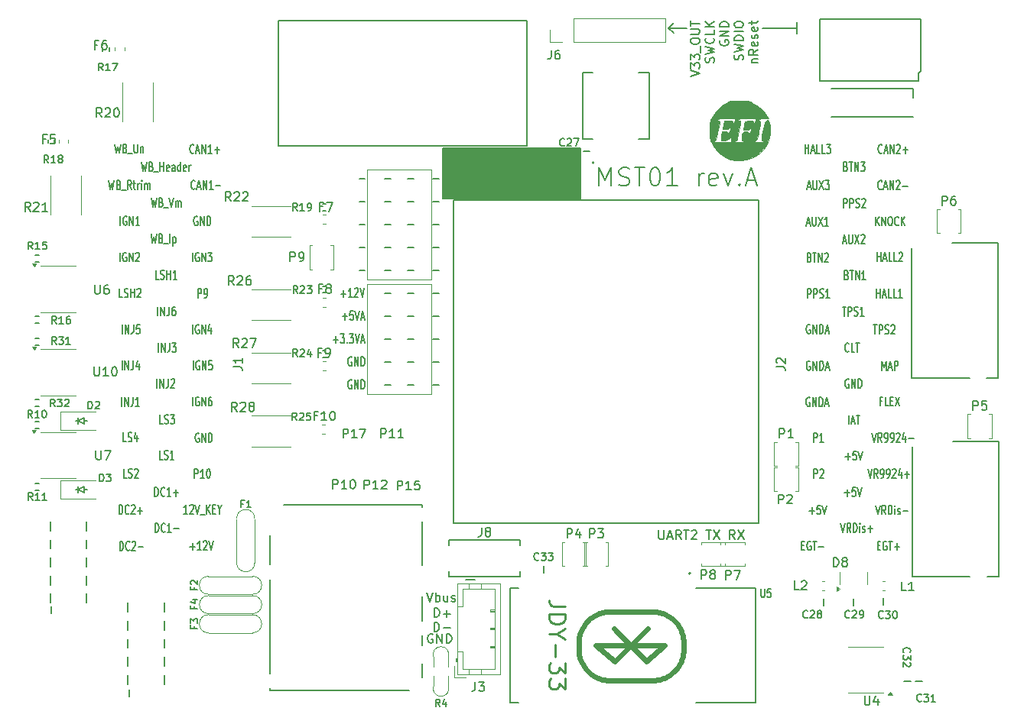
<source format=gto>
G04 #@! TF.GenerationSoftware,KiCad,Pcbnew,8.0.8-8.0.8-0~ubuntu24.04.1*
G04 #@! TF.CreationDate,2025-02-12T14:11:19+00:00*
G04 #@! TF.ProjectId,MST01,4d535430-312e-46b6-9963-61645f706362,D*
G04 #@! TF.SameCoordinates,PX440a368PY8a86a58*
G04 #@! TF.FileFunction,Legend,Top*
G04 #@! TF.FilePolarity,Positive*
%FSLAX46Y46*%
G04 Gerber Fmt 4.6, Leading zero omitted, Abs format (unit mm)*
G04 Created by KiCad (PCBNEW 8.0.8-8.0.8-0~ubuntu24.04.1) date 2025-02-12 14:11:19*
%MOMM*%
%LPD*%
G01*
G04 APERTURE LIST*
%ADD10C,0.150000*%
%ADD11C,0.200000*%
%ADD12C,0.170000*%
%ADD13C,0.250000*%
%ADD14C,0.127000*%
%ADD15C,0.120000*%
%ADD16C,0.203200*%
%ADD17C,0.631031*%
%ADD18C,0.002540*%
%ADD19C,0.099060*%
G04 APERTURE END LIST*
D10*
X43135000Y46310000D02*
X43750000Y46310000D01*
X45945000Y48855000D02*
X46560000Y48855000D01*
X43135000Y43770000D02*
X43750000Y43770000D01*
X43135000Y53930000D02*
X43750000Y53930000D01*
X45945000Y43770000D02*
X46560000Y43770000D01*
X43135000Y59010000D02*
X43750000Y59010000D01*
X43135000Y56470000D02*
X43750000Y56470000D01*
X72010000Y75700000D02*
X72575000Y75135000D01*
X43135000Y51390000D02*
X43750000Y51390000D01*
X40595000Y56470000D02*
X41210000Y56470000D01*
X45945000Y59010000D02*
X46560000Y59010000D01*
X40595000Y59010000D02*
X41210000Y59010000D01*
X40595000Y36155000D02*
X41210000Y36155000D01*
X40595000Y38690000D02*
X41210000Y38690000D01*
X86205000Y75700000D02*
X86205000Y76335000D01*
X43135000Y36155000D02*
X43750000Y36155000D01*
X40595000Y46310000D02*
X41210000Y46310000D01*
X47030000Y62404870D02*
X62246015Y62404870D01*
X62246015Y56790000D01*
X47030000Y56790000D01*
X47030000Y62404870D01*
G36*
X47030000Y62404870D02*
G01*
X62246015Y62404870D01*
X62246015Y56790000D01*
X47030000Y56790000D01*
X47030000Y62404870D01*
G37*
X38385000Y48860000D02*
X37770000Y48860000D01*
X40595000Y41230000D02*
X41210000Y41230000D01*
X40595000Y53930000D02*
X41210000Y53930000D01*
X43135000Y41230000D02*
X43750000Y41230000D01*
X72010000Y75700000D02*
X72575000Y76265000D01*
X38385000Y53940000D02*
X37770000Y53940000D01*
X40595000Y43770000D02*
X41210000Y43770000D01*
X45945000Y51390000D02*
X46560000Y51390000D01*
X72010000Y75700000D02*
X74025000Y75700000D01*
X38385000Y59020000D02*
X37770000Y59020000D01*
X45945000Y38690000D02*
X46560000Y38690000D01*
X86205000Y75700000D02*
X86205000Y75095000D01*
X38385000Y56480000D02*
X37770000Y56480000D01*
X45945000Y46310000D02*
X46560000Y46310000D01*
X45945000Y36155000D02*
X46560000Y36155000D01*
X43135000Y38690000D02*
X43750000Y38690000D01*
X45945000Y56470000D02*
X46560000Y56470000D01*
X45945000Y41230000D02*
X46560000Y41230000D01*
X40595000Y51390000D02*
X41210000Y51390000D01*
X38385000Y51400000D02*
X37770000Y51400000D01*
X45945000Y53930000D02*
X46560000Y53930000D01*
X40595000Y48855000D02*
X41210000Y48855000D01*
X82430000Y75700000D02*
X86205000Y75700000D01*
X43135000Y48855000D02*
X43750000Y48855000D01*
X19315350Y49805181D02*
X19315350Y50805181D01*
X20015350Y50757562D02*
X19948683Y50805181D01*
X19948683Y50805181D02*
X19848683Y50805181D01*
X19848683Y50805181D02*
X19748683Y50757562D01*
X19748683Y50757562D02*
X19682017Y50662324D01*
X19682017Y50662324D02*
X19648683Y50567086D01*
X19648683Y50567086D02*
X19615350Y50376610D01*
X19615350Y50376610D02*
X19615350Y50233753D01*
X19615350Y50233753D02*
X19648683Y50043277D01*
X19648683Y50043277D02*
X19682017Y49948039D01*
X19682017Y49948039D02*
X19748683Y49852800D01*
X19748683Y49852800D02*
X19848683Y49805181D01*
X19848683Y49805181D02*
X19915350Y49805181D01*
X19915350Y49805181D02*
X20015350Y49852800D01*
X20015350Y49852800D02*
X20048683Y49900420D01*
X20048683Y49900420D02*
X20048683Y50233753D01*
X20048683Y50233753D02*
X19915350Y50233753D01*
X20348683Y49805181D02*
X20348683Y50805181D01*
X20348683Y50805181D02*
X20748683Y49805181D01*
X20748683Y49805181D02*
X20748683Y50805181D01*
X21015350Y50805181D02*
X21448683Y50805181D01*
X21448683Y50805181D02*
X21215350Y50424229D01*
X21215350Y50424229D02*
X21315350Y50424229D01*
X21315350Y50424229D02*
X21382016Y50376610D01*
X21382016Y50376610D02*
X21415350Y50328991D01*
X21415350Y50328991D02*
X21448683Y50233753D01*
X21448683Y50233753D02*
X21448683Y49995658D01*
X21448683Y49995658D02*
X21415350Y49900420D01*
X21415350Y49900420D02*
X21382016Y49852800D01*
X21382016Y49852800D02*
X21315350Y49805181D01*
X21315350Y49805181D02*
X21115350Y49805181D01*
X21115350Y49805181D02*
X21048683Y49852800D01*
X21048683Y49852800D02*
X21015350Y49900420D01*
X35875350Y43711134D02*
X36408684Y43711134D01*
X36142017Y43330181D02*
X36142017Y44092086D01*
X37075351Y44330181D02*
X36742017Y44330181D01*
X36742017Y44330181D02*
X36708684Y43853991D01*
X36708684Y43853991D02*
X36742017Y43901610D01*
X36742017Y43901610D02*
X36808684Y43949229D01*
X36808684Y43949229D02*
X36975351Y43949229D01*
X36975351Y43949229D02*
X37042017Y43901610D01*
X37042017Y43901610D02*
X37075351Y43853991D01*
X37075351Y43853991D02*
X37108684Y43758753D01*
X37108684Y43758753D02*
X37108684Y43520658D01*
X37108684Y43520658D02*
X37075351Y43425420D01*
X37075351Y43425420D02*
X37042017Y43377800D01*
X37042017Y43377800D02*
X36975351Y43330181D01*
X36975351Y43330181D02*
X36808684Y43330181D01*
X36808684Y43330181D02*
X36742017Y43377800D01*
X36742017Y43377800D02*
X36708684Y43425420D01*
X37308684Y44330181D02*
X37542018Y43330181D01*
X37542018Y43330181D02*
X37775351Y44330181D01*
X37975351Y43615896D02*
X38308684Y43615896D01*
X37908684Y43330181D02*
X38142018Y44330181D01*
X38142018Y44330181D02*
X38375351Y43330181D01*
X15978684Y27865181D02*
X15645350Y27865181D01*
X15645350Y27865181D02*
X15645350Y28865181D01*
X16178684Y27912800D02*
X16278684Y27865181D01*
X16278684Y27865181D02*
X16445351Y27865181D01*
X16445351Y27865181D02*
X16512017Y27912800D01*
X16512017Y27912800D02*
X16545351Y27960420D01*
X16545351Y27960420D02*
X16578684Y28055658D01*
X16578684Y28055658D02*
X16578684Y28150896D01*
X16578684Y28150896D02*
X16545351Y28246134D01*
X16545351Y28246134D02*
X16512017Y28293753D01*
X16512017Y28293753D02*
X16445351Y28341372D01*
X16445351Y28341372D02*
X16312017Y28388991D01*
X16312017Y28388991D02*
X16245351Y28436610D01*
X16245351Y28436610D02*
X16212017Y28484229D01*
X16212017Y28484229D02*
X16178684Y28579467D01*
X16178684Y28579467D02*
X16178684Y28674705D01*
X16178684Y28674705D02*
X16212017Y28769943D01*
X16212017Y28769943D02*
X16245351Y28817562D01*
X16245351Y28817562D02*
X16312017Y28865181D01*
X16312017Y28865181D02*
X16478684Y28865181D01*
X16478684Y28865181D02*
X16578684Y28817562D01*
X17245351Y27865181D02*
X16845351Y27865181D01*
X17045351Y27865181D02*
X17045351Y28865181D01*
X17045351Y28865181D02*
X16978684Y28722324D01*
X16978684Y28722324D02*
X16912018Y28627086D01*
X16912018Y28627086D02*
X16845351Y28579467D01*
X36907017Y39177562D02*
X36840350Y39225181D01*
X36840350Y39225181D02*
X36740350Y39225181D01*
X36740350Y39225181D02*
X36640350Y39177562D01*
X36640350Y39177562D02*
X36573684Y39082324D01*
X36573684Y39082324D02*
X36540350Y38987086D01*
X36540350Y38987086D02*
X36507017Y38796610D01*
X36507017Y38796610D02*
X36507017Y38653753D01*
X36507017Y38653753D02*
X36540350Y38463277D01*
X36540350Y38463277D02*
X36573684Y38368039D01*
X36573684Y38368039D02*
X36640350Y38272800D01*
X36640350Y38272800D02*
X36740350Y38225181D01*
X36740350Y38225181D02*
X36807017Y38225181D01*
X36807017Y38225181D02*
X36907017Y38272800D01*
X36907017Y38272800D02*
X36940350Y38320420D01*
X36940350Y38320420D02*
X36940350Y38653753D01*
X36940350Y38653753D02*
X36807017Y38653753D01*
X37240350Y38225181D02*
X37240350Y39225181D01*
X37240350Y39225181D02*
X37640350Y38225181D01*
X37640350Y38225181D02*
X37640350Y39225181D01*
X37973683Y38225181D02*
X37973683Y39225181D01*
X37973683Y39225181D02*
X38140350Y39225181D01*
X38140350Y39225181D02*
X38240350Y39177562D01*
X38240350Y39177562D02*
X38307017Y39082324D01*
X38307017Y39082324D02*
X38340350Y38987086D01*
X38340350Y38987086D02*
X38373683Y38796610D01*
X38373683Y38796610D02*
X38373683Y38653753D01*
X38373683Y38653753D02*
X38340350Y38463277D01*
X38340350Y38463277D02*
X38307017Y38368039D01*
X38307017Y38368039D02*
X38240350Y38272800D01*
X38240350Y38272800D02*
X38140350Y38225181D01*
X38140350Y38225181D02*
X37973683Y38225181D01*
X19895350Y45795181D02*
X19895350Y46795181D01*
X19895350Y46795181D02*
X20162017Y46795181D01*
X20162017Y46795181D02*
X20228684Y46747562D01*
X20228684Y46747562D02*
X20262017Y46699943D01*
X20262017Y46699943D02*
X20295350Y46604705D01*
X20295350Y46604705D02*
X20295350Y46461848D01*
X20295350Y46461848D02*
X20262017Y46366610D01*
X20262017Y46366610D02*
X20228684Y46318991D01*
X20228684Y46318991D02*
X20162017Y46271372D01*
X20162017Y46271372D02*
X19895350Y46271372D01*
X20628684Y45795181D02*
X20762017Y45795181D01*
X20762017Y45795181D02*
X20828684Y45842800D01*
X20828684Y45842800D02*
X20862017Y45890420D01*
X20862017Y45890420D02*
X20928684Y46033277D01*
X20928684Y46033277D02*
X20962017Y46223753D01*
X20962017Y46223753D02*
X20962017Y46604705D01*
X20962017Y46604705D02*
X20928684Y46699943D01*
X20928684Y46699943D02*
X20895350Y46747562D01*
X20895350Y46747562D02*
X20828684Y46795181D01*
X20828684Y46795181D02*
X20695350Y46795181D01*
X20695350Y46795181D02*
X20628684Y46747562D01*
X20628684Y46747562D02*
X20595350Y46699943D01*
X20595350Y46699943D02*
X20562017Y46604705D01*
X20562017Y46604705D02*
X20562017Y46366610D01*
X20562017Y46366610D02*
X20595350Y46271372D01*
X20595350Y46271372D02*
X20628684Y46223753D01*
X20628684Y46223753D02*
X20695350Y46176134D01*
X20695350Y46176134D02*
X20828684Y46176134D01*
X20828684Y46176134D02*
X20895350Y46223753D01*
X20895350Y46223753D02*
X20928684Y46271372D01*
X20928684Y46271372D02*
X20962017Y46366610D01*
D11*
X45888482Y8460162D02*
X45793244Y8507781D01*
X45793244Y8507781D02*
X45650387Y8507781D01*
X45650387Y8507781D02*
X45507530Y8460162D01*
X45507530Y8460162D02*
X45412292Y8364924D01*
X45412292Y8364924D02*
X45364673Y8269686D01*
X45364673Y8269686D02*
X45317054Y8079210D01*
X45317054Y8079210D02*
X45317054Y7936353D01*
X45317054Y7936353D02*
X45364673Y7745877D01*
X45364673Y7745877D02*
X45412292Y7650639D01*
X45412292Y7650639D02*
X45507530Y7555400D01*
X45507530Y7555400D02*
X45650387Y7507781D01*
X45650387Y7507781D02*
X45745625Y7507781D01*
X45745625Y7507781D02*
X45888482Y7555400D01*
X45888482Y7555400D02*
X45936101Y7603020D01*
X45936101Y7603020D02*
X45936101Y7936353D01*
X45936101Y7936353D02*
X45745625Y7936353D01*
X46364673Y7507781D02*
X46364673Y8507781D01*
X46364673Y8507781D02*
X46936101Y7507781D01*
X46936101Y7507781D02*
X46936101Y8507781D01*
X47412292Y7507781D02*
X47412292Y8507781D01*
X47412292Y8507781D02*
X47650387Y8507781D01*
X47650387Y8507781D02*
X47793244Y8460162D01*
X47793244Y8460162D02*
X47888482Y8364924D01*
X47888482Y8364924D02*
X47936101Y8269686D01*
X47936101Y8269686D02*
X47983720Y8079210D01*
X47983720Y8079210D02*
X47983720Y7936353D01*
X47983720Y7936353D02*
X47936101Y7745877D01*
X47936101Y7745877D02*
X47888482Y7650639D01*
X47888482Y7650639D02*
X47793244Y7555400D01*
X47793244Y7555400D02*
X47650387Y7507781D01*
X47650387Y7507781D02*
X47412292Y7507781D01*
D10*
X91965350Y39875420D02*
X91932017Y39827800D01*
X91932017Y39827800D02*
X91832017Y39780181D01*
X91832017Y39780181D02*
X91765350Y39780181D01*
X91765350Y39780181D02*
X91665350Y39827800D01*
X91665350Y39827800D02*
X91598684Y39923039D01*
X91598684Y39923039D02*
X91565350Y40018277D01*
X91565350Y40018277D02*
X91532017Y40208753D01*
X91532017Y40208753D02*
X91532017Y40351610D01*
X91532017Y40351610D02*
X91565350Y40542086D01*
X91565350Y40542086D02*
X91598684Y40637324D01*
X91598684Y40637324D02*
X91665350Y40732562D01*
X91665350Y40732562D02*
X91765350Y40780181D01*
X91765350Y40780181D02*
X91832017Y40780181D01*
X91832017Y40780181D02*
X91932017Y40732562D01*
X91932017Y40732562D02*
X91965350Y40684943D01*
X92598684Y39780181D02*
X92265350Y39780181D01*
X92265350Y39780181D02*
X92265350Y40780181D01*
X92732017Y40780181D02*
X93132017Y40780181D01*
X92932017Y39780181D02*
X92932017Y40780181D01*
X19015350Y18196134D02*
X19548684Y18196134D01*
X19282017Y17815181D02*
X19282017Y18577086D01*
X20248684Y17815181D02*
X19848684Y17815181D01*
X20048684Y17815181D02*
X20048684Y18815181D01*
X20048684Y18815181D02*
X19982017Y18672324D01*
X19982017Y18672324D02*
X19915351Y18577086D01*
X19915351Y18577086D02*
X19848684Y18529467D01*
X20515351Y18719943D02*
X20548684Y18767562D01*
X20548684Y18767562D02*
X20615351Y18815181D01*
X20615351Y18815181D02*
X20782018Y18815181D01*
X20782018Y18815181D02*
X20848684Y18767562D01*
X20848684Y18767562D02*
X20882018Y18719943D01*
X20882018Y18719943D02*
X20915351Y18624705D01*
X20915351Y18624705D02*
X20915351Y18529467D01*
X20915351Y18529467D02*
X20882018Y18386610D01*
X20882018Y18386610D02*
X20482018Y17815181D01*
X20482018Y17815181D02*
X20915351Y17815181D01*
X21115351Y18815181D02*
X21348685Y17815181D01*
X21348685Y17815181D02*
X21582018Y18815181D01*
X74455043Y70310602D02*
X75455043Y70643935D01*
X75455043Y70643935D02*
X74455043Y70977268D01*
X74455043Y71215364D02*
X74455043Y71834411D01*
X74455043Y71834411D02*
X74835995Y71501078D01*
X74835995Y71501078D02*
X74835995Y71643935D01*
X74835995Y71643935D02*
X74883614Y71739173D01*
X74883614Y71739173D02*
X74931233Y71786792D01*
X74931233Y71786792D02*
X75026471Y71834411D01*
X75026471Y71834411D02*
X75264566Y71834411D01*
X75264566Y71834411D02*
X75359804Y71786792D01*
X75359804Y71786792D02*
X75407424Y71739173D01*
X75407424Y71739173D02*
X75455043Y71643935D01*
X75455043Y71643935D02*
X75455043Y71358221D01*
X75455043Y71358221D02*
X75407424Y71262983D01*
X75407424Y71262983D02*
X75359804Y71215364D01*
X74455043Y72167745D02*
X74455043Y72786792D01*
X74455043Y72786792D02*
X74835995Y72453459D01*
X74835995Y72453459D02*
X74835995Y72596316D01*
X74835995Y72596316D02*
X74883614Y72691554D01*
X74883614Y72691554D02*
X74931233Y72739173D01*
X74931233Y72739173D02*
X75026471Y72786792D01*
X75026471Y72786792D02*
X75264566Y72786792D01*
X75264566Y72786792D02*
X75359804Y72739173D01*
X75359804Y72739173D02*
X75407424Y72691554D01*
X75407424Y72691554D02*
X75455043Y72596316D01*
X75455043Y72596316D02*
X75455043Y72310602D01*
X75455043Y72310602D02*
X75407424Y72215364D01*
X75407424Y72215364D02*
X75359804Y72167745D01*
X75550281Y72977268D02*
X75550281Y73739173D01*
X74455043Y74167745D02*
X74455043Y74358221D01*
X74455043Y74358221D02*
X74502662Y74453459D01*
X74502662Y74453459D02*
X74597900Y74548697D01*
X74597900Y74548697D02*
X74788376Y74596316D01*
X74788376Y74596316D02*
X75121709Y74596316D01*
X75121709Y74596316D02*
X75312185Y74548697D01*
X75312185Y74548697D02*
X75407424Y74453459D01*
X75407424Y74453459D02*
X75455043Y74358221D01*
X75455043Y74358221D02*
X75455043Y74167745D01*
X75455043Y74167745D02*
X75407424Y74072507D01*
X75407424Y74072507D02*
X75312185Y73977269D01*
X75312185Y73977269D02*
X75121709Y73929650D01*
X75121709Y73929650D02*
X74788376Y73929650D01*
X74788376Y73929650D02*
X74597900Y73977269D01*
X74597900Y73977269D02*
X74502662Y74072507D01*
X74502662Y74072507D02*
X74455043Y74167745D01*
X74455043Y75024888D02*
X75264566Y75024888D01*
X75264566Y75024888D02*
X75359804Y75072507D01*
X75359804Y75072507D02*
X75407424Y75120126D01*
X75407424Y75120126D02*
X75455043Y75215364D01*
X75455043Y75215364D02*
X75455043Y75405840D01*
X75455043Y75405840D02*
X75407424Y75501078D01*
X75407424Y75501078D02*
X75359804Y75548697D01*
X75359804Y75548697D02*
X75264566Y75596316D01*
X75264566Y75596316D02*
X74455043Y75596316D01*
X74455043Y75929650D02*
X74455043Y76501078D01*
X75455043Y76215364D02*
X74455043Y76215364D01*
X77017368Y71882031D02*
X77064987Y72024888D01*
X77064987Y72024888D02*
X77064987Y72262983D01*
X77064987Y72262983D02*
X77017368Y72358221D01*
X77017368Y72358221D02*
X76969748Y72405840D01*
X76969748Y72405840D02*
X76874510Y72453459D01*
X76874510Y72453459D02*
X76779272Y72453459D01*
X76779272Y72453459D02*
X76684034Y72405840D01*
X76684034Y72405840D02*
X76636415Y72358221D01*
X76636415Y72358221D02*
X76588796Y72262983D01*
X76588796Y72262983D02*
X76541177Y72072507D01*
X76541177Y72072507D02*
X76493558Y71977269D01*
X76493558Y71977269D02*
X76445939Y71929650D01*
X76445939Y71929650D02*
X76350701Y71882031D01*
X76350701Y71882031D02*
X76255463Y71882031D01*
X76255463Y71882031D02*
X76160225Y71929650D01*
X76160225Y71929650D02*
X76112606Y71977269D01*
X76112606Y71977269D02*
X76064987Y72072507D01*
X76064987Y72072507D02*
X76064987Y72310602D01*
X76064987Y72310602D02*
X76112606Y72453459D01*
X76064987Y72786793D02*
X77064987Y73024888D01*
X77064987Y73024888D02*
X76350701Y73215364D01*
X76350701Y73215364D02*
X77064987Y73405840D01*
X77064987Y73405840D02*
X76064987Y73643935D01*
X76969748Y74596316D02*
X77017368Y74548697D01*
X77017368Y74548697D02*
X77064987Y74405840D01*
X77064987Y74405840D02*
X77064987Y74310602D01*
X77064987Y74310602D02*
X77017368Y74167745D01*
X77017368Y74167745D02*
X76922129Y74072507D01*
X76922129Y74072507D02*
X76826891Y74024888D01*
X76826891Y74024888D02*
X76636415Y73977269D01*
X76636415Y73977269D02*
X76493558Y73977269D01*
X76493558Y73977269D02*
X76303082Y74024888D01*
X76303082Y74024888D02*
X76207844Y74072507D01*
X76207844Y74072507D02*
X76112606Y74167745D01*
X76112606Y74167745D02*
X76064987Y74310602D01*
X76064987Y74310602D02*
X76064987Y74405840D01*
X76064987Y74405840D02*
X76112606Y74548697D01*
X76112606Y74548697D02*
X76160225Y74596316D01*
X77064987Y75501078D02*
X77064987Y75024888D01*
X77064987Y75024888D02*
X76064987Y75024888D01*
X77064987Y75834412D02*
X76064987Y75834412D01*
X77064987Y76405840D02*
X76493558Y75977269D01*
X76064987Y76405840D02*
X76636415Y75834412D01*
X77722550Y74310602D02*
X77674931Y74215364D01*
X77674931Y74215364D02*
X77674931Y74072507D01*
X77674931Y74072507D02*
X77722550Y73929650D01*
X77722550Y73929650D02*
X77817788Y73834412D01*
X77817788Y73834412D02*
X77913026Y73786793D01*
X77913026Y73786793D02*
X78103502Y73739174D01*
X78103502Y73739174D02*
X78246359Y73739174D01*
X78246359Y73739174D02*
X78436835Y73786793D01*
X78436835Y73786793D02*
X78532073Y73834412D01*
X78532073Y73834412D02*
X78627312Y73929650D01*
X78627312Y73929650D02*
X78674931Y74072507D01*
X78674931Y74072507D02*
X78674931Y74167745D01*
X78674931Y74167745D02*
X78627312Y74310602D01*
X78627312Y74310602D02*
X78579692Y74358221D01*
X78579692Y74358221D02*
X78246359Y74358221D01*
X78246359Y74358221D02*
X78246359Y74167745D01*
X78674931Y74786793D02*
X77674931Y74786793D01*
X77674931Y74786793D02*
X78674931Y75358221D01*
X78674931Y75358221D02*
X77674931Y75358221D01*
X78674931Y75834412D02*
X77674931Y75834412D01*
X77674931Y75834412D02*
X77674931Y76072507D01*
X77674931Y76072507D02*
X77722550Y76215364D01*
X77722550Y76215364D02*
X77817788Y76310602D01*
X77817788Y76310602D02*
X77913026Y76358221D01*
X77913026Y76358221D02*
X78103502Y76405840D01*
X78103502Y76405840D02*
X78246359Y76405840D01*
X78246359Y76405840D02*
X78436835Y76358221D01*
X78436835Y76358221D02*
X78532073Y76310602D01*
X78532073Y76310602D02*
X78627312Y76215364D01*
X78627312Y76215364D02*
X78674931Y76072507D01*
X78674931Y76072507D02*
X78674931Y75834412D01*
X80237256Y72167746D02*
X80284875Y72310603D01*
X80284875Y72310603D02*
X80284875Y72548698D01*
X80284875Y72548698D02*
X80237256Y72643936D01*
X80237256Y72643936D02*
X80189636Y72691555D01*
X80189636Y72691555D02*
X80094398Y72739174D01*
X80094398Y72739174D02*
X79999160Y72739174D01*
X79999160Y72739174D02*
X79903922Y72691555D01*
X79903922Y72691555D02*
X79856303Y72643936D01*
X79856303Y72643936D02*
X79808684Y72548698D01*
X79808684Y72548698D02*
X79761065Y72358222D01*
X79761065Y72358222D02*
X79713446Y72262984D01*
X79713446Y72262984D02*
X79665827Y72215365D01*
X79665827Y72215365D02*
X79570589Y72167746D01*
X79570589Y72167746D02*
X79475351Y72167746D01*
X79475351Y72167746D02*
X79380113Y72215365D01*
X79380113Y72215365D02*
X79332494Y72262984D01*
X79332494Y72262984D02*
X79284875Y72358222D01*
X79284875Y72358222D02*
X79284875Y72596317D01*
X79284875Y72596317D02*
X79332494Y72739174D01*
X79284875Y73072508D02*
X80284875Y73310603D01*
X80284875Y73310603D02*
X79570589Y73501079D01*
X79570589Y73501079D02*
X80284875Y73691555D01*
X80284875Y73691555D02*
X79284875Y73929650D01*
X80284875Y74310603D02*
X79284875Y74310603D01*
X79284875Y74310603D02*
X79284875Y74548698D01*
X79284875Y74548698D02*
X79332494Y74691555D01*
X79332494Y74691555D02*
X79427732Y74786793D01*
X79427732Y74786793D02*
X79522970Y74834412D01*
X79522970Y74834412D02*
X79713446Y74882031D01*
X79713446Y74882031D02*
X79856303Y74882031D01*
X79856303Y74882031D02*
X80046779Y74834412D01*
X80046779Y74834412D02*
X80142017Y74786793D01*
X80142017Y74786793D02*
X80237256Y74691555D01*
X80237256Y74691555D02*
X80284875Y74548698D01*
X80284875Y74548698D02*
X80284875Y74310603D01*
X80284875Y75310603D02*
X79284875Y75310603D01*
X79284875Y75977269D02*
X79284875Y76167745D01*
X79284875Y76167745D02*
X79332494Y76262983D01*
X79332494Y76262983D02*
X79427732Y76358221D01*
X79427732Y76358221D02*
X79618208Y76405840D01*
X79618208Y76405840D02*
X79951541Y76405840D01*
X79951541Y76405840D02*
X80142017Y76358221D01*
X80142017Y76358221D02*
X80237256Y76262983D01*
X80237256Y76262983D02*
X80284875Y76167745D01*
X80284875Y76167745D02*
X80284875Y75977269D01*
X80284875Y75977269D02*
X80237256Y75882031D01*
X80237256Y75882031D02*
X80142017Y75786793D01*
X80142017Y75786793D02*
X79951541Y75739174D01*
X79951541Y75739174D02*
X79618208Y75739174D01*
X79618208Y75739174D02*
X79427732Y75786793D01*
X79427732Y75786793D02*
X79332494Y75882031D01*
X79332494Y75882031D02*
X79284875Y75977269D01*
X81228152Y71834411D02*
X81894819Y71834411D01*
X81323390Y71834411D02*
X81275771Y71882030D01*
X81275771Y71882030D02*
X81228152Y71977268D01*
X81228152Y71977268D02*
X81228152Y72120125D01*
X81228152Y72120125D02*
X81275771Y72215363D01*
X81275771Y72215363D02*
X81371009Y72262982D01*
X81371009Y72262982D02*
X81894819Y72262982D01*
X81894819Y73310601D02*
X81418628Y72977268D01*
X81894819Y72739173D02*
X80894819Y72739173D01*
X80894819Y72739173D02*
X80894819Y73120125D01*
X80894819Y73120125D02*
X80942438Y73215363D01*
X80942438Y73215363D02*
X80990057Y73262982D01*
X80990057Y73262982D02*
X81085295Y73310601D01*
X81085295Y73310601D02*
X81228152Y73310601D01*
X81228152Y73310601D02*
X81323390Y73262982D01*
X81323390Y73262982D02*
X81371009Y73215363D01*
X81371009Y73215363D02*
X81418628Y73120125D01*
X81418628Y73120125D02*
X81418628Y72739173D01*
X81847200Y74120125D02*
X81894819Y74024887D01*
X81894819Y74024887D02*
X81894819Y73834411D01*
X81894819Y73834411D02*
X81847200Y73739173D01*
X81847200Y73739173D02*
X81751961Y73691554D01*
X81751961Y73691554D02*
X81371009Y73691554D01*
X81371009Y73691554D02*
X81275771Y73739173D01*
X81275771Y73739173D02*
X81228152Y73834411D01*
X81228152Y73834411D02*
X81228152Y74024887D01*
X81228152Y74024887D02*
X81275771Y74120125D01*
X81275771Y74120125D02*
X81371009Y74167744D01*
X81371009Y74167744D02*
X81466247Y74167744D01*
X81466247Y74167744D02*
X81561485Y73691554D01*
X81847200Y74548697D02*
X81894819Y74643935D01*
X81894819Y74643935D02*
X81894819Y74834411D01*
X81894819Y74834411D02*
X81847200Y74929649D01*
X81847200Y74929649D02*
X81751961Y74977268D01*
X81751961Y74977268D02*
X81704342Y74977268D01*
X81704342Y74977268D02*
X81609104Y74929649D01*
X81609104Y74929649D02*
X81561485Y74834411D01*
X81561485Y74834411D02*
X81561485Y74691554D01*
X81561485Y74691554D02*
X81513866Y74596316D01*
X81513866Y74596316D02*
X81418628Y74548697D01*
X81418628Y74548697D02*
X81371009Y74548697D01*
X81371009Y74548697D02*
X81275771Y74596316D01*
X81275771Y74596316D02*
X81228152Y74691554D01*
X81228152Y74691554D02*
X81228152Y74834411D01*
X81228152Y74834411D02*
X81275771Y74929649D01*
X81847200Y75786792D02*
X81894819Y75691554D01*
X81894819Y75691554D02*
X81894819Y75501078D01*
X81894819Y75501078D02*
X81847200Y75405840D01*
X81847200Y75405840D02*
X81751961Y75358221D01*
X81751961Y75358221D02*
X81371009Y75358221D01*
X81371009Y75358221D02*
X81275771Y75405840D01*
X81275771Y75405840D02*
X81228152Y75501078D01*
X81228152Y75501078D02*
X81228152Y75691554D01*
X81228152Y75691554D02*
X81275771Y75786792D01*
X81275771Y75786792D02*
X81371009Y75834411D01*
X81371009Y75834411D02*
X81466247Y75834411D01*
X81466247Y75834411D02*
X81561485Y75358221D01*
X81228152Y76120126D02*
X81228152Y76501078D01*
X80894819Y76262983D02*
X81751961Y76262983D01*
X81751961Y76262983D02*
X81847200Y76310602D01*
X81847200Y76310602D02*
X81894819Y76405840D01*
X81894819Y76405840D02*
X81894819Y76501078D01*
X20012017Y30747562D02*
X19945350Y30795181D01*
X19945350Y30795181D02*
X19845350Y30795181D01*
X19845350Y30795181D02*
X19745350Y30747562D01*
X19745350Y30747562D02*
X19678684Y30652324D01*
X19678684Y30652324D02*
X19645350Y30557086D01*
X19645350Y30557086D02*
X19612017Y30366610D01*
X19612017Y30366610D02*
X19612017Y30223753D01*
X19612017Y30223753D02*
X19645350Y30033277D01*
X19645350Y30033277D02*
X19678684Y29938039D01*
X19678684Y29938039D02*
X19745350Y29842800D01*
X19745350Y29842800D02*
X19845350Y29795181D01*
X19845350Y29795181D02*
X19912017Y29795181D01*
X19912017Y29795181D02*
X20012017Y29842800D01*
X20012017Y29842800D02*
X20045350Y29890420D01*
X20045350Y29890420D02*
X20045350Y30223753D01*
X20045350Y30223753D02*
X19912017Y30223753D01*
X20345350Y29795181D02*
X20345350Y30795181D01*
X20345350Y30795181D02*
X20745350Y29795181D01*
X20745350Y29795181D02*
X20745350Y30795181D01*
X21078683Y29795181D02*
X21078683Y30795181D01*
X21078683Y30795181D02*
X21245350Y30795181D01*
X21245350Y30795181D02*
X21345350Y30747562D01*
X21345350Y30747562D02*
X21412017Y30652324D01*
X21412017Y30652324D02*
X21445350Y30557086D01*
X21445350Y30557086D02*
X21478683Y30366610D01*
X21478683Y30366610D02*
X21478683Y30223753D01*
X21478683Y30223753D02*
X21445350Y30033277D01*
X21445350Y30033277D02*
X21412017Y29938039D01*
X21412017Y29938039D02*
X21345350Y29842800D01*
X21345350Y29842800D02*
X21245350Y29795181D01*
X21245350Y29795181D02*
X21078683Y29795181D01*
X91322017Y52080896D02*
X91655350Y52080896D01*
X91255350Y51795181D02*
X91488684Y52795181D01*
X91488684Y52795181D02*
X91722017Y51795181D01*
X91955350Y52795181D02*
X91955350Y51985658D01*
X91955350Y51985658D02*
X91988684Y51890420D01*
X91988684Y51890420D02*
X92022017Y51842800D01*
X92022017Y51842800D02*
X92088684Y51795181D01*
X92088684Y51795181D02*
X92222017Y51795181D01*
X92222017Y51795181D02*
X92288684Y51842800D01*
X92288684Y51842800D02*
X92322017Y51890420D01*
X92322017Y51890420D02*
X92355350Y51985658D01*
X92355350Y51985658D02*
X92355350Y52795181D01*
X92622017Y52795181D02*
X93088683Y51795181D01*
X93088683Y52795181D02*
X92622017Y51795181D01*
X93322017Y52699943D02*
X93355350Y52747562D01*
X93355350Y52747562D02*
X93422017Y52795181D01*
X93422017Y52795181D02*
X93588684Y52795181D01*
X93588684Y52795181D02*
X93655350Y52747562D01*
X93655350Y52747562D02*
X93688684Y52699943D01*
X93688684Y52699943D02*
X93722017Y52604705D01*
X93722017Y52604705D02*
X93722017Y52509467D01*
X93722017Y52509467D02*
X93688684Y52366610D01*
X93688684Y52366610D02*
X93288684Y51795181D01*
X93288684Y51795181D02*
X93722017Y51795181D01*
X91065350Y20790181D02*
X91298684Y19790181D01*
X91298684Y19790181D02*
X91532017Y20790181D01*
X92165350Y19790181D02*
X91932017Y20266372D01*
X91765350Y19790181D02*
X91765350Y20790181D01*
X91765350Y20790181D02*
X92032017Y20790181D01*
X92032017Y20790181D02*
X92098684Y20742562D01*
X92098684Y20742562D02*
X92132017Y20694943D01*
X92132017Y20694943D02*
X92165350Y20599705D01*
X92165350Y20599705D02*
X92165350Y20456848D01*
X92165350Y20456848D02*
X92132017Y20361610D01*
X92132017Y20361610D02*
X92098684Y20313991D01*
X92098684Y20313991D02*
X92032017Y20266372D01*
X92032017Y20266372D02*
X91765350Y20266372D01*
X92465350Y19790181D02*
X92465350Y20790181D01*
X92465350Y20790181D02*
X92632017Y20790181D01*
X92632017Y20790181D02*
X92732017Y20742562D01*
X92732017Y20742562D02*
X92798684Y20647324D01*
X92798684Y20647324D02*
X92832017Y20552086D01*
X92832017Y20552086D02*
X92865350Y20361610D01*
X92865350Y20361610D02*
X92865350Y20218753D01*
X92865350Y20218753D02*
X92832017Y20028277D01*
X92832017Y20028277D02*
X92798684Y19933039D01*
X92798684Y19933039D02*
X92732017Y19837800D01*
X92732017Y19837800D02*
X92632017Y19790181D01*
X92632017Y19790181D02*
X92465350Y19790181D01*
X93165350Y19790181D02*
X93165350Y20456848D01*
X93165350Y20790181D02*
X93132017Y20742562D01*
X93132017Y20742562D02*
X93165350Y20694943D01*
X93165350Y20694943D02*
X93198684Y20742562D01*
X93198684Y20742562D02*
X93165350Y20790181D01*
X93165350Y20790181D02*
X93165350Y20694943D01*
X93465350Y19837800D02*
X93532017Y19790181D01*
X93532017Y19790181D02*
X93665350Y19790181D01*
X93665350Y19790181D02*
X93732017Y19837800D01*
X93732017Y19837800D02*
X93765350Y19933039D01*
X93765350Y19933039D02*
X93765350Y19980658D01*
X93765350Y19980658D02*
X93732017Y20075896D01*
X93732017Y20075896D02*
X93665350Y20123515D01*
X93665350Y20123515D02*
X93565350Y20123515D01*
X93565350Y20123515D02*
X93498683Y20171134D01*
X93498683Y20171134D02*
X93465350Y20266372D01*
X93465350Y20266372D02*
X93465350Y20313991D01*
X93465350Y20313991D02*
X93498683Y20409229D01*
X93498683Y20409229D02*
X93565350Y20456848D01*
X93565350Y20456848D02*
X93665350Y20456848D01*
X93665350Y20456848D02*
X93732017Y20409229D01*
X94065350Y20171134D02*
X94598684Y20171134D01*
X94332017Y19790181D02*
X94332017Y20552086D01*
X87600350Y22161134D02*
X88133684Y22161134D01*
X87867017Y21780181D02*
X87867017Y22542086D01*
X88800351Y22780181D02*
X88467017Y22780181D01*
X88467017Y22780181D02*
X88433684Y22303991D01*
X88433684Y22303991D02*
X88467017Y22351610D01*
X88467017Y22351610D02*
X88533684Y22399229D01*
X88533684Y22399229D02*
X88700351Y22399229D01*
X88700351Y22399229D02*
X88767017Y22351610D01*
X88767017Y22351610D02*
X88800351Y22303991D01*
X88800351Y22303991D02*
X88833684Y22208753D01*
X88833684Y22208753D02*
X88833684Y21970658D01*
X88833684Y21970658D02*
X88800351Y21875420D01*
X88800351Y21875420D02*
X88767017Y21827800D01*
X88767017Y21827800D02*
X88700351Y21780181D01*
X88700351Y21780181D02*
X88533684Y21780181D01*
X88533684Y21780181D02*
X88467017Y21827800D01*
X88467017Y21827800D02*
X88433684Y21875420D01*
X89033684Y22780181D02*
X89267018Y21780181D01*
X89267018Y21780181D02*
X89500351Y22780181D01*
X15563684Y47850181D02*
X15230350Y47850181D01*
X15230350Y47850181D02*
X15230350Y48850181D01*
X15763684Y47897800D02*
X15863684Y47850181D01*
X15863684Y47850181D02*
X16030351Y47850181D01*
X16030351Y47850181D02*
X16097017Y47897800D01*
X16097017Y47897800D02*
X16130351Y47945420D01*
X16130351Y47945420D02*
X16163684Y48040658D01*
X16163684Y48040658D02*
X16163684Y48135896D01*
X16163684Y48135896D02*
X16130351Y48231134D01*
X16130351Y48231134D02*
X16097017Y48278753D01*
X16097017Y48278753D02*
X16030351Y48326372D01*
X16030351Y48326372D02*
X15897017Y48373991D01*
X15897017Y48373991D02*
X15830351Y48421610D01*
X15830351Y48421610D02*
X15797017Y48469229D01*
X15797017Y48469229D02*
X15763684Y48564467D01*
X15763684Y48564467D02*
X15763684Y48659705D01*
X15763684Y48659705D02*
X15797017Y48754943D01*
X15797017Y48754943D02*
X15830351Y48802562D01*
X15830351Y48802562D02*
X15897017Y48850181D01*
X15897017Y48850181D02*
X16063684Y48850181D01*
X16063684Y48850181D02*
X16163684Y48802562D01*
X16463684Y47850181D02*
X16463684Y48850181D01*
X16463684Y48373991D02*
X16863684Y48373991D01*
X16863684Y47850181D02*
X16863684Y48850181D01*
X17563684Y47850181D02*
X17163684Y47850181D01*
X17363684Y47850181D02*
X17363684Y48850181D01*
X17363684Y48850181D02*
X17297017Y48707324D01*
X17297017Y48707324D02*
X17230351Y48612086D01*
X17230351Y48612086D02*
X17163684Y48564467D01*
X95628684Y34328991D02*
X95395350Y34328991D01*
X95395350Y33805181D02*
X95395350Y34805181D01*
X95395350Y34805181D02*
X95728684Y34805181D01*
X96328684Y33805181D02*
X95995350Y33805181D01*
X95995350Y33805181D02*
X95995350Y34805181D01*
X96562017Y34328991D02*
X96795351Y34328991D01*
X96895351Y33805181D02*
X96562017Y33805181D01*
X96562017Y33805181D02*
X96562017Y34805181D01*
X96562017Y34805181D02*
X96895351Y34805181D01*
X97128684Y34805181D02*
X97595350Y33805181D01*
X97595350Y34805181D02*
X97128684Y33805181D01*
X13613684Y60820181D02*
X13780350Y59820181D01*
X13780350Y59820181D02*
X13913684Y60534467D01*
X13913684Y60534467D02*
X14047017Y59820181D01*
X14047017Y59820181D02*
X14213684Y60820181D01*
X14713684Y60343991D02*
X14813684Y60296372D01*
X14813684Y60296372D02*
X14847017Y60248753D01*
X14847017Y60248753D02*
X14880350Y60153515D01*
X14880350Y60153515D02*
X14880350Y60010658D01*
X14880350Y60010658D02*
X14847017Y59915420D01*
X14847017Y59915420D02*
X14813684Y59867800D01*
X14813684Y59867800D02*
X14747017Y59820181D01*
X14747017Y59820181D02*
X14480350Y59820181D01*
X14480350Y59820181D02*
X14480350Y60820181D01*
X14480350Y60820181D02*
X14713684Y60820181D01*
X14713684Y60820181D02*
X14780350Y60772562D01*
X14780350Y60772562D02*
X14813684Y60724943D01*
X14813684Y60724943D02*
X14847017Y60629705D01*
X14847017Y60629705D02*
X14847017Y60534467D01*
X14847017Y60534467D02*
X14813684Y60439229D01*
X14813684Y60439229D02*
X14780350Y60391610D01*
X14780350Y60391610D02*
X14713684Y60343991D01*
X14713684Y60343991D02*
X14480350Y60343991D01*
X15013684Y59724943D02*
X15547017Y59724943D01*
X15713683Y59820181D02*
X15713683Y60820181D01*
X15713683Y60343991D02*
X16113683Y60343991D01*
X16113683Y59820181D02*
X16113683Y60820181D01*
X16713683Y59867800D02*
X16647016Y59820181D01*
X16647016Y59820181D02*
X16513683Y59820181D01*
X16513683Y59820181D02*
X16447016Y59867800D01*
X16447016Y59867800D02*
X16413683Y59963039D01*
X16413683Y59963039D02*
X16413683Y60343991D01*
X16413683Y60343991D02*
X16447016Y60439229D01*
X16447016Y60439229D02*
X16513683Y60486848D01*
X16513683Y60486848D02*
X16647016Y60486848D01*
X16647016Y60486848D02*
X16713683Y60439229D01*
X16713683Y60439229D02*
X16747016Y60343991D01*
X16747016Y60343991D02*
X16747016Y60248753D01*
X16747016Y60248753D02*
X16413683Y60153515D01*
X17347016Y59820181D02*
X17347016Y60343991D01*
X17347016Y60343991D02*
X17313683Y60439229D01*
X17313683Y60439229D02*
X17247016Y60486848D01*
X17247016Y60486848D02*
X17113683Y60486848D01*
X17113683Y60486848D02*
X17047016Y60439229D01*
X17347016Y59867800D02*
X17280350Y59820181D01*
X17280350Y59820181D02*
X17113683Y59820181D01*
X17113683Y59820181D02*
X17047016Y59867800D01*
X17047016Y59867800D02*
X17013683Y59963039D01*
X17013683Y59963039D02*
X17013683Y60058277D01*
X17013683Y60058277D02*
X17047016Y60153515D01*
X17047016Y60153515D02*
X17113683Y60201134D01*
X17113683Y60201134D02*
X17280350Y60201134D01*
X17280350Y60201134D02*
X17347016Y60248753D01*
X17980349Y59820181D02*
X17980349Y60820181D01*
X17980349Y59867800D02*
X17913683Y59820181D01*
X17913683Y59820181D02*
X17780349Y59820181D01*
X17780349Y59820181D02*
X17713683Y59867800D01*
X17713683Y59867800D02*
X17680349Y59915420D01*
X17680349Y59915420D02*
X17647016Y60010658D01*
X17647016Y60010658D02*
X17647016Y60296372D01*
X17647016Y60296372D02*
X17680349Y60391610D01*
X17680349Y60391610D02*
X17713683Y60439229D01*
X17713683Y60439229D02*
X17780349Y60486848D01*
X17780349Y60486848D02*
X17913683Y60486848D01*
X17913683Y60486848D02*
X17980349Y60439229D01*
X18580349Y59867800D02*
X18513682Y59820181D01*
X18513682Y59820181D02*
X18380349Y59820181D01*
X18380349Y59820181D02*
X18313682Y59867800D01*
X18313682Y59867800D02*
X18280349Y59963039D01*
X18280349Y59963039D02*
X18280349Y60343991D01*
X18280349Y60343991D02*
X18313682Y60439229D01*
X18313682Y60439229D02*
X18380349Y60486848D01*
X18380349Y60486848D02*
X18513682Y60486848D01*
X18513682Y60486848D02*
X18580349Y60439229D01*
X18580349Y60439229D02*
X18613682Y60343991D01*
X18613682Y60343991D02*
X18613682Y60248753D01*
X18613682Y60248753D02*
X18280349Y60153515D01*
X18913682Y59820181D02*
X18913682Y60486848D01*
X18913682Y60296372D02*
X18947016Y60391610D01*
X18947016Y60391610D02*
X18980349Y60439229D01*
X18980349Y60439229D02*
X19047016Y60486848D01*
X19047016Y60486848D02*
X19113682Y60486848D01*
X15455350Y43790181D02*
X15455350Y44790181D01*
X15788683Y43790181D02*
X15788683Y44790181D01*
X15788683Y44790181D02*
X16188683Y43790181D01*
X16188683Y43790181D02*
X16188683Y44790181D01*
X16722016Y44790181D02*
X16722016Y44075896D01*
X16722016Y44075896D02*
X16688683Y43933039D01*
X16688683Y43933039D02*
X16622016Y43837800D01*
X16622016Y43837800D02*
X16522016Y43790181D01*
X16522016Y43790181D02*
X16455350Y43790181D01*
X17355349Y44790181D02*
X17222016Y44790181D01*
X17222016Y44790181D02*
X17155349Y44742562D01*
X17155349Y44742562D02*
X17122016Y44694943D01*
X17122016Y44694943D02*
X17055349Y44552086D01*
X17055349Y44552086D02*
X17022016Y44361610D01*
X17022016Y44361610D02*
X17022016Y43980658D01*
X17022016Y43980658D02*
X17055349Y43885420D01*
X17055349Y43885420D02*
X17088683Y43837800D01*
X17088683Y43837800D02*
X17155349Y43790181D01*
X17155349Y43790181D02*
X17288683Y43790181D01*
X17288683Y43790181D02*
X17355349Y43837800D01*
X17355349Y43837800D02*
X17388683Y43885420D01*
X17388683Y43885420D02*
X17422016Y43980658D01*
X17422016Y43980658D02*
X17422016Y44218753D01*
X17422016Y44218753D02*
X17388683Y44313991D01*
X17388683Y44313991D02*
X17355349Y44361610D01*
X17355349Y44361610D02*
X17288683Y44409229D01*
X17288683Y44409229D02*
X17155349Y44409229D01*
X17155349Y44409229D02*
X17088683Y44361610D01*
X17088683Y44361610D02*
X17055349Y44313991D01*
X17055349Y44313991D02*
X17022016Y44218753D01*
X91955350Y31770181D02*
X91955350Y32770181D01*
X92255350Y32055896D02*
X92588683Y32055896D01*
X92188683Y31770181D02*
X92422017Y32770181D01*
X92422017Y32770181D02*
X92655350Y31770181D01*
X92788683Y32770181D02*
X93188683Y32770181D01*
X92988683Y31770181D02*
X92988683Y32770181D01*
X91613684Y60333991D02*
X91713684Y60286372D01*
X91713684Y60286372D02*
X91747017Y60238753D01*
X91747017Y60238753D02*
X91780350Y60143515D01*
X91780350Y60143515D02*
X91780350Y60000658D01*
X91780350Y60000658D02*
X91747017Y59905420D01*
X91747017Y59905420D02*
X91713684Y59857800D01*
X91713684Y59857800D02*
X91647017Y59810181D01*
X91647017Y59810181D02*
X91380350Y59810181D01*
X91380350Y59810181D02*
X91380350Y60810181D01*
X91380350Y60810181D02*
X91613684Y60810181D01*
X91613684Y60810181D02*
X91680350Y60762562D01*
X91680350Y60762562D02*
X91713684Y60714943D01*
X91713684Y60714943D02*
X91747017Y60619705D01*
X91747017Y60619705D02*
X91747017Y60524467D01*
X91747017Y60524467D02*
X91713684Y60429229D01*
X91713684Y60429229D02*
X91680350Y60381610D01*
X91680350Y60381610D02*
X91613684Y60333991D01*
X91613684Y60333991D02*
X91380350Y60333991D01*
X91980350Y60810181D02*
X92380350Y60810181D01*
X92180350Y59810181D02*
X92180350Y60810181D01*
X92613683Y59810181D02*
X92613683Y60810181D01*
X92613683Y60810181D02*
X93013683Y59810181D01*
X93013683Y59810181D02*
X93013683Y60810181D01*
X93280350Y60810181D02*
X93713683Y60810181D01*
X93713683Y60810181D02*
X93480350Y60429229D01*
X93480350Y60429229D02*
X93580350Y60429229D01*
X93580350Y60429229D02*
X93647016Y60381610D01*
X93647016Y60381610D02*
X93680350Y60333991D01*
X93680350Y60333991D02*
X93713683Y60238753D01*
X93713683Y60238753D02*
X93713683Y60000658D01*
X93713683Y60000658D02*
X93680350Y59905420D01*
X93680350Y59905420D02*
X93647016Y59857800D01*
X93647016Y59857800D02*
X93580350Y59810181D01*
X93580350Y59810181D02*
X93380350Y59810181D01*
X93380350Y59810181D02*
X93313683Y59857800D01*
X93313683Y59857800D02*
X93280350Y59905420D01*
X36907017Y36637562D02*
X36840350Y36685181D01*
X36840350Y36685181D02*
X36740350Y36685181D01*
X36740350Y36685181D02*
X36640350Y36637562D01*
X36640350Y36637562D02*
X36573684Y36542324D01*
X36573684Y36542324D02*
X36540350Y36447086D01*
X36540350Y36447086D02*
X36507017Y36256610D01*
X36507017Y36256610D02*
X36507017Y36113753D01*
X36507017Y36113753D02*
X36540350Y35923277D01*
X36540350Y35923277D02*
X36573684Y35828039D01*
X36573684Y35828039D02*
X36640350Y35732800D01*
X36640350Y35732800D02*
X36740350Y35685181D01*
X36740350Y35685181D02*
X36807017Y35685181D01*
X36807017Y35685181D02*
X36907017Y35732800D01*
X36907017Y35732800D02*
X36940350Y35780420D01*
X36940350Y35780420D02*
X36940350Y36113753D01*
X36940350Y36113753D02*
X36807017Y36113753D01*
X37240350Y35685181D02*
X37240350Y36685181D01*
X37240350Y36685181D02*
X37640350Y35685181D01*
X37640350Y35685181D02*
X37640350Y36685181D01*
X37973683Y35685181D02*
X37973683Y36685181D01*
X37973683Y36685181D02*
X38140350Y36685181D01*
X38140350Y36685181D02*
X38240350Y36637562D01*
X38240350Y36637562D02*
X38307017Y36542324D01*
X38307017Y36542324D02*
X38340350Y36447086D01*
X38340350Y36447086D02*
X38373683Y36256610D01*
X38373683Y36256610D02*
X38373683Y36113753D01*
X38373683Y36113753D02*
X38340350Y35923277D01*
X38340350Y35923277D02*
X38307017Y35828039D01*
X38307017Y35828039D02*
X38240350Y35732800D01*
X38240350Y35732800D02*
X38140350Y35685181D01*
X38140350Y35685181D02*
X37973683Y35685181D01*
X87632017Y34702562D02*
X87565350Y34750181D01*
X87565350Y34750181D02*
X87465350Y34750181D01*
X87465350Y34750181D02*
X87365350Y34702562D01*
X87365350Y34702562D02*
X87298684Y34607324D01*
X87298684Y34607324D02*
X87265350Y34512086D01*
X87265350Y34512086D02*
X87232017Y34321610D01*
X87232017Y34321610D02*
X87232017Y34178753D01*
X87232017Y34178753D02*
X87265350Y33988277D01*
X87265350Y33988277D02*
X87298684Y33893039D01*
X87298684Y33893039D02*
X87365350Y33797800D01*
X87365350Y33797800D02*
X87465350Y33750181D01*
X87465350Y33750181D02*
X87532017Y33750181D01*
X87532017Y33750181D02*
X87632017Y33797800D01*
X87632017Y33797800D02*
X87665350Y33845420D01*
X87665350Y33845420D02*
X87665350Y34178753D01*
X87665350Y34178753D02*
X87532017Y34178753D01*
X87965350Y33750181D02*
X87965350Y34750181D01*
X87965350Y34750181D02*
X88365350Y33750181D01*
X88365350Y33750181D02*
X88365350Y34750181D01*
X88698683Y33750181D02*
X88698683Y34750181D01*
X88698683Y34750181D02*
X88865350Y34750181D01*
X88865350Y34750181D02*
X88965350Y34702562D01*
X88965350Y34702562D02*
X89032017Y34607324D01*
X89032017Y34607324D02*
X89065350Y34512086D01*
X89065350Y34512086D02*
X89098683Y34321610D01*
X89098683Y34321610D02*
X89098683Y34178753D01*
X89098683Y34178753D02*
X89065350Y33988277D01*
X89065350Y33988277D02*
X89032017Y33893039D01*
X89032017Y33893039D02*
X88965350Y33797800D01*
X88965350Y33797800D02*
X88865350Y33750181D01*
X88865350Y33750181D02*
X88698683Y33750181D01*
X89365350Y34035896D02*
X89698683Y34035896D01*
X89298683Y33750181D02*
X89532017Y34750181D01*
X89532017Y34750181D02*
X89765350Y33750181D01*
X70916779Y20015181D02*
X70916779Y19205658D01*
X70916779Y19205658D02*
X70964398Y19110420D01*
X70964398Y19110420D02*
X71012017Y19062800D01*
X71012017Y19062800D02*
X71107255Y19015181D01*
X71107255Y19015181D02*
X71297731Y19015181D01*
X71297731Y19015181D02*
X71392969Y19062800D01*
X71392969Y19062800D02*
X71440588Y19110420D01*
X71440588Y19110420D02*
X71488207Y19205658D01*
X71488207Y19205658D02*
X71488207Y20015181D01*
X71916779Y19300896D02*
X72392969Y19300896D01*
X71821541Y19015181D02*
X72154874Y20015181D01*
X72154874Y20015181D02*
X72488207Y19015181D01*
X73392969Y19015181D02*
X73059636Y19491372D01*
X72821541Y19015181D02*
X72821541Y20015181D01*
X72821541Y20015181D02*
X73202493Y20015181D01*
X73202493Y20015181D02*
X73297731Y19967562D01*
X73297731Y19967562D02*
X73345350Y19919943D01*
X73345350Y19919943D02*
X73392969Y19824705D01*
X73392969Y19824705D02*
X73392969Y19681848D01*
X73392969Y19681848D02*
X73345350Y19586610D01*
X73345350Y19586610D02*
X73297731Y19538991D01*
X73297731Y19538991D02*
X73202493Y19491372D01*
X73202493Y19491372D02*
X72821541Y19491372D01*
X73678684Y20015181D02*
X74250112Y20015181D01*
X73964398Y19015181D02*
X73964398Y20015181D01*
X74535827Y19919943D02*
X74583446Y19967562D01*
X74583446Y19967562D02*
X74678684Y20015181D01*
X74678684Y20015181D02*
X74916779Y20015181D01*
X74916779Y20015181D02*
X75012017Y19967562D01*
X75012017Y19967562D02*
X75059636Y19919943D01*
X75059636Y19919943D02*
X75107255Y19824705D01*
X75107255Y19824705D02*
X75107255Y19729467D01*
X75107255Y19729467D02*
X75059636Y19586610D01*
X75059636Y19586610D02*
X74488208Y19015181D01*
X74488208Y19015181D02*
X75107255Y19015181D01*
X76154875Y20015181D02*
X76726303Y20015181D01*
X76440589Y19015181D02*
X76440589Y20015181D01*
X76964399Y20015181D02*
X77631065Y19015181D01*
X77631065Y20015181D02*
X76964399Y19015181D01*
X79345351Y19015181D02*
X79012018Y19491372D01*
X78773923Y19015181D02*
X78773923Y20015181D01*
X78773923Y20015181D02*
X79154875Y20015181D01*
X79154875Y20015181D02*
X79250113Y19967562D01*
X79250113Y19967562D02*
X79297732Y19919943D01*
X79297732Y19919943D02*
X79345351Y19824705D01*
X79345351Y19824705D02*
X79345351Y19681848D01*
X79345351Y19681848D02*
X79297732Y19586610D01*
X79297732Y19586610D02*
X79250113Y19538991D01*
X79250113Y19538991D02*
X79154875Y19491372D01*
X79154875Y19491372D02*
X78773923Y19491372D01*
X79678685Y20015181D02*
X80345351Y19015181D01*
X80345351Y20015181D02*
X79678685Y19015181D01*
X91370350Y55785181D02*
X91370350Y56785181D01*
X91370350Y56785181D02*
X91637017Y56785181D01*
X91637017Y56785181D02*
X91703684Y56737562D01*
X91703684Y56737562D02*
X91737017Y56689943D01*
X91737017Y56689943D02*
X91770350Y56594705D01*
X91770350Y56594705D02*
X91770350Y56451848D01*
X91770350Y56451848D02*
X91737017Y56356610D01*
X91737017Y56356610D02*
X91703684Y56308991D01*
X91703684Y56308991D02*
X91637017Y56261372D01*
X91637017Y56261372D02*
X91370350Y56261372D01*
X92070350Y55785181D02*
X92070350Y56785181D01*
X92070350Y56785181D02*
X92337017Y56785181D01*
X92337017Y56785181D02*
X92403684Y56737562D01*
X92403684Y56737562D02*
X92437017Y56689943D01*
X92437017Y56689943D02*
X92470350Y56594705D01*
X92470350Y56594705D02*
X92470350Y56451848D01*
X92470350Y56451848D02*
X92437017Y56356610D01*
X92437017Y56356610D02*
X92403684Y56308991D01*
X92403684Y56308991D02*
X92337017Y56261372D01*
X92337017Y56261372D02*
X92070350Y56261372D01*
X92737017Y55832800D02*
X92837017Y55785181D01*
X92837017Y55785181D02*
X93003684Y55785181D01*
X93003684Y55785181D02*
X93070350Y55832800D01*
X93070350Y55832800D02*
X93103684Y55880420D01*
X93103684Y55880420D02*
X93137017Y55975658D01*
X93137017Y55975658D02*
X93137017Y56070896D01*
X93137017Y56070896D02*
X93103684Y56166134D01*
X93103684Y56166134D02*
X93070350Y56213753D01*
X93070350Y56213753D02*
X93003684Y56261372D01*
X93003684Y56261372D02*
X92870350Y56308991D01*
X92870350Y56308991D02*
X92803684Y56356610D01*
X92803684Y56356610D02*
X92770350Y56404229D01*
X92770350Y56404229D02*
X92737017Y56499467D01*
X92737017Y56499467D02*
X92737017Y56594705D01*
X92737017Y56594705D02*
X92770350Y56689943D01*
X92770350Y56689943D02*
X92803684Y56737562D01*
X92803684Y56737562D02*
X92870350Y56785181D01*
X92870350Y56785181D02*
X93037017Y56785181D01*
X93037017Y56785181D02*
X93137017Y56737562D01*
X93403684Y56689943D02*
X93437017Y56737562D01*
X93437017Y56737562D02*
X93503684Y56785181D01*
X93503684Y56785181D02*
X93670351Y56785181D01*
X93670351Y56785181D02*
X93737017Y56737562D01*
X93737017Y56737562D02*
X93770351Y56689943D01*
X93770351Y56689943D02*
X93803684Y56594705D01*
X93803684Y56594705D02*
X93803684Y56499467D01*
X93803684Y56499467D02*
X93770351Y56356610D01*
X93770351Y56356610D02*
X93370351Y55785181D01*
X93370351Y55785181D02*
X93803684Y55785181D01*
X91490350Y24171134D02*
X92023684Y24171134D01*
X91757017Y23790181D02*
X91757017Y24552086D01*
X92690351Y24790181D02*
X92357017Y24790181D01*
X92357017Y24790181D02*
X92323684Y24313991D01*
X92323684Y24313991D02*
X92357017Y24361610D01*
X92357017Y24361610D02*
X92423684Y24409229D01*
X92423684Y24409229D02*
X92590351Y24409229D01*
X92590351Y24409229D02*
X92657017Y24361610D01*
X92657017Y24361610D02*
X92690351Y24313991D01*
X92690351Y24313991D02*
X92723684Y24218753D01*
X92723684Y24218753D02*
X92723684Y23980658D01*
X92723684Y23980658D02*
X92690351Y23885420D01*
X92690351Y23885420D02*
X92657017Y23837800D01*
X92657017Y23837800D02*
X92590351Y23790181D01*
X92590351Y23790181D02*
X92423684Y23790181D01*
X92423684Y23790181D02*
X92357017Y23837800D01*
X92357017Y23837800D02*
X92323684Y23885420D01*
X92923684Y24790181D02*
X93157018Y23790181D01*
X93157018Y23790181D02*
X93390351Y24790181D01*
X94680350Y42775181D02*
X95080350Y42775181D01*
X94880350Y41775181D02*
X94880350Y42775181D01*
X95313683Y41775181D02*
X95313683Y42775181D01*
X95313683Y42775181D02*
X95580350Y42775181D01*
X95580350Y42775181D02*
X95647017Y42727562D01*
X95647017Y42727562D02*
X95680350Y42679943D01*
X95680350Y42679943D02*
X95713683Y42584705D01*
X95713683Y42584705D02*
X95713683Y42441848D01*
X95713683Y42441848D02*
X95680350Y42346610D01*
X95680350Y42346610D02*
X95647017Y42298991D01*
X95647017Y42298991D02*
X95580350Y42251372D01*
X95580350Y42251372D02*
X95313683Y42251372D01*
X95980350Y41822800D02*
X96080350Y41775181D01*
X96080350Y41775181D02*
X96247017Y41775181D01*
X96247017Y41775181D02*
X96313683Y41822800D01*
X96313683Y41822800D02*
X96347017Y41870420D01*
X96347017Y41870420D02*
X96380350Y41965658D01*
X96380350Y41965658D02*
X96380350Y42060896D01*
X96380350Y42060896D02*
X96347017Y42156134D01*
X96347017Y42156134D02*
X96313683Y42203753D01*
X96313683Y42203753D02*
X96247017Y42251372D01*
X96247017Y42251372D02*
X96113683Y42298991D01*
X96113683Y42298991D02*
X96047017Y42346610D01*
X96047017Y42346610D02*
X96013683Y42394229D01*
X96013683Y42394229D02*
X95980350Y42489467D01*
X95980350Y42489467D02*
X95980350Y42584705D01*
X95980350Y42584705D02*
X96013683Y42679943D01*
X96013683Y42679943D02*
X96047017Y42727562D01*
X96047017Y42727562D02*
X96113683Y42775181D01*
X96113683Y42775181D02*
X96280350Y42775181D01*
X96280350Y42775181D02*
X96380350Y42727562D01*
X96647017Y42679943D02*
X96680350Y42727562D01*
X96680350Y42727562D02*
X96747017Y42775181D01*
X96747017Y42775181D02*
X96913684Y42775181D01*
X96913684Y42775181D02*
X96980350Y42727562D01*
X96980350Y42727562D02*
X97013684Y42679943D01*
X97013684Y42679943D02*
X97047017Y42584705D01*
X97047017Y42584705D02*
X97047017Y42489467D01*
X97047017Y42489467D02*
X97013684Y42346610D01*
X97013684Y42346610D02*
X96613684Y41775181D01*
X96613684Y41775181D02*
X97047017Y41775181D01*
X95025350Y45795181D02*
X95025350Y46795181D01*
X95025350Y46318991D02*
X95425350Y46318991D01*
X95425350Y45795181D02*
X95425350Y46795181D01*
X95725350Y46080896D02*
X96058683Y46080896D01*
X95658683Y45795181D02*
X95892017Y46795181D01*
X95892017Y46795181D02*
X96125350Y45795181D01*
X96692017Y45795181D02*
X96358683Y45795181D01*
X96358683Y45795181D02*
X96358683Y46795181D01*
X97258684Y45795181D02*
X96925350Y45795181D01*
X96925350Y45795181D02*
X96925350Y46795181D01*
X97858684Y45795181D02*
X97458684Y45795181D01*
X97658684Y45795181D02*
X97658684Y46795181D01*
X97658684Y46795181D02*
X97592017Y46652324D01*
X97592017Y46652324D02*
X97525351Y46557086D01*
X97525351Y46557086D02*
X97458684Y46509467D01*
X11490350Y37800181D02*
X11490350Y38800181D01*
X11823683Y37800181D02*
X11823683Y38800181D01*
X11823683Y38800181D02*
X12223683Y37800181D01*
X12223683Y37800181D02*
X12223683Y38800181D01*
X12757016Y38800181D02*
X12757016Y38085896D01*
X12757016Y38085896D02*
X12723683Y37943039D01*
X12723683Y37943039D02*
X12657016Y37847800D01*
X12657016Y37847800D02*
X12557016Y37800181D01*
X12557016Y37800181D02*
X12490350Y37800181D01*
X13390349Y38466848D02*
X13390349Y37800181D01*
X13223683Y38847800D02*
X13057016Y38133515D01*
X13057016Y38133515D02*
X13490349Y38133515D01*
X94945350Y22780181D02*
X95178684Y21780181D01*
X95178684Y21780181D02*
X95412017Y22780181D01*
X96045350Y21780181D02*
X95812017Y22256372D01*
X95645350Y21780181D02*
X95645350Y22780181D01*
X95645350Y22780181D02*
X95912017Y22780181D01*
X95912017Y22780181D02*
X95978684Y22732562D01*
X95978684Y22732562D02*
X96012017Y22684943D01*
X96012017Y22684943D02*
X96045350Y22589705D01*
X96045350Y22589705D02*
X96045350Y22446848D01*
X96045350Y22446848D02*
X96012017Y22351610D01*
X96012017Y22351610D02*
X95978684Y22303991D01*
X95978684Y22303991D02*
X95912017Y22256372D01*
X95912017Y22256372D02*
X95645350Y22256372D01*
X96345350Y21780181D02*
X96345350Y22780181D01*
X96345350Y22780181D02*
X96512017Y22780181D01*
X96512017Y22780181D02*
X96612017Y22732562D01*
X96612017Y22732562D02*
X96678684Y22637324D01*
X96678684Y22637324D02*
X96712017Y22542086D01*
X96712017Y22542086D02*
X96745350Y22351610D01*
X96745350Y22351610D02*
X96745350Y22208753D01*
X96745350Y22208753D02*
X96712017Y22018277D01*
X96712017Y22018277D02*
X96678684Y21923039D01*
X96678684Y21923039D02*
X96612017Y21827800D01*
X96612017Y21827800D02*
X96512017Y21780181D01*
X96512017Y21780181D02*
X96345350Y21780181D01*
X97045350Y21780181D02*
X97045350Y22446848D01*
X97045350Y22780181D02*
X97012017Y22732562D01*
X97012017Y22732562D02*
X97045350Y22684943D01*
X97045350Y22684943D02*
X97078684Y22732562D01*
X97078684Y22732562D02*
X97045350Y22780181D01*
X97045350Y22780181D02*
X97045350Y22684943D01*
X97345350Y21827800D02*
X97412017Y21780181D01*
X97412017Y21780181D02*
X97545350Y21780181D01*
X97545350Y21780181D02*
X97612017Y21827800D01*
X97612017Y21827800D02*
X97645350Y21923039D01*
X97645350Y21923039D02*
X97645350Y21970658D01*
X97645350Y21970658D02*
X97612017Y22065896D01*
X97612017Y22065896D02*
X97545350Y22113515D01*
X97545350Y22113515D02*
X97445350Y22113515D01*
X97445350Y22113515D02*
X97378683Y22161134D01*
X97378683Y22161134D02*
X97345350Y22256372D01*
X97345350Y22256372D02*
X97345350Y22303991D01*
X97345350Y22303991D02*
X97378683Y22399229D01*
X97378683Y22399229D02*
X97445350Y22446848D01*
X97445350Y22446848D02*
X97545350Y22446848D01*
X97545350Y22446848D02*
X97612017Y22399229D01*
X97945350Y22161134D02*
X98478684Y22161134D01*
X19842017Y54767562D02*
X19775350Y54815181D01*
X19775350Y54815181D02*
X19675350Y54815181D01*
X19675350Y54815181D02*
X19575350Y54767562D01*
X19575350Y54767562D02*
X19508684Y54672324D01*
X19508684Y54672324D02*
X19475350Y54577086D01*
X19475350Y54577086D02*
X19442017Y54386610D01*
X19442017Y54386610D02*
X19442017Y54243753D01*
X19442017Y54243753D02*
X19475350Y54053277D01*
X19475350Y54053277D02*
X19508684Y53958039D01*
X19508684Y53958039D02*
X19575350Y53862800D01*
X19575350Y53862800D02*
X19675350Y53815181D01*
X19675350Y53815181D02*
X19742017Y53815181D01*
X19742017Y53815181D02*
X19842017Y53862800D01*
X19842017Y53862800D02*
X19875350Y53910420D01*
X19875350Y53910420D02*
X19875350Y54243753D01*
X19875350Y54243753D02*
X19742017Y54243753D01*
X20175350Y53815181D02*
X20175350Y54815181D01*
X20175350Y54815181D02*
X20575350Y53815181D01*
X20575350Y53815181D02*
X20575350Y54815181D01*
X20908683Y53815181D02*
X20908683Y54815181D01*
X20908683Y54815181D02*
X21075350Y54815181D01*
X21075350Y54815181D02*
X21175350Y54767562D01*
X21175350Y54767562D02*
X21242017Y54672324D01*
X21242017Y54672324D02*
X21275350Y54577086D01*
X21275350Y54577086D02*
X21308683Y54386610D01*
X21308683Y54386610D02*
X21308683Y54243753D01*
X21308683Y54243753D02*
X21275350Y54053277D01*
X21275350Y54053277D02*
X21242017Y53958039D01*
X21242017Y53958039D02*
X21175350Y53862800D01*
X21175350Y53862800D02*
X21075350Y53815181D01*
X21075350Y53815181D02*
X20908683Y53815181D01*
D11*
X46074673Y10387781D02*
X46074673Y11387781D01*
X46074673Y11387781D02*
X46312768Y11387781D01*
X46312768Y11387781D02*
X46455625Y11340162D01*
X46455625Y11340162D02*
X46550863Y11244924D01*
X46550863Y11244924D02*
X46598482Y11149686D01*
X46598482Y11149686D02*
X46646101Y10959210D01*
X46646101Y10959210D02*
X46646101Y10816353D01*
X46646101Y10816353D02*
X46598482Y10625877D01*
X46598482Y10625877D02*
X46550863Y10530639D01*
X46550863Y10530639D02*
X46455625Y10435400D01*
X46455625Y10435400D02*
X46312768Y10387781D01*
X46312768Y10387781D02*
X46074673Y10387781D01*
X47074673Y10768734D02*
X47836578Y10768734D01*
X47455625Y10387781D02*
X47455625Y11149686D01*
D10*
X87593684Y50283991D02*
X87693684Y50236372D01*
X87693684Y50236372D02*
X87727017Y50188753D01*
X87727017Y50188753D02*
X87760350Y50093515D01*
X87760350Y50093515D02*
X87760350Y49950658D01*
X87760350Y49950658D02*
X87727017Y49855420D01*
X87727017Y49855420D02*
X87693684Y49807800D01*
X87693684Y49807800D02*
X87627017Y49760181D01*
X87627017Y49760181D02*
X87360350Y49760181D01*
X87360350Y49760181D02*
X87360350Y50760181D01*
X87360350Y50760181D02*
X87593684Y50760181D01*
X87593684Y50760181D02*
X87660350Y50712562D01*
X87660350Y50712562D02*
X87693684Y50664943D01*
X87693684Y50664943D02*
X87727017Y50569705D01*
X87727017Y50569705D02*
X87727017Y50474467D01*
X87727017Y50474467D02*
X87693684Y50379229D01*
X87693684Y50379229D02*
X87660350Y50331610D01*
X87660350Y50331610D02*
X87593684Y50283991D01*
X87593684Y50283991D02*
X87360350Y50283991D01*
X87960350Y50760181D02*
X88360350Y50760181D01*
X88160350Y49760181D02*
X88160350Y50760181D01*
X88593683Y49760181D02*
X88593683Y50760181D01*
X88593683Y50760181D02*
X88993683Y49760181D01*
X88993683Y49760181D02*
X88993683Y50760181D01*
X89293683Y50664943D02*
X89327016Y50712562D01*
X89327016Y50712562D02*
X89393683Y50760181D01*
X89393683Y50760181D02*
X89560350Y50760181D01*
X89560350Y50760181D02*
X89627016Y50712562D01*
X89627016Y50712562D02*
X89660350Y50664943D01*
X89660350Y50664943D02*
X89693683Y50569705D01*
X89693683Y50569705D02*
X89693683Y50474467D01*
X89693683Y50474467D02*
X89660350Y50331610D01*
X89660350Y50331610D02*
X89260350Y49760181D01*
X89260350Y49760181D02*
X89693683Y49760181D01*
X15170350Y19800181D02*
X15170350Y20800181D01*
X15170350Y20800181D02*
X15337017Y20800181D01*
X15337017Y20800181D02*
X15437017Y20752562D01*
X15437017Y20752562D02*
X15503684Y20657324D01*
X15503684Y20657324D02*
X15537017Y20562086D01*
X15537017Y20562086D02*
X15570350Y20371610D01*
X15570350Y20371610D02*
X15570350Y20228753D01*
X15570350Y20228753D02*
X15537017Y20038277D01*
X15537017Y20038277D02*
X15503684Y19943039D01*
X15503684Y19943039D02*
X15437017Y19847800D01*
X15437017Y19847800D02*
X15337017Y19800181D01*
X15337017Y19800181D02*
X15170350Y19800181D01*
X16270350Y19895420D02*
X16237017Y19847800D01*
X16237017Y19847800D02*
X16137017Y19800181D01*
X16137017Y19800181D02*
X16070350Y19800181D01*
X16070350Y19800181D02*
X15970350Y19847800D01*
X15970350Y19847800D02*
X15903684Y19943039D01*
X15903684Y19943039D02*
X15870350Y20038277D01*
X15870350Y20038277D02*
X15837017Y20228753D01*
X15837017Y20228753D02*
X15837017Y20371610D01*
X15837017Y20371610D02*
X15870350Y20562086D01*
X15870350Y20562086D02*
X15903684Y20657324D01*
X15903684Y20657324D02*
X15970350Y20752562D01*
X15970350Y20752562D02*
X16070350Y20800181D01*
X16070350Y20800181D02*
X16137017Y20800181D01*
X16137017Y20800181D02*
X16237017Y20752562D01*
X16237017Y20752562D02*
X16270350Y20704943D01*
X16937017Y19800181D02*
X16537017Y19800181D01*
X16737017Y19800181D02*
X16737017Y20800181D01*
X16737017Y20800181D02*
X16670350Y20657324D01*
X16670350Y20657324D02*
X16603684Y20562086D01*
X16603684Y20562086D02*
X16537017Y20514467D01*
X17237017Y20181134D02*
X17770351Y20181134D01*
X95640350Y61895420D02*
X95607017Y61847800D01*
X95607017Y61847800D02*
X95507017Y61800181D01*
X95507017Y61800181D02*
X95440350Y61800181D01*
X95440350Y61800181D02*
X95340350Y61847800D01*
X95340350Y61847800D02*
X95273684Y61943039D01*
X95273684Y61943039D02*
X95240350Y62038277D01*
X95240350Y62038277D02*
X95207017Y62228753D01*
X95207017Y62228753D02*
X95207017Y62371610D01*
X95207017Y62371610D02*
X95240350Y62562086D01*
X95240350Y62562086D02*
X95273684Y62657324D01*
X95273684Y62657324D02*
X95340350Y62752562D01*
X95340350Y62752562D02*
X95440350Y62800181D01*
X95440350Y62800181D02*
X95507017Y62800181D01*
X95507017Y62800181D02*
X95607017Y62752562D01*
X95607017Y62752562D02*
X95640350Y62704943D01*
X95907017Y62085896D02*
X96240350Y62085896D01*
X95840350Y61800181D02*
X96073684Y62800181D01*
X96073684Y62800181D02*
X96307017Y61800181D01*
X96540350Y61800181D02*
X96540350Y62800181D01*
X96540350Y62800181D02*
X96940350Y61800181D01*
X96940350Y61800181D02*
X96940350Y62800181D01*
X97240350Y62704943D02*
X97273683Y62752562D01*
X97273683Y62752562D02*
X97340350Y62800181D01*
X97340350Y62800181D02*
X97507017Y62800181D01*
X97507017Y62800181D02*
X97573683Y62752562D01*
X97573683Y62752562D02*
X97607017Y62704943D01*
X97607017Y62704943D02*
X97640350Y62609705D01*
X97640350Y62609705D02*
X97640350Y62514467D01*
X97640350Y62514467D02*
X97607017Y62371610D01*
X97607017Y62371610D02*
X97207017Y61800181D01*
X97207017Y61800181D02*
X97640350Y61800181D01*
X97940350Y62181134D02*
X98473684Y62181134D01*
X98207017Y61800181D02*
X98207017Y62562086D01*
X15120350Y23785181D02*
X15120350Y24785181D01*
X15120350Y24785181D02*
X15287017Y24785181D01*
X15287017Y24785181D02*
X15387017Y24737562D01*
X15387017Y24737562D02*
X15453684Y24642324D01*
X15453684Y24642324D02*
X15487017Y24547086D01*
X15487017Y24547086D02*
X15520350Y24356610D01*
X15520350Y24356610D02*
X15520350Y24213753D01*
X15520350Y24213753D02*
X15487017Y24023277D01*
X15487017Y24023277D02*
X15453684Y23928039D01*
X15453684Y23928039D02*
X15387017Y23832800D01*
X15387017Y23832800D02*
X15287017Y23785181D01*
X15287017Y23785181D02*
X15120350Y23785181D01*
X16220350Y23880420D02*
X16187017Y23832800D01*
X16187017Y23832800D02*
X16087017Y23785181D01*
X16087017Y23785181D02*
X16020350Y23785181D01*
X16020350Y23785181D02*
X15920350Y23832800D01*
X15920350Y23832800D02*
X15853684Y23928039D01*
X15853684Y23928039D02*
X15820350Y24023277D01*
X15820350Y24023277D02*
X15787017Y24213753D01*
X15787017Y24213753D02*
X15787017Y24356610D01*
X15787017Y24356610D02*
X15820350Y24547086D01*
X15820350Y24547086D02*
X15853684Y24642324D01*
X15853684Y24642324D02*
X15920350Y24737562D01*
X15920350Y24737562D02*
X16020350Y24785181D01*
X16020350Y24785181D02*
X16087017Y24785181D01*
X16087017Y24785181D02*
X16187017Y24737562D01*
X16187017Y24737562D02*
X16220350Y24689943D01*
X16887017Y23785181D02*
X16487017Y23785181D01*
X16687017Y23785181D02*
X16687017Y24785181D01*
X16687017Y24785181D02*
X16620350Y24642324D01*
X16620350Y24642324D02*
X16553684Y24547086D01*
X16553684Y24547086D02*
X16487017Y24499467D01*
X17187017Y24166134D02*
X17720351Y24166134D01*
X17453684Y23785181D02*
X17453684Y24547086D01*
X19575350Y57905420D02*
X19542017Y57857800D01*
X19542017Y57857800D02*
X19442017Y57810181D01*
X19442017Y57810181D02*
X19375350Y57810181D01*
X19375350Y57810181D02*
X19275350Y57857800D01*
X19275350Y57857800D02*
X19208684Y57953039D01*
X19208684Y57953039D02*
X19175350Y58048277D01*
X19175350Y58048277D02*
X19142017Y58238753D01*
X19142017Y58238753D02*
X19142017Y58381610D01*
X19142017Y58381610D02*
X19175350Y58572086D01*
X19175350Y58572086D02*
X19208684Y58667324D01*
X19208684Y58667324D02*
X19275350Y58762562D01*
X19275350Y58762562D02*
X19375350Y58810181D01*
X19375350Y58810181D02*
X19442017Y58810181D01*
X19442017Y58810181D02*
X19542017Y58762562D01*
X19542017Y58762562D02*
X19575350Y58714943D01*
X19842017Y58095896D02*
X20175350Y58095896D01*
X19775350Y57810181D02*
X20008684Y58810181D01*
X20008684Y58810181D02*
X20242017Y57810181D01*
X20475350Y57810181D02*
X20475350Y58810181D01*
X20475350Y58810181D02*
X20875350Y57810181D01*
X20875350Y57810181D02*
X20875350Y58810181D01*
X21575350Y57810181D02*
X21175350Y57810181D01*
X21375350Y57810181D02*
X21375350Y58810181D01*
X21375350Y58810181D02*
X21308683Y58667324D01*
X21308683Y58667324D02*
X21242017Y58572086D01*
X21242017Y58572086D02*
X21175350Y58524467D01*
X21875350Y58191134D02*
X22408684Y58191134D01*
X11505350Y41805181D02*
X11505350Y42805181D01*
X11838683Y41805181D02*
X11838683Y42805181D01*
X11838683Y42805181D02*
X12238683Y41805181D01*
X12238683Y41805181D02*
X12238683Y42805181D01*
X12772016Y42805181D02*
X12772016Y42090896D01*
X12772016Y42090896D02*
X12738683Y41948039D01*
X12738683Y41948039D02*
X12672016Y41852800D01*
X12672016Y41852800D02*
X12572016Y41805181D01*
X12572016Y41805181D02*
X12505350Y41805181D01*
X13438683Y42805181D02*
X13105349Y42805181D01*
X13105349Y42805181D02*
X13072016Y42328991D01*
X13072016Y42328991D02*
X13105349Y42376610D01*
X13105349Y42376610D02*
X13172016Y42424229D01*
X13172016Y42424229D02*
X13338683Y42424229D01*
X13338683Y42424229D02*
X13405349Y42376610D01*
X13405349Y42376610D02*
X13438683Y42328991D01*
X13438683Y42328991D02*
X13472016Y42233753D01*
X13472016Y42233753D02*
X13472016Y41995658D01*
X13472016Y41995658D02*
X13438683Y41900420D01*
X13438683Y41900420D02*
X13405349Y41852800D01*
X13405349Y41852800D02*
X13338683Y41805181D01*
X13338683Y41805181D02*
X13172016Y41805181D01*
X13172016Y41805181D02*
X13105349Y41852800D01*
X13105349Y41852800D02*
X13072016Y41900420D01*
X88105350Y25790181D02*
X88105350Y26790181D01*
X88105350Y26790181D02*
X88372017Y26790181D01*
X88372017Y26790181D02*
X88438684Y26742562D01*
X88438684Y26742562D02*
X88472017Y26694943D01*
X88472017Y26694943D02*
X88505350Y26599705D01*
X88505350Y26599705D02*
X88505350Y26456848D01*
X88505350Y26456848D02*
X88472017Y26361610D01*
X88472017Y26361610D02*
X88438684Y26313991D01*
X88438684Y26313991D02*
X88372017Y26266372D01*
X88372017Y26266372D02*
X88105350Y26266372D01*
X88772017Y26694943D02*
X88805350Y26742562D01*
X88805350Y26742562D02*
X88872017Y26790181D01*
X88872017Y26790181D02*
X89038684Y26790181D01*
X89038684Y26790181D02*
X89105350Y26742562D01*
X89105350Y26742562D02*
X89138684Y26694943D01*
X89138684Y26694943D02*
X89172017Y26599705D01*
X89172017Y26599705D02*
X89172017Y26504467D01*
X89172017Y26504467D02*
X89138684Y26361610D01*
X89138684Y26361610D02*
X88738684Y25790181D01*
X88738684Y25790181D02*
X89172017Y25790181D01*
X95145350Y18328991D02*
X95378684Y18328991D01*
X95478684Y17805181D02*
X95145350Y17805181D01*
X95145350Y17805181D02*
X95145350Y18805181D01*
X95145350Y18805181D02*
X95478684Y18805181D01*
X96145350Y18757562D02*
X96078683Y18805181D01*
X96078683Y18805181D02*
X95978683Y18805181D01*
X95978683Y18805181D02*
X95878683Y18757562D01*
X95878683Y18757562D02*
X95812017Y18662324D01*
X95812017Y18662324D02*
X95778683Y18567086D01*
X95778683Y18567086D02*
X95745350Y18376610D01*
X95745350Y18376610D02*
X95745350Y18233753D01*
X95745350Y18233753D02*
X95778683Y18043277D01*
X95778683Y18043277D02*
X95812017Y17948039D01*
X95812017Y17948039D02*
X95878683Y17852800D01*
X95878683Y17852800D02*
X95978683Y17805181D01*
X95978683Y17805181D02*
X96045350Y17805181D01*
X96045350Y17805181D02*
X96145350Y17852800D01*
X96145350Y17852800D02*
X96178683Y17900420D01*
X96178683Y17900420D02*
X96178683Y18233753D01*
X96178683Y18233753D02*
X96045350Y18233753D01*
X96378683Y18805181D02*
X96778683Y18805181D01*
X96578683Y17805181D02*
X96578683Y18805181D01*
X97012016Y18186134D02*
X97545350Y18186134D01*
X97278683Y17805181D02*
X97278683Y18567086D01*
X11170350Y21805181D02*
X11170350Y22805181D01*
X11170350Y22805181D02*
X11337017Y22805181D01*
X11337017Y22805181D02*
X11437017Y22757562D01*
X11437017Y22757562D02*
X11503684Y22662324D01*
X11503684Y22662324D02*
X11537017Y22567086D01*
X11537017Y22567086D02*
X11570350Y22376610D01*
X11570350Y22376610D02*
X11570350Y22233753D01*
X11570350Y22233753D02*
X11537017Y22043277D01*
X11537017Y22043277D02*
X11503684Y21948039D01*
X11503684Y21948039D02*
X11437017Y21852800D01*
X11437017Y21852800D02*
X11337017Y21805181D01*
X11337017Y21805181D02*
X11170350Y21805181D01*
X12270350Y21900420D02*
X12237017Y21852800D01*
X12237017Y21852800D02*
X12137017Y21805181D01*
X12137017Y21805181D02*
X12070350Y21805181D01*
X12070350Y21805181D02*
X11970350Y21852800D01*
X11970350Y21852800D02*
X11903684Y21948039D01*
X11903684Y21948039D02*
X11870350Y22043277D01*
X11870350Y22043277D02*
X11837017Y22233753D01*
X11837017Y22233753D02*
X11837017Y22376610D01*
X11837017Y22376610D02*
X11870350Y22567086D01*
X11870350Y22567086D02*
X11903684Y22662324D01*
X11903684Y22662324D02*
X11970350Y22757562D01*
X11970350Y22757562D02*
X12070350Y22805181D01*
X12070350Y22805181D02*
X12137017Y22805181D01*
X12137017Y22805181D02*
X12237017Y22757562D01*
X12237017Y22757562D02*
X12270350Y22709943D01*
X12537017Y22709943D02*
X12570350Y22757562D01*
X12570350Y22757562D02*
X12637017Y22805181D01*
X12637017Y22805181D02*
X12803684Y22805181D01*
X12803684Y22805181D02*
X12870350Y22757562D01*
X12870350Y22757562D02*
X12903684Y22709943D01*
X12903684Y22709943D02*
X12937017Y22614705D01*
X12937017Y22614705D02*
X12937017Y22519467D01*
X12937017Y22519467D02*
X12903684Y22376610D01*
X12903684Y22376610D02*
X12503684Y21805181D01*
X12503684Y21805181D02*
X12937017Y21805181D01*
X13237017Y22186134D02*
X13770351Y22186134D01*
X13503684Y21805181D02*
X13503684Y22567086D01*
X11440350Y33795181D02*
X11440350Y34795181D01*
X11773683Y33795181D02*
X11773683Y34795181D01*
X11773683Y34795181D02*
X12173683Y33795181D01*
X12173683Y33795181D02*
X12173683Y34795181D01*
X12707016Y34795181D02*
X12707016Y34080896D01*
X12707016Y34080896D02*
X12673683Y33938039D01*
X12673683Y33938039D02*
X12607016Y33842800D01*
X12607016Y33842800D02*
X12507016Y33795181D01*
X12507016Y33795181D02*
X12440350Y33795181D01*
X13407016Y33795181D02*
X13007016Y33795181D01*
X13207016Y33795181D02*
X13207016Y34795181D01*
X13207016Y34795181D02*
X13140349Y34652324D01*
X13140349Y34652324D02*
X13073683Y34557086D01*
X13073683Y34557086D02*
X13007016Y34509467D01*
X19365350Y37810181D02*
X19365350Y38810181D01*
X20065350Y38762562D02*
X19998683Y38810181D01*
X19998683Y38810181D02*
X19898683Y38810181D01*
X19898683Y38810181D02*
X19798683Y38762562D01*
X19798683Y38762562D02*
X19732017Y38667324D01*
X19732017Y38667324D02*
X19698683Y38572086D01*
X19698683Y38572086D02*
X19665350Y38381610D01*
X19665350Y38381610D02*
X19665350Y38238753D01*
X19665350Y38238753D02*
X19698683Y38048277D01*
X19698683Y38048277D02*
X19732017Y37953039D01*
X19732017Y37953039D02*
X19798683Y37857800D01*
X19798683Y37857800D02*
X19898683Y37810181D01*
X19898683Y37810181D02*
X19965350Y37810181D01*
X19965350Y37810181D02*
X20065350Y37857800D01*
X20065350Y37857800D02*
X20098683Y37905420D01*
X20098683Y37905420D02*
X20098683Y38238753D01*
X20098683Y38238753D02*
X19965350Y38238753D01*
X20398683Y37810181D02*
X20398683Y38810181D01*
X20398683Y38810181D02*
X20798683Y37810181D01*
X20798683Y37810181D02*
X20798683Y38810181D01*
X21465350Y38810181D02*
X21132016Y38810181D01*
X21132016Y38810181D02*
X21098683Y38333991D01*
X21098683Y38333991D02*
X21132016Y38381610D01*
X21132016Y38381610D02*
X21198683Y38429229D01*
X21198683Y38429229D02*
X21365350Y38429229D01*
X21365350Y38429229D02*
X21432016Y38381610D01*
X21432016Y38381610D02*
X21465350Y38333991D01*
X21465350Y38333991D02*
X21498683Y38238753D01*
X21498683Y38238753D02*
X21498683Y38000658D01*
X21498683Y38000658D02*
X21465350Y37905420D01*
X21465350Y37905420D02*
X21432016Y37857800D01*
X21432016Y37857800D02*
X21365350Y37810181D01*
X21365350Y37810181D02*
X21198683Y37810181D01*
X21198683Y37810181D02*
X21132016Y37857800D01*
X21132016Y37857800D02*
X21098683Y37905420D01*
X11300350Y53835181D02*
X11300350Y54835181D01*
X12000350Y54787562D02*
X11933683Y54835181D01*
X11933683Y54835181D02*
X11833683Y54835181D01*
X11833683Y54835181D02*
X11733683Y54787562D01*
X11733683Y54787562D02*
X11667017Y54692324D01*
X11667017Y54692324D02*
X11633683Y54597086D01*
X11633683Y54597086D02*
X11600350Y54406610D01*
X11600350Y54406610D02*
X11600350Y54263753D01*
X11600350Y54263753D02*
X11633683Y54073277D01*
X11633683Y54073277D02*
X11667017Y53978039D01*
X11667017Y53978039D02*
X11733683Y53882800D01*
X11733683Y53882800D02*
X11833683Y53835181D01*
X11833683Y53835181D02*
X11900350Y53835181D01*
X11900350Y53835181D02*
X12000350Y53882800D01*
X12000350Y53882800D02*
X12033683Y53930420D01*
X12033683Y53930420D02*
X12033683Y54263753D01*
X12033683Y54263753D02*
X11900350Y54263753D01*
X12333683Y53835181D02*
X12333683Y54835181D01*
X12333683Y54835181D02*
X12733683Y53835181D01*
X12733683Y53835181D02*
X12733683Y54835181D01*
X13433683Y53835181D02*
X13033683Y53835181D01*
X13233683Y53835181D02*
X13233683Y54835181D01*
X13233683Y54835181D02*
X13167016Y54692324D01*
X13167016Y54692324D02*
X13100350Y54597086D01*
X13100350Y54597086D02*
X13033683Y54549467D01*
X88065350Y29795181D02*
X88065350Y30795181D01*
X88065350Y30795181D02*
X88332017Y30795181D01*
X88332017Y30795181D02*
X88398684Y30747562D01*
X88398684Y30747562D02*
X88432017Y30699943D01*
X88432017Y30699943D02*
X88465350Y30604705D01*
X88465350Y30604705D02*
X88465350Y30461848D01*
X88465350Y30461848D02*
X88432017Y30366610D01*
X88432017Y30366610D02*
X88398684Y30318991D01*
X88398684Y30318991D02*
X88332017Y30271372D01*
X88332017Y30271372D02*
X88065350Y30271372D01*
X89132017Y29795181D02*
X88732017Y29795181D01*
X88932017Y29795181D02*
X88932017Y30795181D01*
X88932017Y30795181D02*
X88865350Y30652324D01*
X88865350Y30652324D02*
X88798684Y30557086D01*
X88798684Y30557086D02*
X88732017Y30509467D01*
D11*
X45211816Y13097781D02*
X45545149Y12097781D01*
X45545149Y12097781D02*
X45878482Y13097781D01*
X46211816Y12097781D02*
X46211816Y13097781D01*
X46211816Y12716829D02*
X46307054Y12764448D01*
X46307054Y12764448D02*
X46497530Y12764448D01*
X46497530Y12764448D02*
X46592768Y12716829D01*
X46592768Y12716829D02*
X46640387Y12669210D01*
X46640387Y12669210D02*
X46688006Y12573972D01*
X46688006Y12573972D02*
X46688006Y12288258D01*
X46688006Y12288258D02*
X46640387Y12193020D01*
X46640387Y12193020D02*
X46592768Y12145400D01*
X46592768Y12145400D02*
X46497530Y12097781D01*
X46497530Y12097781D02*
X46307054Y12097781D01*
X46307054Y12097781D02*
X46211816Y12145400D01*
X47545149Y12764448D02*
X47545149Y12097781D01*
X47116578Y12764448D02*
X47116578Y12240639D01*
X47116578Y12240639D02*
X47164197Y12145400D01*
X47164197Y12145400D02*
X47259435Y12097781D01*
X47259435Y12097781D02*
X47402292Y12097781D01*
X47402292Y12097781D02*
X47497530Y12145400D01*
X47497530Y12145400D02*
X47545149Y12193020D01*
X47973721Y12145400D02*
X48068959Y12097781D01*
X48068959Y12097781D02*
X48259435Y12097781D01*
X48259435Y12097781D02*
X48354673Y12145400D01*
X48354673Y12145400D02*
X48402292Y12240639D01*
X48402292Y12240639D02*
X48402292Y12288258D01*
X48402292Y12288258D02*
X48354673Y12383496D01*
X48354673Y12383496D02*
X48259435Y12431115D01*
X48259435Y12431115D02*
X48116578Y12431115D01*
X48116578Y12431115D02*
X48021340Y12478734D01*
X48021340Y12478734D02*
X47973721Y12573972D01*
X47973721Y12573972D02*
X47973721Y12621591D01*
X47973721Y12621591D02*
X48021340Y12716829D01*
X48021340Y12716829D02*
X48116578Y12764448D01*
X48116578Y12764448D02*
X48259435Y12764448D01*
X48259435Y12764448D02*
X48354673Y12716829D01*
D10*
X12018684Y25835181D02*
X11685350Y25835181D01*
X11685350Y25835181D02*
X11685350Y26835181D01*
X12218684Y25882800D02*
X12318684Y25835181D01*
X12318684Y25835181D02*
X12485351Y25835181D01*
X12485351Y25835181D02*
X12552017Y25882800D01*
X12552017Y25882800D02*
X12585351Y25930420D01*
X12585351Y25930420D02*
X12618684Y26025658D01*
X12618684Y26025658D02*
X12618684Y26120896D01*
X12618684Y26120896D02*
X12585351Y26216134D01*
X12585351Y26216134D02*
X12552017Y26263753D01*
X12552017Y26263753D02*
X12485351Y26311372D01*
X12485351Y26311372D02*
X12352017Y26358991D01*
X12352017Y26358991D02*
X12285351Y26406610D01*
X12285351Y26406610D02*
X12252017Y26454229D01*
X12252017Y26454229D02*
X12218684Y26549467D01*
X12218684Y26549467D02*
X12218684Y26644705D01*
X12218684Y26644705D02*
X12252017Y26739943D01*
X12252017Y26739943D02*
X12285351Y26787562D01*
X12285351Y26787562D02*
X12352017Y26835181D01*
X12352017Y26835181D02*
X12518684Y26835181D01*
X12518684Y26835181D02*
X12618684Y26787562D01*
X12885351Y26739943D02*
X12918684Y26787562D01*
X12918684Y26787562D02*
X12985351Y26835181D01*
X12985351Y26835181D02*
X13152018Y26835181D01*
X13152018Y26835181D02*
X13218684Y26787562D01*
X13218684Y26787562D02*
X13252018Y26739943D01*
X13252018Y26739943D02*
X13285351Y26644705D01*
X13285351Y26644705D02*
X13285351Y26549467D01*
X13285351Y26549467D02*
X13252018Y26406610D01*
X13252018Y26406610D02*
X12852018Y25835181D01*
X12852018Y25835181D02*
X13285351Y25835181D01*
X91713684Y48308991D02*
X91813684Y48261372D01*
X91813684Y48261372D02*
X91847017Y48213753D01*
X91847017Y48213753D02*
X91880350Y48118515D01*
X91880350Y48118515D02*
X91880350Y47975658D01*
X91880350Y47975658D02*
X91847017Y47880420D01*
X91847017Y47880420D02*
X91813684Y47832800D01*
X91813684Y47832800D02*
X91747017Y47785181D01*
X91747017Y47785181D02*
X91480350Y47785181D01*
X91480350Y47785181D02*
X91480350Y48785181D01*
X91480350Y48785181D02*
X91713684Y48785181D01*
X91713684Y48785181D02*
X91780350Y48737562D01*
X91780350Y48737562D02*
X91813684Y48689943D01*
X91813684Y48689943D02*
X91847017Y48594705D01*
X91847017Y48594705D02*
X91847017Y48499467D01*
X91847017Y48499467D02*
X91813684Y48404229D01*
X91813684Y48404229D02*
X91780350Y48356610D01*
X91780350Y48356610D02*
X91713684Y48308991D01*
X91713684Y48308991D02*
X91480350Y48308991D01*
X92080350Y48785181D02*
X92480350Y48785181D01*
X92280350Y47785181D02*
X92280350Y48785181D01*
X92713683Y47785181D02*
X92713683Y48785181D01*
X92713683Y48785181D02*
X93113683Y47785181D01*
X93113683Y47785181D02*
X93113683Y48785181D01*
X93813683Y47785181D02*
X93413683Y47785181D01*
X93613683Y47785181D02*
X93613683Y48785181D01*
X93613683Y48785181D02*
X93547016Y48642324D01*
X93547016Y48642324D02*
X93480350Y48547086D01*
X93480350Y48547086D02*
X93413683Y48499467D01*
X94075350Y26815181D02*
X94308684Y25815181D01*
X94308684Y25815181D02*
X94542017Y26815181D01*
X95175350Y25815181D02*
X94942017Y26291372D01*
X94775350Y25815181D02*
X94775350Y26815181D01*
X94775350Y26815181D02*
X95042017Y26815181D01*
X95042017Y26815181D02*
X95108684Y26767562D01*
X95108684Y26767562D02*
X95142017Y26719943D01*
X95142017Y26719943D02*
X95175350Y26624705D01*
X95175350Y26624705D02*
X95175350Y26481848D01*
X95175350Y26481848D02*
X95142017Y26386610D01*
X95142017Y26386610D02*
X95108684Y26338991D01*
X95108684Y26338991D02*
X95042017Y26291372D01*
X95042017Y26291372D02*
X94775350Y26291372D01*
X95508684Y25815181D02*
X95642017Y25815181D01*
X95642017Y25815181D02*
X95708684Y25862800D01*
X95708684Y25862800D02*
X95742017Y25910420D01*
X95742017Y25910420D02*
X95808684Y26053277D01*
X95808684Y26053277D02*
X95842017Y26243753D01*
X95842017Y26243753D02*
X95842017Y26624705D01*
X95842017Y26624705D02*
X95808684Y26719943D01*
X95808684Y26719943D02*
X95775350Y26767562D01*
X95775350Y26767562D02*
X95708684Y26815181D01*
X95708684Y26815181D02*
X95575350Y26815181D01*
X95575350Y26815181D02*
X95508684Y26767562D01*
X95508684Y26767562D02*
X95475350Y26719943D01*
X95475350Y26719943D02*
X95442017Y26624705D01*
X95442017Y26624705D02*
X95442017Y26386610D01*
X95442017Y26386610D02*
X95475350Y26291372D01*
X95475350Y26291372D02*
X95508684Y26243753D01*
X95508684Y26243753D02*
X95575350Y26196134D01*
X95575350Y26196134D02*
X95708684Y26196134D01*
X95708684Y26196134D02*
X95775350Y26243753D01*
X95775350Y26243753D02*
X95808684Y26291372D01*
X95808684Y26291372D02*
X95842017Y26386610D01*
X96175351Y25815181D02*
X96308684Y25815181D01*
X96308684Y25815181D02*
X96375351Y25862800D01*
X96375351Y25862800D02*
X96408684Y25910420D01*
X96408684Y25910420D02*
X96475351Y26053277D01*
X96475351Y26053277D02*
X96508684Y26243753D01*
X96508684Y26243753D02*
X96508684Y26624705D01*
X96508684Y26624705D02*
X96475351Y26719943D01*
X96475351Y26719943D02*
X96442017Y26767562D01*
X96442017Y26767562D02*
X96375351Y26815181D01*
X96375351Y26815181D02*
X96242017Y26815181D01*
X96242017Y26815181D02*
X96175351Y26767562D01*
X96175351Y26767562D02*
X96142017Y26719943D01*
X96142017Y26719943D02*
X96108684Y26624705D01*
X96108684Y26624705D02*
X96108684Y26386610D01*
X96108684Y26386610D02*
X96142017Y26291372D01*
X96142017Y26291372D02*
X96175351Y26243753D01*
X96175351Y26243753D02*
X96242017Y26196134D01*
X96242017Y26196134D02*
X96375351Y26196134D01*
X96375351Y26196134D02*
X96442017Y26243753D01*
X96442017Y26243753D02*
X96475351Y26291372D01*
X96475351Y26291372D02*
X96508684Y26386610D01*
X96775351Y26719943D02*
X96808684Y26767562D01*
X96808684Y26767562D02*
X96875351Y26815181D01*
X96875351Y26815181D02*
X97042018Y26815181D01*
X97042018Y26815181D02*
X97108684Y26767562D01*
X97108684Y26767562D02*
X97142018Y26719943D01*
X97142018Y26719943D02*
X97175351Y26624705D01*
X97175351Y26624705D02*
X97175351Y26529467D01*
X97175351Y26529467D02*
X97142018Y26386610D01*
X97142018Y26386610D02*
X96742018Y25815181D01*
X96742018Y25815181D02*
X97175351Y25815181D01*
X97775351Y26481848D02*
X97775351Y25815181D01*
X97608685Y26862800D02*
X97442018Y26148515D01*
X97442018Y26148515D02*
X97875351Y26148515D01*
X98142018Y26196134D02*
X98675352Y26196134D01*
X98408685Y25815181D02*
X98408685Y26577086D01*
X86745350Y18323991D02*
X86978684Y18323991D01*
X87078684Y17800181D02*
X86745350Y17800181D01*
X86745350Y17800181D02*
X86745350Y18800181D01*
X86745350Y18800181D02*
X87078684Y18800181D01*
X87745350Y18752562D02*
X87678683Y18800181D01*
X87678683Y18800181D02*
X87578683Y18800181D01*
X87578683Y18800181D02*
X87478683Y18752562D01*
X87478683Y18752562D02*
X87412017Y18657324D01*
X87412017Y18657324D02*
X87378683Y18562086D01*
X87378683Y18562086D02*
X87345350Y18371610D01*
X87345350Y18371610D02*
X87345350Y18228753D01*
X87345350Y18228753D02*
X87378683Y18038277D01*
X87378683Y18038277D02*
X87412017Y17943039D01*
X87412017Y17943039D02*
X87478683Y17847800D01*
X87478683Y17847800D02*
X87578683Y17800181D01*
X87578683Y17800181D02*
X87645350Y17800181D01*
X87645350Y17800181D02*
X87745350Y17847800D01*
X87745350Y17847800D02*
X87778683Y17895420D01*
X87778683Y17895420D02*
X87778683Y18228753D01*
X87778683Y18228753D02*
X87645350Y18228753D01*
X87978683Y18800181D02*
X88378683Y18800181D01*
X88178683Y17800181D02*
X88178683Y18800181D01*
X88612016Y18181134D02*
X89145350Y18181134D01*
X34885350Y41156134D02*
X35418684Y41156134D01*
X35152017Y40775181D02*
X35152017Y41537086D01*
X35685351Y41775181D02*
X36118684Y41775181D01*
X36118684Y41775181D02*
X35885351Y41394229D01*
X35885351Y41394229D02*
X35985351Y41394229D01*
X35985351Y41394229D02*
X36052017Y41346610D01*
X36052017Y41346610D02*
X36085351Y41298991D01*
X36085351Y41298991D02*
X36118684Y41203753D01*
X36118684Y41203753D02*
X36118684Y40965658D01*
X36118684Y40965658D02*
X36085351Y40870420D01*
X36085351Y40870420D02*
X36052017Y40822800D01*
X36052017Y40822800D02*
X35985351Y40775181D01*
X35985351Y40775181D02*
X35785351Y40775181D01*
X35785351Y40775181D02*
X35718684Y40822800D01*
X35718684Y40822800D02*
X35685351Y40870420D01*
X36418684Y40870420D02*
X36452018Y40822800D01*
X36452018Y40822800D02*
X36418684Y40775181D01*
X36418684Y40775181D02*
X36385351Y40822800D01*
X36385351Y40822800D02*
X36418684Y40870420D01*
X36418684Y40870420D02*
X36418684Y40775181D01*
X36685351Y41775181D02*
X37118684Y41775181D01*
X37118684Y41775181D02*
X36885351Y41394229D01*
X36885351Y41394229D02*
X36985351Y41394229D01*
X36985351Y41394229D02*
X37052017Y41346610D01*
X37052017Y41346610D02*
X37085351Y41298991D01*
X37085351Y41298991D02*
X37118684Y41203753D01*
X37118684Y41203753D02*
X37118684Y40965658D01*
X37118684Y40965658D02*
X37085351Y40870420D01*
X37085351Y40870420D02*
X37052017Y40822800D01*
X37052017Y40822800D02*
X36985351Y40775181D01*
X36985351Y40775181D02*
X36785351Y40775181D01*
X36785351Y40775181D02*
X36718684Y40822800D01*
X36718684Y40822800D02*
X36685351Y40870420D01*
X37318684Y41775181D02*
X37552018Y40775181D01*
X37552018Y40775181D02*
X37785351Y41775181D01*
X37985351Y41060896D02*
X38318684Y41060896D01*
X37918684Y40775181D02*
X38152018Y41775181D01*
X38152018Y41775181D02*
X38385351Y40775181D01*
X94525350Y30815181D02*
X94758684Y29815181D01*
X94758684Y29815181D02*
X94992017Y30815181D01*
X95625350Y29815181D02*
X95392017Y30291372D01*
X95225350Y29815181D02*
X95225350Y30815181D01*
X95225350Y30815181D02*
X95492017Y30815181D01*
X95492017Y30815181D02*
X95558684Y30767562D01*
X95558684Y30767562D02*
X95592017Y30719943D01*
X95592017Y30719943D02*
X95625350Y30624705D01*
X95625350Y30624705D02*
X95625350Y30481848D01*
X95625350Y30481848D02*
X95592017Y30386610D01*
X95592017Y30386610D02*
X95558684Y30338991D01*
X95558684Y30338991D02*
X95492017Y30291372D01*
X95492017Y30291372D02*
X95225350Y30291372D01*
X95958684Y29815181D02*
X96092017Y29815181D01*
X96092017Y29815181D02*
X96158684Y29862800D01*
X96158684Y29862800D02*
X96192017Y29910420D01*
X96192017Y29910420D02*
X96258684Y30053277D01*
X96258684Y30053277D02*
X96292017Y30243753D01*
X96292017Y30243753D02*
X96292017Y30624705D01*
X96292017Y30624705D02*
X96258684Y30719943D01*
X96258684Y30719943D02*
X96225350Y30767562D01*
X96225350Y30767562D02*
X96158684Y30815181D01*
X96158684Y30815181D02*
X96025350Y30815181D01*
X96025350Y30815181D02*
X95958684Y30767562D01*
X95958684Y30767562D02*
X95925350Y30719943D01*
X95925350Y30719943D02*
X95892017Y30624705D01*
X95892017Y30624705D02*
X95892017Y30386610D01*
X95892017Y30386610D02*
X95925350Y30291372D01*
X95925350Y30291372D02*
X95958684Y30243753D01*
X95958684Y30243753D02*
X96025350Y30196134D01*
X96025350Y30196134D02*
X96158684Y30196134D01*
X96158684Y30196134D02*
X96225350Y30243753D01*
X96225350Y30243753D02*
X96258684Y30291372D01*
X96258684Y30291372D02*
X96292017Y30386610D01*
X96625351Y29815181D02*
X96758684Y29815181D01*
X96758684Y29815181D02*
X96825351Y29862800D01*
X96825351Y29862800D02*
X96858684Y29910420D01*
X96858684Y29910420D02*
X96925351Y30053277D01*
X96925351Y30053277D02*
X96958684Y30243753D01*
X96958684Y30243753D02*
X96958684Y30624705D01*
X96958684Y30624705D02*
X96925351Y30719943D01*
X96925351Y30719943D02*
X96892017Y30767562D01*
X96892017Y30767562D02*
X96825351Y30815181D01*
X96825351Y30815181D02*
X96692017Y30815181D01*
X96692017Y30815181D02*
X96625351Y30767562D01*
X96625351Y30767562D02*
X96592017Y30719943D01*
X96592017Y30719943D02*
X96558684Y30624705D01*
X96558684Y30624705D02*
X96558684Y30386610D01*
X96558684Y30386610D02*
X96592017Y30291372D01*
X96592017Y30291372D02*
X96625351Y30243753D01*
X96625351Y30243753D02*
X96692017Y30196134D01*
X96692017Y30196134D02*
X96825351Y30196134D01*
X96825351Y30196134D02*
X96892017Y30243753D01*
X96892017Y30243753D02*
X96925351Y30291372D01*
X96925351Y30291372D02*
X96958684Y30386610D01*
X97225351Y30719943D02*
X97258684Y30767562D01*
X97258684Y30767562D02*
X97325351Y30815181D01*
X97325351Y30815181D02*
X97492018Y30815181D01*
X97492018Y30815181D02*
X97558684Y30767562D01*
X97558684Y30767562D02*
X97592018Y30719943D01*
X97592018Y30719943D02*
X97625351Y30624705D01*
X97625351Y30624705D02*
X97625351Y30529467D01*
X97625351Y30529467D02*
X97592018Y30386610D01*
X97592018Y30386610D02*
X97192018Y29815181D01*
X97192018Y29815181D02*
X97625351Y29815181D01*
X98225351Y30481848D02*
X98225351Y29815181D01*
X98058685Y30862800D02*
X97892018Y30148515D01*
X97892018Y30148515D02*
X98325351Y30148515D01*
X98592018Y30196134D02*
X99125352Y30196134D01*
X19310350Y41815181D02*
X19310350Y42815181D01*
X20010350Y42767562D02*
X19943683Y42815181D01*
X19943683Y42815181D02*
X19843683Y42815181D01*
X19843683Y42815181D02*
X19743683Y42767562D01*
X19743683Y42767562D02*
X19677017Y42672324D01*
X19677017Y42672324D02*
X19643683Y42577086D01*
X19643683Y42577086D02*
X19610350Y42386610D01*
X19610350Y42386610D02*
X19610350Y42243753D01*
X19610350Y42243753D02*
X19643683Y42053277D01*
X19643683Y42053277D02*
X19677017Y41958039D01*
X19677017Y41958039D02*
X19743683Y41862800D01*
X19743683Y41862800D02*
X19843683Y41815181D01*
X19843683Y41815181D02*
X19910350Y41815181D01*
X19910350Y41815181D02*
X20010350Y41862800D01*
X20010350Y41862800D02*
X20043683Y41910420D01*
X20043683Y41910420D02*
X20043683Y42243753D01*
X20043683Y42243753D02*
X19910350Y42243753D01*
X20343683Y41815181D02*
X20343683Y42815181D01*
X20343683Y42815181D02*
X20743683Y41815181D01*
X20743683Y41815181D02*
X20743683Y42815181D01*
X21377016Y42481848D02*
X21377016Y41815181D01*
X21210350Y42862800D02*
X21043683Y42148515D01*
X21043683Y42148515D02*
X21477016Y42148515D01*
X91260350Y44785181D02*
X91660350Y44785181D01*
X91460350Y43785181D02*
X91460350Y44785181D01*
X91893683Y43785181D02*
X91893683Y44785181D01*
X91893683Y44785181D02*
X92160350Y44785181D01*
X92160350Y44785181D02*
X92227017Y44737562D01*
X92227017Y44737562D02*
X92260350Y44689943D01*
X92260350Y44689943D02*
X92293683Y44594705D01*
X92293683Y44594705D02*
X92293683Y44451848D01*
X92293683Y44451848D02*
X92260350Y44356610D01*
X92260350Y44356610D02*
X92227017Y44308991D01*
X92227017Y44308991D02*
X92160350Y44261372D01*
X92160350Y44261372D02*
X91893683Y44261372D01*
X92560350Y43832800D02*
X92660350Y43785181D01*
X92660350Y43785181D02*
X92827017Y43785181D01*
X92827017Y43785181D02*
X92893683Y43832800D01*
X92893683Y43832800D02*
X92927017Y43880420D01*
X92927017Y43880420D02*
X92960350Y43975658D01*
X92960350Y43975658D02*
X92960350Y44070896D01*
X92960350Y44070896D02*
X92927017Y44166134D01*
X92927017Y44166134D02*
X92893683Y44213753D01*
X92893683Y44213753D02*
X92827017Y44261372D01*
X92827017Y44261372D02*
X92693683Y44308991D01*
X92693683Y44308991D02*
X92627017Y44356610D01*
X92627017Y44356610D02*
X92593683Y44404229D01*
X92593683Y44404229D02*
X92560350Y44499467D01*
X92560350Y44499467D02*
X92560350Y44594705D01*
X92560350Y44594705D02*
X92593683Y44689943D01*
X92593683Y44689943D02*
X92627017Y44737562D01*
X92627017Y44737562D02*
X92693683Y44785181D01*
X92693683Y44785181D02*
X92860350Y44785181D01*
X92860350Y44785181D02*
X92960350Y44737562D01*
X93627017Y43785181D02*
X93227017Y43785181D01*
X93427017Y43785181D02*
X93427017Y44785181D01*
X93427017Y44785181D02*
X93360350Y44642324D01*
X93360350Y44642324D02*
X93293684Y44547086D01*
X93293684Y44547086D02*
X93227017Y44499467D01*
X11240350Y17785181D02*
X11240350Y18785181D01*
X11240350Y18785181D02*
X11407017Y18785181D01*
X11407017Y18785181D02*
X11507017Y18737562D01*
X11507017Y18737562D02*
X11573684Y18642324D01*
X11573684Y18642324D02*
X11607017Y18547086D01*
X11607017Y18547086D02*
X11640350Y18356610D01*
X11640350Y18356610D02*
X11640350Y18213753D01*
X11640350Y18213753D02*
X11607017Y18023277D01*
X11607017Y18023277D02*
X11573684Y17928039D01*
X11573684Y17928039D02*
X11507017Y17832800D01*
X11507017Y17832800D02*
X11407017Y17785181D01*
X11407017Y17785181D02*
X11240350Y17785181D01*
X12340350Y17880420D02*
X12307017Y17832800D01*
X12307017Y17832800D02*
X12207017Y17785181D01*
X12207017Y17785181D02*
X12140350Y17785181D01*
X12140350Y17785181D02*
X12040350Y17832800D01*
X12040350Y17832800D02*
X11973684Y17928039D01*
X11973684Y17928039D02*
X11940350Y18023277D01*
X11940350Y18023277D02*
X11907017Y18213753D01*
X11907017Y18213753D02*
X11907017Y18356610D01*
X11907017Y18356610D02*
X11940350Y18547086D01*
X11940350Y18547086D02*
X11973684Y18642324D01*
X11973684Y18642324D02*
X12040350Y18737562D01*
X12040350Y18737562D02*
X12140350Y18785181D01*
X12140350Y18785181D02*
X12207017Y18785181D01*
X12207017Y18785181D02*
X12307017Y18737562D01*
X12307017Y18737562D02*
X12340350Y18689943D01*
X12607017Y18689943D02*
X12640350Y18737562D01*
X12640350Y18737562D02*
X12707017Y18785181D01*
X12707017Y18785181D02*
X12873684Y18785181D01*
X12873684Y18785181D02*
X12940350Y18737562D01*
X12940350Y18737562D02*
X12973684Y18689943D01*
X12973684Y18689943D02*
X13007017Y18594705D01*
X13007017Y18594705D02*
X13007017Y18499467D01*
X13007017Y18499467D02*
X12973684Y18356610D01*
X12973684Y18356610D02*
X12573684Y17785181D01*
X12573684Y17785181D02*
X13007017Y17785181D01*
X13307017Y18166134D02*
X13840351Y18166134D01*
X87385350Y45760181D02*
X87385350Y46760181D01*
X87385350Y46760181D02*
X87652017Y46760181D01*
X87652017Y46760181D02*
X87718684Y46712562D01*
X87718684Y46712562D02*
X87752017Y46664943D01*
X87752017Y46664943D02*
X87785350Y46569705D01*
X87785350Y46569705D02*
X87785350Y46426848D01*
X87785350Y46426848D02*
X87752017Y46331610D01*
X87752017Y46331610D02*
X87718684Y46283991D01*
X87718684Y46283991D02*
X87652017Y46236372D01*
X87652017Y46236372D02*
X87385350Y46236372D01*
X88085350Y45760181D02*
X88085350Y46760181D01*
X88085350Y46760181D02*
X88352017Y46760181D01*
X88352017Y46760181D02*
X88418684Y46712562D01*
X88418684Y46712562D02*
X88452017Y46664943D01*
X88452017Y46664943D02*
X88485350Y46569705D01*
X88485350Y46569705D02*
X88485350Y46426848D01*
X88485350Y46426848D02*
X88452017Y46331610D01*
X88452017Y46331610D02*
X88418684Y46283991D01*
X88418684Y46283991D02*
X88352017Y46236372D01*
X88352017Y46236372D02*
X88085350Y46236372D01*
X88752017Y45807800D02*
X88852017Y45760181D01*
X88852017Y45760181D02*
X89018684Y45760181D01*
X89018684Y45760181D02*
X89085350Y45807800D01*
X89085350Y45807800D02*
X89118684Y45855420D01*
X89118684Y45855420D02*
X89152017Y45950658D01*
X89152017Y45950658D02*
X89152017Y46045896D01*
X89152017Y46045896D02*
X89118684Y46141134D01*
X89118684Y46141134D02*
X89085350Y46188753D01*
X89085350Y46188753D02*
X89018684Y46236372D01*
X89018684Y46236372D02*
X88885350Y46283991D01*
X88885350Y46283991D02*
X88818684Y46331610D01*
X88818684Y46331610D02*
X88785350Y46379229D01*
X88785350Y46379229D02*
X88752017Y46474467D01*
X88752017Y46474467D02*
X88752017Y46569705D01*
X88752017Y46569705D02*
X88785350Y46664943D01*
X88785350Y46664943D02*
X88818684Y46712562D01*
X88818684Y46712562D02*
X88885350Y46760181D01*
X88885350Y46760181D02*
X89052017Y46760181D01*
X89052017Y46760181D02*
X89152017Y46712562D01*
X89818684Y45760181D02*
X89418684Y45760181D01*
X89618684Y45760181D02*
X89618684Y46760181D01*
X89618684Y46760181D02*
X89552017Y46617324D01*
X89552017Y46617324D02*
X89485351Y46522086D01*
X89485351Y46522086D02*
X89418684Y46474467D01*
X87657017Y42777562D02*
X87590350Y42825181D01*
X87590350Y42825181D02*
X87490350Y42825181D01*
X87490350Y42825181D02*
X87390350Y42777562D01*
X87390350Y42777562D02*
X87323684Y42682324D01*
X87323684Y42682324D02*
X87290350Y42587086D01*
X87290350Y42587086D02*
X87257017Y42396610D01*
X87257017Y42396610D02*
X87257017Y42253753D01*
X87257017Y42253753D02*
X87290350Y42063277D01*
X87290350Y42063277D02*
X87323684Y41968039D01*
X87323684Y41968039D02*
X87390350Y41872800D01*
X87390350Y41872800D02*
X87490350Y41825181D01*
X87490350Y41825181D02*
X87557017Y41825181D01*
X87557017Y41825181D02*
X87657017Y41872800D01*
X87657017Y41872800D02*
X87690350Y41920420D01*
X87690350Y41920420D02*
X87690350Y42253753D01*
X87690350Y42253753D02*
X87557017Y42253753D01*
X87990350Y41825181D02*
X87990350Y42825181D01*
X87990350Y42825181D02*
X88390350Y41825181D01*
X88390350Y41825181D02*
X88390350Y42825181D01*
X88723683Y41825181D02*
X88723683Y42825181D01*
X88723683Y42825181D02*
X88890350Y42825181D01*
X88890350Y42825181D02*
X88990350Y42777562D01*
X88990350Y42777562D02*
X89057017Y42682324D01*
X89057017Y42682324D02*
X89090350Y42587086D01*
X89090350Y42587086D02*
X89123683Y42396610D01*
X89123683Y42396610D02*
X89123683Y42253753D01*
X89123683Y42253753D02*
X89090350Y42063277D01*
X89090350Y42063277D02*
X89057017Y41968039D01*
X89057017Y41968039D02*
X88990350Y41872800D01*
X88990350Y41872800D02*
X88890350Y41825181D01*
X88890350Y41825181D02*
X88723683Y41825181D01*
X89390350Y42110896D02*
X89723683Y42110896D01*
X89323683Y41825181D02*
X89557017Y42825181D01*
X89557017Y42825181D02*
X89790350Y41825181D01*
X19435350Y61895420D02*
X19402017Y61847800D01*
X19402017Y61847800D02*
X19302017Y61800181D01*
X19302017Y61800181D02*
X19235350Y61800181D01*
X19235350Y61800181D02*
X19135350Y61847800D01*
X19135350Y61847800D02*
X19068684Y61943039D01*
X19068684Y61943039D02*
X19035350Y62038277D01*
X19035350Y62038277D02*
X19002017Y62228753D01*
X19002017Y62228753D02*
X19002017Y62371610D01*
X19002017Y62371610D02*
X19035350Y62562086D01*
X19035350Y62562086D02*
X19068684Y62657324D01*
X19068684Y62657324D02*
X19135350Y62752562D01*
X19135350Y62752562D02*
X19235350Y62800181D01*
X19235350Y62800181D02*
X19302017Y62800181D01*
X19302017Y62800181D02*
X19402017Y62752562D01*
X19402017Y62752562D02*
X19435350Y62704943D01*
X19702017Y62085896D02*
X20035350Y62085896D01*
X19635350Y61800181D02*
X19868684Y62800181D01*
X19868684Y62800181D02*
X20102017Y61800181D01*
X20335350Y61800181D02*
X20335350Y62800181D01*
X20335350Y62800181D02*
X20735350Y61800181D01*
X20735350Y61800181D02*
X20735350Y62800181D01*
X21435350Y61800181D02*
X21035350Y61800181D01*
X21235350Y61800181D02*
X21235350Y62800181D01*
X21235350Y62800181D02*
X21168683Y62657324D01*
X21168683Y62657324D02*
X21102017Y62562086D01*
X21102017Y62562086D02*
X21035350Y62514467D01*
X21735350Y62181134D02*
X22268684Y62181134D01*
X22002017Y61800181D02*
X22002017Y62562086D01*
X94915350Y53790181D02*
X94915350Y54790181D01*
X95315350Y53790181D02*
X95015350Y54361610D01*
X95315350Y54790181D02*
X94915350Y54218753D01*
X95615350Y53790181D02*
X95615350Y54790181D01*
X95615350Y54790181D02*
X96015350Y53790181D01*
X96015350Y53790181D02*
X96015350Y54790181D01*
X96482017Y54790181D02*
X96615350Y54790181D01*
X96615350Y54790181D02*
X96682017Y54742562D01*
X96682017Y54742562D02*
X96748683Y54647324D01*
X96748683Y54647324D02*
X96782017Y54456848D01*
X96782017Y54456848D02*
X96782017Y54123515D01*
X96782017Y54123515D02*
X96748683Y53933039D01*
X96748683Y53933039D02*
X96682017Y53837800D01*
X96682017Y53837800D02*
X96615350Y53790181D01*
X96615350Y53790181D02*
X96482017Y53790181D01*
X96482017Y53790181D02*
X96415350Y53837800D01*
X96415350Y53837800D02*
X96348683Y53933039D01*
X96348683Y53933039D02*
X96315350Y54123515D01*
X96315350Y54123515D02*
X96315350Y54456848D01*
X96315350Y54456848D02*
X96348683Y54647324D01*
X96348683Y54647324D02*
X96415350Y54742562D01*
X96415350Y54742562D02*
X96482017Y54790181D01*
X97482016Y53885420D02*
X97448683Y53837800D01*
X97448683Y53837800D02*
X97348683Y53790181D01*
X97348683Y53790181D02*
X97282016Y53790181D01*
X97282016Y53790181D02*
X97182016Y53837800D01*
X97182016Y53837800D02*
X97115350Y53933039D01*
X97115350Y53933039D02*
X97082016Y54028277D01*
X97082016Y54028277D02*
X97048683Y54218753D01*
X97048683Y54218753D02*
X97048683Y54361610D01*
X97048683Y54361610D02*
X97082016Y54552086D01*
X97082016Y54552086D02*
X97115350Y54647324D01*
X97115350Y54647324D02*
X97182016Y54742562D01*
X97182016Y54742562D02*
X97282016Y54790181D01*
X97282016Y54790181D02*
X97348683Y54790181D01*
X97348683Y54790181D02*
X97448683Y54742562D01*
X97448683Y54742562D02*
X97482016Y54694943D01*
X97782016Y53790181D02*
X97782016Y54790181D01*
X98182016Y53790181D02*
X97882016Y54361610D01*
X98182016Y54790181D02*
X97782016Y54218753D01*
X19325350Y33805181D02*
X19325350Y34805181D01*
X20025350Y34757562D02*
X19958683Y34805181D01*
X19958683Y34805181D02*
X19858683Y34805181D01*
X19858683Y34805181D02*
X19758683Y34757562D01*
X19758683Y34757562D02*
X19692017Y34662324D01*
X19692017Y34662324D02*
X19658683Y34567086D01*
X19658683Y34567086D02*
X19625350Y34376610D01*
X19625350Y34376610D02*
X19625350Y34233753D01*
X19625350Y34233753D02*
X19658683Y34043277D01*
X19658683Y34043277D02*
X19692017Y33948039D01*
X19692017Y33948039D02*
X19758683Y33852800D01*
X19758683Y33852800D02*
X19858683Y33805181D01*
X19858683Y33805181D02*
X19925350Y33805181D01*
X19925350Y33805181D02*
X20025350Y33852800D01*
X20025350Y33852800D02*
X20058683Y33900420D01*
X20058683Y33900420D02*
X20058683Y34233753D01*
X20058683Y34233753D02*
X19925350Y34233753D01*
X20358683Y33805181D02*
X20358683Y34805181D01*
X20358683Y34805181D02*
X20758683Y33805181D01*
X20758683Y33805181D02*
X20758683Y34805181D01*
X21392016Y34805181D02*
X21258683Y34805181D01*
X21258683Y34805181D02*
X21192016Y34757562D01*
X21192016Y34757562D02*
X21158683Y34709943D01*
X21158683Y34709943D02*
X21092016Y34567086D01*
X21092016Y34567086D02*
X21058683Y34376610D01*
X21058683Y34376610D02*
X21058683Y33995658D01*
X21058683Y33995658D02*
X21092016Y33900420D01*
X21092016Y33900420D02*
X21125350Y33852800D01*
X21125350Y33852800D02*
X21192016Y33805181D01*
X21192016Y33805181D02*
X21325350Y33805181D01*
X21325350Y33805181D02*
X21392016Y33852800D01*
X21392016Y33852800D02*
X21425350Y33900420D01*
X21425350Y33900420D02*
X21458683Y33995658D01*
X21458683Y33995658D02*
X21458683Y34233753D01*
X21458683Y34233753D02*
X21425350Y34328991D01*
X21425350Y34328991D02*
X21392016Y34376610D01*
X21392016Y34376610D02*
X21325350Y34424229D01*
X21325350Y34424229D02*
X21192016Y34424229D01*
X21192016Y34424229D02*
X21125350Y34376610D01*
X21125350Y34376610D02*
X21092016Y34328991D01*
X21092016Y34328991D02*
X21058683Y34233753D01*
X95615350Y57880420D02*
X95582017Y57832800D01*
X95582017Y57832800D02*
X95482017Y57785181D01*
X95482017Y57785181D02*
X95415350Y57785181D01*
X95415350Y57785181D02*
X95315350Y57832800D01*
X95315350Y57832800D02*
X95248684Y57928039D01*
X95248684Y57928039D02*
X95215350Y58023277D01*
X95215350Y58023277D02*
X95182017Y58213753D01*
X95182017Y58213753D02*
X95182017Y58356610D01*
X95182017Y58356610D02*
X95215350Y58547086D01*
X95215350Y58547086D02*
X95248684Y58642324D01*
X95248684Y58642324D02*
X95315350Y58737562D01*
X95315350Y58737562D02*
X95415350Y58785181D01*
X95415350Y58785181D02*
X95482017Y58785181D01*
X95482017Y58785181D02*
X95582017Y58737562D01*
X95582017Y58737562D02*
X95615350Y58689943D01*
X95882017Y58070896D02*
X96215350Y58070896D01*
X95815350Y57785181D02*
X96048684Y58785181D01*
X96048684Y58785181D02*
X96282017Y57785181D01*
X96515350Y57785181D02*
X96515350Y58785181D01*
X96515350Y58785181D02*
X96915350Y57785181D01*
X96915350Y57785181D02*
X96915350Y58785181D01*
X97215350Y58689943D02*
X97248683Y58737562D01*
X97248683Y58737562D02*
X97315350Y58785181D01*
X97315350Y58785181D02*
X97482017Y58785181D01*
X97482017Y58785181D02*
X97548683Y58737562D01*
X97548683Y58737562D02*
X97582017Y58689943D01*
X97582017Y58689943D02*
X97615350Y58594705D01*
X97615350Y58594705D02*
X97615350Y58499467D01*
X97615350Y58499467D02*
X97582017Y58356610D01*
X97582017Y58356610D02*
X97182017Y57785181D01*
X97182017Y57785181D02*
X97615350Y57785181D01*
X97915350Y58166134D02*
X98448684Y58166134D01*
X87292017Y54055896D02*
X87625350Y54055896D01*
X87225350Y53770181D02*
X87458684Y54770181D01*
X87458684Y54770181D02*
X87692017Y53770181D01*
X87925350Y54770181D02*
X87925350Y53960658D01*
X87925350Y53960658D02*
X87958684Y53865420D01*
X87958684Y53865420D02*
X87992017Y53817800D01*
X87992017Y53817800D02*
X88058684Y53770181D01*
X88058684Y53770181D02*
X88192017Y53770181D01*
X88192017Y53770181D02*
X88258684Y53817800D01*
X88258684Y53817800D02*
X88292017Y53865420D01*
X88292017Y53865420D02*
X88325350Y53960658D01*
X88325350Y53960658D02*
X88325350Y54770181D01*
X88592017Y54770181D02*
X89058683Y53770181D01*
X89058683Y54770181D02*
X88592017Y53770181D01*
X89692017Y53770181D02*
X89292017Y53770181D01*
X89492017Y53770181D02*
X89492017Y54770181D01*
X89492017Y54770181D02*
X89425350Y54627324D01*
X89425350Y54627324D02*
X89358684Y54532086D01*
X89358684Y54532086D02*
X89292017Y54484467D01*
X10723684Y62835181D02*
X10890350Y61835181D01*
X10890350Y61835181D02*
X11023684Y62549467D01*
X11023684Y62549467D02*
X11157017Y61835181D01*
X11157017Y61835181D02*
X11323684Y62835181D01*
X11823684Y62358991D02*
X11923684Y62311372D01*
X11923684Y62311372D02*
X11957017Y62263753D01*
X11957017Y62263753D02*
X11990350Y62168515D01*
X11990350Y62168515D02*
X11990350Y62025658D01*
X11990350Y62025658D02*
X11957017Y61930420D01*
X11957017Y61930420D02*
X11923684Y61882800D01*
X11923684Y61882800D02*
X11857017Y61835181D01*
X11857017Y61835181D02*
X11590350Y61835181D01*
X11590350Y61835181D02*
X11590350Y62835181D01*
X11590350Y62835181D02*
X11823684Y62835181D01*
X11823684Y62835181D02*
X11890350Y62787562D01*
X11890350Y62787562D02*
X11923684Y62739943D01*
X11923684Y62739943D02*
X11957017Y62644705D01*
X11957017Y62644705D02*
X11957017Y62549467D01*
X11957017Y62549467D02*
X11923684Y62454229D01*
X11923684Y62454229D02*
X11890350Y62406610D01*
X11890350Y62406610D02*
X11823684Y62358991D01*
X11823684Y62358991D02*
X11590350Y62358991D01*
X12123684Y61739943D02*
X12657017Y61739943D01*
X12823683Y62835181D02*
X12823683Y62025658D01*
X12823683Y62025658D02*
X12857017Y61930420D01*
X12857017Y61930420D02*
X12890350Y61882800D01*
X12890350Y61882800D02*
X12957017Y61835181D01*
X12957017Y61835181D02*
X13090350Y61835181D01*
X13090350Y61835181D02*
X13157017Y61882800D01*
X13157017Y61882800D02*
X13190350Y61930420D01*
X13190350Y61930420D02*
X13223683Y62025658D01*
X13223683Y62025658D02*
X13223683Y62835181D01*
X13557016Y62501848D02*
X13557016Y61835181D01*
X13557016Y62406610D02*
X13590350Y62454229D01*
X13590350Y62454229D02*
X13657016Y62501848D01*
X13657016Y62501848D02*
X13757016Y62501848D01*
X13757016Y62501848D02*
X13823683Y62454229D01*
X13823683Y62454229D02*
X13857016Y62358991D01*
X13857016Y62358991D02*
X13857016Y61835181D01*
X15500350Y39770181D02*
X15500350Y40770181D01*
X15833683Y39770181D02*
X15833683Y40770181D01*
X15833683Y40770181D02*
X16233683Y39770181D01*
X16233683Y39770181D02*
X16233683Y40770181D01*
X16767016Y40770181D02*
X16767016Y40055896D01*
X16767016Y40055896D02*
X16733683Y39913039D01*
X16733683Y39913039D02*
X16667016Y39817800D01*
X16667016Y39817800D02*
X16567016Y39770181D01*
X16567016Y39770181D02*
X16500350Y39770181D01*
X17033683Y40770181D02*
X17467016Y40770181D01*
X17467016Y40770181D02*
X17233683Y40389229D01*
X17233683Y40389229D02*
X17333683Y40389229D01*
X17333683Y40389229D02*
X17400349Y40341610D01*
X17400349Y40341610D02*
X17433683Y40293991D01*
X17433683Y40293991D02*
X17467016Y40198753D01*
X17467016Y40198753D02*
X17467016Y39960658D01*
X17467016Y39960658D02*
X17433683Y39865420D01*
X17433683Y39865420D02*
X17400349Y39817800D01*
X17400349Y39817800D02*
X17333683Y39770181D01*
X17333683Y39770181D02*
X17133683Y39770181D01*
X17133683Y39770181D02*
X17067016Y39817800D01*
X17067016Y39817800D02*
X17033683Y39865420D01*
X14708684Y52850181D02*
X14875350Y51850181D01*
X14875350Y51850181D02*
X15008684Y52564467D01*
X15008684Y52564467D02*
X15142017Y51850181D01*
X15142017Y51850181D02*
X15308684Y52850181D01*
X15808684Y52373991D02*
X15908684Y52326372D01*
X15908684Y52326372D02*
X15942017Y52278753D01*
X15942017Y52278753D02*
X15975350Y52183515D01*
X15975350Y52183515D02*
X15975350Y52040658D01*
X15975350Y52040658D02*
X15942017Y51945420D01*
X15942017Y51945420D02*
X15908684Y51897800D01*
X15908684Y51897800D02*
X15842017Y51850181D01*
X15842017Y51850181D02*
X15575350Y51850181D01*
X15575350Y51850181D02*
X15575350Y52850181D01*
X15575350Y52850181D02*
X15808684Y52850181D01*
X15808684Y52850181D02*
X15875350Y52802562D01*
X15875350Y52802562D02*
X15908684Y52754943D01*
X15908684Y52754943D02*
X15942017Y52659705D01*
X15942017Y52659705D02*
X15942017Y52564467D01*
X15942017Y52564467D02*
X15908684Y52469229D01*
X15908684Y52469229D02*
X15875350Y52421610D01*
X15875350Y52421610D02*
X15808684Y52373991D01*
X15808684Y52373991D02*
X15575350Y52373991D01*
X16108684Y51754943D02*
X16642017Y51754943D01*
X16808683Y51850181D02*
X16808683Y52850181D01*
X17142016Y52516848D02*
X17142016Y51516848D01*
X17142016Y52469229D02*
X17208683Y52516848D01*
X17208683Y52516848D02*
X17342016Y52516848D01*
X17342016Y52516848D02*
X17408683Y52469229D01*
X17408683Y52469229D02*
X17442016Y52421610D01*
X17442016Y52421610D02*
X17475350Y52326372D01*
X17475350Y52326372D02*
X17475350Y52040658D01*
X17475350Y52040658D02*
X17442016Y51945420D01*
X17442016Y51945420D02*
X17408683Y51897800D01*
X17408683Y51897800D02*
X17342016Y51850181D01*
X17342016Y51850181D02*
X17208683Y51850181D01*
X17208683Y51850181D02*
X17142016Y51897800D01*
X11563684Y45835181D02*
X11230350Y45835181D01*
X11230350Y45835181D02*
X11230350Y46835181D01*
X11763684Y45882800D02*
X11863684Y45835181D01*
X11863684Y45835181D02*
X12030351Y45835181D01*
X12030351Y45835181D02*
X12097017Y45882800D01*
X12097017Y45882800D02*
X12130351Y45930420D01*
X12130351Y45930420D02*
X12163684Y46025658D01*
X12163684Y46025658D02*
X12163684Y46120896D01*
X12163684Y46120896D02*
X12130351Y46216134D01*
X12130351Y46216134D02*
X12097017Y46263753D01*
X12097017Y46263753D02*
X12030351Y46311372D01*
X12030351Y46311372D02*
X11897017Y46358991D01*
X11897017Y46358991D02*
X11830351Y46406610D01*
X11830351Y46406610D02*
X11797017Y46454229D01*
X11797017Y46454229D02*
X11763684Y46549467D01*
X11763684Y46549467D02*
X11763684Y46644705D01*
X11763684Y46644705D02*
X11797017Y46739943D01*
X11797017Y46739943D02*
X11830351Y46787562D01*
X11830351Y46787562D02*
X11897017Y46835181D01*
X11897017Y46835181D02*
X12063684Y46835181D01*
X12063684Y46835181D02*
X12163684Y46787562D01*
X12463684Y45835181D02*
X12463684Y46835181D01*
X12463684Y46358991D02*
X12863684Y46358991D01*
X12863684Y45835181D02*
X12863684Y46835181D01*
X13163684Y46739943D02*
X13197017Y46787562D01*
X13197017Y46787562D02*
X13263684Y46835181D01*
X13263684Y46835181D02*
X13430351Y46835181D01*
X13430351Y46835181D02*
X13497017Y46787562D01*
X13497017Y46787562D02*
X13530351Y46739943D01*
X13530351Y46739943D02*
X13563684Y46644705D01*
X13563684Y46644705D02*
X13563684Y46549467D01*
X13563684Y46549467D02*
X13530351Y46406610D01*
X13530351Y46406610D02*
X13130351Y45835181D01*
X13130351Y45835181D02*
X13563684Y45835181D01*
X11265350Y49810181D02*
X11265350Y50810181D01*
X11965350Y50762562D02*
X11898683Y50810181D01*
X11898683Y50810181D02*
X11798683Y50810181D01*
X11798683Y50810181D02*
X11698683Y50762562D01*
X11698683Y50762562D02*
X11632017Y50667324D01*
X11632017Y50667324D02*
X11598683Y50572086D01*
X11598683Y50572086D02*
X11565350Y50381610D01*
X11565350Y50381610D02*
X11565350Y50238753D01*
X11565350Y50238753D02*
X11598683Y50048277D01*
X11598683Y50048277D02*
X11632017Y49953039D01*
X11632017Y49953039D02*
X11698683Y49857800D01*
X11698683Y49857800D02*
X11798683Y49810181D01*
X11798683Y49810181D02*
X11865350Y49810181D01*
X11865350Y49810181D02*
X11965350Y49857800D01*
X11965350Y49857800D02*
X11998683Y49905420D01*
X11998683Y49905420D02*
X11998683Y50238753D01*
X11998683Y50238753D02*
X11865350Y50238753D01*
X12298683Y49810181D02*
X12298683Y50810181D01*
X12298683Y50810181D02*
X12698683Y49810181D01*
X12698683Y49810181D02*
X12698683Y50810181D01*
X12998683Y50714943D02*
X13032016Y50762562D01*
X13032016Y50762562D02*
X13098683Y50810181D01*
X13098683Y50810181D02*
X13265350Y50810181D01*
X13265350Y50810181D02*
X13332016Y50762562D01*
X13332016Y50762562D02*
X13365350Y50714943D01*
X13365350Y50714943D02*
X13398683Y50619705D01*
X13398683Y50619705D02*
X13398683Y50524467D01*
X13398683Y50524467D02*
X13365350Y50381610D01*
X13365350Y50381610D02*
X12965350Y49810181D01*
X12965350Y49810181D02*
X13398683Y49810181D01*
X10038684Y58795181D02*
X10205350Y57795181D01*
X10205350Y57795181D02*
X10338684Y58509467D01*
X10338684Y58509467D02*
X10472017Y57795181D01*
X10472017Y57795181D02*
X10638684Y58795181D01*
X11138684Y58318991D02*
X11238684Y58271372D01*
X11238684Y58271372D02*
X11272017Y58223753D01*
X11272017Y58223753D02*
X11305350Y58128515D01*
X11305350Y58128515D02*
X11305350Y57985658D01*
X11305350Y57985658D02*
X11272017Y57890420D01*
X11272017Y57890420D02*
X11238684Y57842800D01*
X11238684Y57842800D02*
X11172017Y57795181D01*
X11172017Y57795181D02*
X10905350Y57795181D01*
X10905350Y57795181D02*
X10905350Y58795181D01*
X10905350Y58795181D02*
X11138684Y58795181D01*
X11138684Y58795181D02*
X11205350Y58747562D01*
X11205350Y58747562D02*
X11238684Y58699943D01*
X11238684Y58699943D02*
X11272017Y58604705D01*
X11272017Y58604705D02*
X11272017Y58509467D01*
X11272017Y58509467D02*
X11238684Y58414229D01*
X11238684Y58414229D02*
X11205350Y58366610D01*
X11205350Y58366610D02*
X11138684Y58318991D01*
X11138684Y58318991D02*
X10905350Y58318991D01*
X11438684Y57699943D02*
X11972017Y57699943D01*
X12538683Y57795181D02*
X12305350Y58271372D01*
X12138683Y57795181D02*
X12138683Y58795181D01*
X12138683Y58795181D02*
X12405350Y58795181D01*
X12405350Y58795181D02*
X12472017Y58747562D01*
X12472017Y58747562D02*
X12505350Y58699943D01*
X12505350Y58699943D02*
X12538683Y58604705D01*
X12538683Y58604705D02*
X12538683Y58461848D01*
X12538683Y58461848D02*
X12505350Y58366610D01*
X12505350Y58366610D02*
X12472017Y58318991D01*
X12472017Y58318991D02*
X12405350Y58271372D01*
X12405350Y58271372D02*
X12138683Y58271372D01*
X12738683Y58461848D02*
X13005350Y58461848D01*
X12838683Y58795181D02*
X12838683Y57938039D01*
X12838683Y57938039D02*
X12872017Y57842800D01*
X12872017Y57842800D02*
X12938683Y57795181D01*
X12938683Y57795181D02*
X13005350Y57795181D01*
X13238683Y57795181D02*
X13238683Y58461848D01*
X13238683Y58271372D02*
X13272017Y58366610D01*
X13272017Y58366610D02*
X13305350Y58414229D01*
X13305350Y58414229D02*
X13372017Y58461848D01*
X13372017Y58461848D02*
X13438683Y58461848D01*
X13672016Y57795181D02*
X13672016Y58461848D01*
X13672016Y58795181D02*
X13638683Y58747562D01*
X13638683Y58747562D02*
X13672016Y58699943D01*
X13672016Y58699943D02*
X13705350Y58747562D01*
X13705350Y58747562D02*
X13672016Y58795181D01*
X13672016Y58795181D02*
X13672016Y58699943D01*
X14005349Y57795181D02*
X14005349Y58461848D01*
X14005349Y58366610D02*
X14038683Y58414229D01*
X14038683Y58414229D02*
X14105349Y58461848D01*
X14105349Y58461848D02*
X14205349Y58461848D01*
X14205349Y58461848D02*
X14272016Y58414229D01*
X14272016Y58414229D02*
X14305349Y58318991D01*
X14305349Y58318991D02*
X14305349Y57795181D01*
X14305349Y58318991D02*
X14338683Y58414229D01*
X14338683Y58414229D02*
X14405349Y58461848D01*
X14405349Y58461848D02*
X14505349Y58461848D01*
X14505349Y58461848D02*
X14572016Y58414229D01*
X14572016Y58414229D02*
X14605349Y58318991D01*
X14605349Y58318991D02*
X14605349Y57795181D01*
X15350350Y35805181D02*
X15350350Y36805181D01*
X15683683Y35805181D02*
X15683683Y36805181D01*
X15683683Y36805181D02*
X16083683Y35805181D01*
X16083683Y35805181D02*
X16083683Y36805181D01*
X16617016Y36805181D02*
X16617016Y36090896D01*
X16617016Y36090896D02*
X16583683Y35948039D01*
X16583683Y35948039D02*
X16517016Y35852800D01*
X16517016Y35852800D02*
X16417016Y35805181D01*
X16417016Y35805181D02*
X16350350Y35805181D01*
X16917016Y36709943D02*
X16950349Y36757562D01*
X16950349Y36757562D02*
X17017016Y36805181D01*
X17017016Y36805181D02*
X17183683Y36805181D01*
X17183683Y36805181D02*
X17250349Y36757562D01*
X17250349Y36757562D02*
X17283683Y36709943D01*
X17283683Y36709943D02*
X17317016Y36614705D01*
X17317016Y36614705D02*
X17317016Y36519467D01*
X17317016Y36519467D02*
X17283683Y36376610D01*
X17283683Y36376610D02*
X16883683Y35805181D01*
X16883683Y35805181D02*
X17317016Y35805181D01*
X87677017Y38722562D02*
X87610350Y38770181D01*
X87610350Y38770181D02*
X87510350Y38770181D01*
X87510350Y38770181D02*
X87410350Y38722562D01*
X87410350Y38722562D02*
X87343684Y38627324D01*
X87343684Y38627324D02*
X87310350Y38532086D01*
X87310350Y38532086D02*
X87277017Y38341610D01*
X87277017Y38341610D02*
X87277017Y38198753D01*
X87277017Y38198753D02*
X87310350Y38008277D01*
X87310350Y38008277D02*
X87343684Y37913039D01*
X87343684Y37913039D02*
X87410350Y37817800D01*
X87410350Y37817800D02*
X87510350Y37770181D01*
X87510350Y37770181D02*
X87577017Y37770181D01*
X87577017Y37770181D02*
X87677017Y37817800D01*
X87677017Y37817800D02*
X87710350Y37865420D01*
X87710350Y37865420D02*
X87710350Y38198753D01*
X87710350Y38198753D02*
X87577017Y38198753D01*
X88010350Y37770181D02*
X88010350Y38770181D01*
X88010350Y38770181D02*
X88410350Y37770181D01*
X88410350Y37770181D02*
X88410350Y38770181D01*
X88743683Y37770181D02*
X88743683Y38770181D01*
X88743683Y38770181D02*
X88910350Y38770181D01*
X88910350Y38770181D02*
X89010350Y38722562D01*
X89010350Y38722562D02*
X89077017Y38627324D01*
X89077017Y38627324D02*
X89110350Y38532086D01*
X89110350Y38532086D02*
X89143683Y38341610D01*
X89143683Y38341610D02*
X89143683Y38198753D01*
X89143683Y38198753D02*
X89110350Y38008277D01*
X89110350Y38008277D02*
X89077017Y37913039D01*
X89077017Y37913039D02*
X89010350Y37817800D01*
X89010350Y37817800D02*
X88910350Y37770181D01*
X88910350Y37770181D02*
X88743683Y37770181D01*
X89410350Y38055896D02*
X89743683Y38055896D01*
X89343683Y37770181D02*
X89577017Y38770181D01*
X89577017Y38770181D02*
X89810350Y37770181D01*
X19525350Y25795181D02*
X19525350Y26795181D01*
X19525350Y26795181D02*
X19792017Y26795181D01*
X19792017Y26795181D02*
X19858684Y26747562D01*
X19858684Y26747562D02*
X19892017Y26699943D01*
X19892017Y26699943D02*
X19925350Y26604705D01*
X19925350Y26604705D02*
X19925350Y26461848D01*
X19925350Y26461848D02*
X19892017Y26366610D01*
X19892017Y26366610D02*
X19858684Y26318991D01*
X19858684Y26318991D02*
X19792017Y26271372D01*
X19792017Y26271372D02*
X19525350Y26271372D01*
X20592017Y25795181D02*
X20192017Y25795181D01*
X20392017Y25795181D02*
X20392017Y26795181D01*
X20392017Y26795181D02*
X20325350Y26652324D01*
X20325350Y26652324D02*
X20258684Y26557086D01*
X20258684Y26557086D02*
X20192017Y26509467D01*
X21025351Y26795181D02*
X21092017Y26795181D01*
X21092017Y26795181D02*
X21158684Y26747562D01*
X21158684Y26747562D02*
X21192017Y26699943D01*
X21192017Y26699943D02*
X21225351Y26604705D01*
X21225351Y26604705D02*
X21258684Y26414229D01*
X21258684Y26414229D02*
X21258684Y26176134D01*
X21258684Y26176134D02*
X21225351Y25985658D01*
X21225351Y25985658D02*
X21192017Y25890420D01*
X21192017Y25890420D02*
X21158684Y25842800D01*
X21158684Y25842800D02*
X21092017Y25795181D01*
X21092017Y25795181D02*
X21025351Y25795181D01*
X21025351Y25795181D02*
X20958684Y25842800D01*
X20958684Y25842800D02*
X20925351Y25890420D01*
X20925351Y25890420D02*
X20892017Y25985658D01*
X20892017Y25985658D02*
X20858684Y26176134D01*
X20858684Y26176134D02*
X20858684Y26414229D01*
X20858684Y26414229D02*
X20892017Y26604705D01*
X20892017Y26604705D02*
X20925351Y26699943D01*
X20925351Y26699943D02*
X20958684Y26747562D01*
X20958684Y26747562D02*
X21025351Y26795181D01*
X87392017Y58070896D02*
X87725350Y58070896D01*
X87325350Y57785181D02*
X87558684Y58785181D01*
X87558684Y58785181D02*
X87792017Y57785181D01*
X88025350Y58785181D02*
X88025350Y57975658D01*
X88025350Y57975658D02*
X88058684Y57880420D01*
X88058684Y57880420D02*
X88092017Y57832800D01*
X88092017Y57832800D02*
X88158684Y57785181D01*
X88158684Y57785181D02*
X88292017Y57785181D01*
X88292017Y57785181D02*
X88358684Y57832800D01*
X88358684Y57832800D02*
X88392017Y57880420D01*
X88392017Y57880420D02*
X88425350Y57975658D01*
X88425350Y57975658D02*
X88425350Y58785181D01*
X88692017Y58785181D02*
X89158683Y57785181D01*
X89158683Y58785181D02*
X88692017Y57785181D01*
X89358684Y58785181D02*
X89792017Y58785181D01*
X89792017Y58785181D02*
X89558684Y58404229D01*
X89558684Y58404229D02*
X89658684Y58404229D01*
X89658684Y58404229D02*
X89725350Y58356610D01*
X89725350Y58356610D02*
X89758684Y58308991D01*
X89758684Y58308991D02*
X89792017Y58213753D01*
X89792017Y58213753D02*
X89792017Y57975658D01*
X89792017Y57975658D02*
X89758684Y57880420D01*
X89758684Y57880420D02*
X89725350Y57832800D01*
X89725350Y57832800D02*
X89658684Y57785181D01*
X89658684Y57785181D02*
X89458684Y57785181D01*
X89458684Y57785181D02*
X89392017Y57832800D01*
X89392017Y57832800D02*
X89358684Y57880420D01*
X91942017Y36732562D02*
X91875350Y36780181D01*
X91875350Y36780181D02*
X91775350Y36780181D01*
X91775350Y36780181D02*
X91675350Y36732562D01*
X91675350Y36732562D02*
X91608684Y36637324D01*
X91608684Y36637324D02*
X91575350Y36542086D01*
X91575350Y36542086D02*
X91542017Y36351610D01*
X91542017Y36351610D02*
X91542017Y36208753D01*
X91542017Y36208753D02*
X91575350Y36018277D01*
X91575350Y36018277D02*
X91608684Y35923039D01*
X91608684Y35923039D02*
X91675350Y35827800D01*
X91675350Y35827800D02*
X91775350Y35780181D01*
X91775350Y35780181D02*
X91842017Y35780181D01*
X91842017Y35780181D02*
X91942017Y35827800D01*
X91942017Y35827800D02*
X91975350Y35875420D01*
X91975350Y35875420D02*
X91975350Y36208753D01*
X91975350Y36208753D02*
X91842017Y36208753D01*
X92275350Y35780181D02*
X92275350Y36780181D01*
X92275350Y36780181D02*
X92675350Y35780181D01*
X92675350Y35780181D02*
X92675350Y36780181D01*
X93008683Y35780181D02*
X93008683Y36780181D01*
X93008683Y36780181D02*
X93175350Y36780181D01*
X93175350Y36780181D02*
X93275350Y36732562D01*
X93275350Y36732562D02*
X93342017Y36637324D01*
X93342017Y36637324D02*
X93375350Y36542086D01*
X93375350Y36542086D02*
X93408683Y36351610D01*
X93408683Y36351610D02*
X93408683Y36208753D01*
X93408683Y36208753D02*
X93375350Y36018277D01*
X93375350Y36018277D02*
X93342017Y35923039D01*
X93342017Y35923039D02*
X93275350Y35827800D01*
X93275350Y35827800D02*
X93175350Y35780181D01*
X93175350Y35780181D02*
X93008683Y35780181D01*
X87100350Y61810181D02*
X87100350Y62810181D01*
X87100350Y62333991D02*
X87500350Y62333991D01*
X87500350Y61810181D02*
X87500350Y62810181D01*
X87800350Y62095896D02*
X88133683Y62095896D01*
X87733683Y61810181D02*
X87967017Y62810181D01*
X87967017Y62810181D02*
X88200350Y61810181D01*
X88767017Y61810181D02*
X88433683Y61810181D01*
X88433683Y61810181D02*
X88433683Y62810181D01*
X89333684Y61810181D02*
X89000350Y61810181D01*
X89000350Y61810181D02*
X89000350Y62810181D01*
X89500351Y62810181D02*
X89933684Y62810181D01*
X89933684Y62810181D02*
X89700351Y62429229D01*
X89700351Y62429229D02*
X89800351Y62429229D01*
X89800351Y62429229D02*
X89867017Y62381610D01*
X89867017Y62381610D02*
X89900351Y62333991D01*
X89900351Y62333991D02*
X89933684Y62238753D01*
X89933684Y62238753D02*
X89933684Y62000658D01*
X89933684Y62000658D02*
X89900351Y61905420D01*
X89900351Y61905420D02*
X89867017Y61857800D01*
X89867017Y61857800D02*
X89800351Y61810181D01*
X89800351Y61810181D02*
X89600351Y61810181D01*
X89600351Y61810181D02*
X89533684Y61857800D01*
X89533684Y61857800D02*
X89500351Y61905420D01*
X18747017Y21845181D02*
X18347017Y21845181D01*
X18547017Y21845181D02*
X18547017Y22845181D01*
X18547017Y22845181D02*
X18480350Y22702324D01*
X18480350Y22702324D02*
X18413684Y22607086D01*
X18413684Y22607086D02*
X18347017Y22559467D01*
X19013684Y22749943D02*
X19047017Y22797562D01*
X19047017Y22797562D02*
X19113684Y22845181D01*
X19113684Y22845181D02*
X19280351Y22845181D01*
X19280351Y22845181D02*
X19347017Y22797562D01*
X19347017Y22797562D02*
X19380351Y22749943D01*
X19380351Y22749943D02*
X19413684Y22654705D01*
X19413684Y22654705D02*
X19413684Y22559467D01*
X19413684Y22559467D02*
X19380351Y22416610D01*
X19380351Y22416610D02*
X18980351Y21845181D01*
X18980351Y21845181D02*
X19413684Y21845181D01*
X19613684Y22845181D02*
X19847018Y21845181D01*
X19847018Y21845181D02*
X20080351Y22845181D01*
X20147018Y21749943D02*
X20680351Y21749943D01*
X20847017Y21845181D02*
X20847017Y22845181D01*
X21247017Y21845181D02*
X20947017Y22416610D01*
X21247017Y22845181D02*
X20847017Y22273753D01*
X21547017Y22368991D02*
X21780351Y22368991D01*
X21880351Y21845181D02*
X21547017Y21845181D01*
X21547017Y21845181D02*
X21547017Y22845181D01*
X21547017Y22845181D02*
X21880351Y22845181D01*
X22313684Y22321372D02*
X22313684Y21845181D01*
X22080350Y22845181D02*
X22313684Y22321372D01*
X22313684Y22321372D02*
X22547017Y22845181D01*
X35745350Y46241134D02*
X36278684Y46241134D01*
X36012017Y45860181D02*
X36012017Y46622086D01*
X36978684Y45860181D02*
X36578684Y45860181D01*
X36778684Y45860181D02*
X36778684Y46860181D01*
X36778684Y46860181D02*
X36712017Y46717324D01*
X36712017Y46717324D02*
X36645351Y46622086D01*
X36645351Y46622086D02*
X36578684Y46574467D01*
X37245351Y46764943D02*
X37278684Y46812562D01*
X37278684Y46812562D02*
X37345351Y46860181D01*
X37345351Y46860181D02*
X37512018Y46860181D01*
X37512018Y46860181D02*
X37578684Y46812562D01*
X37578684Y46812562D02*
X37612018Y46764943D01*
X37612018Y46764943D02*
X37645351Y46669705D01*
X37645351Y46669705D02*
X37645351Y46574467D01*
X37645351Y46574467D02*
X37612018Y46431610D01*
X37612018Y46431610D02*
X37212018Y45860181D01*
X37212018Y45860181D02*
X37645351Y45860181D01*
X37845351Y46860181D02*
X38078685Y45860181D01*
X38078685Y45860181D02*
X38312018Y46860181D01*
X95080350Y49825181D02*
X95080350Y50825181D01*
X95080350Y50348991D02*
X95480350Y50348991D01*
X95480350Y49825181D02*
X95480350Y50825181D01*
X95780350Y50110896D02*
X96113683Y50110896D01*
X95713683Y49825181D02*
X95947017Y50825181D01*
X95947017Y50825181D02*
X96180350Y49825181D01*
X96747017Y49825181D02*
X96413683Y49825181D01*
X96413683Y49825181D02*
X96413683Y50825181D01*
X97313684Y49825181D02*
X96980350Y49825181D01*
X96980350Y49825181D02*
X96980350Y50825181D01*
X97513684Y50729943D02*
X97547017Y50777562D01*
X97547017Y50777562D02*
X97613684Y50825181D01*
X97613684Y50825181D02*
X97780351Y50825181D01*
X97780351Y50825181D02*
X97847017Y50777562D01*
X97847017Y50777562D02*
X97880351Y50729943D01*
X97880351Y50729943D02*
X97913684Y50634705D01*
X97913684Y50634705D02*
X97913684Y50539467D01*
X97913684Y50539467D02*
X97880351Y50396610D01*
X97880351Y50396610D02*
X97480351Y49825181D01*
X97480351Y49825181D02*
X97913684Y49825181D01*
D11*
X46054673Y8807781D02*
X46054673Y9807781D01*
X46054673Y9807781D02*
X46292768Y9807781D01*
X46292768Y9807781D02*
X46435625Y9760162D01*
X46435625Y9760162D02*
X46530863Y9664924D01*
X46530863Y9664924D02*
X46578482Y9569686D01*
X46578482Y9569686D02*
X46626101Y9379210D01*
X46626101Y9379210D02*
X46626101Y9236353D01*
X46626101Y9236353D02*
X46578482Y9045877D01*
X46578482Y9045877D02*
X46530863Y8950639D01*
X46530863Y8950639D02*
X46435625Y8855400D01*
X46435625Y8855400D02*
X46292768Y8807781D01*
X46292768Y8807781D02*
X46054673Y8807781D01*
X47054673Y9188734D02*
X47816578Y9188734D01*
D10*
X14718684Y56860181D02*
X14885350Y55860181D01*
X14885350Y55860181D02*
X15018684Y56574467D01*
X15018684Y56574467D02*
X15152017Y55860181D01*
X15152017Y55860181D02*
X15318684Y56860181D01*
X15818684Y56383991D02*
X15918684Y56336372D01*
X15918684Y56336372D02*
X15952017Y56288753D01*
X15952017Y56288753D02*
X15985350Y56193515D01*
X15985350Y56193515D02*
X15985350Y56050658D01*
X15985350Y56050658D02*
X15952017Y55955420D01*
X15952017Y55955420D02*
X15918684Y55907800D01*
X15918684Y55907800D02*
X15852017Y55860181D01*
X15852017Y55860181D02*
X15585350Y55860181D01*
X15585350Y55860181D02*
X15585350Y56860181D01*
X15585350Y56860181D02*
X15818684Y56860181D01*
X15818684Y56860181D02*
X15885350Y56812562D01*
X15885350Y56812562D02*
X15918684Y56764943D01*
X15918684Y56764943D02*
X15952017Y56669705D01*
X15952017Y56669705D02*
X15952017Y56574467D01*
X15952017Y56574467D02*
X15918684Y56479229D01*
X15918684Y56479229D02*
X15885350Y56431610D01*
X15885350Y56431610D02*
X15818684Y56383991D01*
X15818684Y56383991D02*
X15585350Y56383991D01*
X16118684Y55764943D02*
X16652017Y55764943D01*
X16718683Y56860181D02*
X16952017Y55860181D01*
X16952017Y55860181D02*
X17185350Y56860181D01*
X17418683Y55860181D02*
X17418683Y56526848D01*
X17418683Y56431610D02*
X17452017Y56479229D01*
X17452017Y56479229D02*
X17518683Y56526848D01*
X17518683Y56526848D02*
X17618683Y56526848D01*
X17618683Y56526848D02*
X17685350Y56479229D01*
X17685350Y56479229D02*
X17718683Y56383991D01*
X17718683Y56383991D02*
X17718683Y55860181D01*
X17718683Y56383991D02*
X17752017Y56479229D01*
X17752017Y56479229D02*
X17818683Y56526848D01*
X17818683Y56526848D02*
X17918683Y56526848D01*
X17918683Y56526848D02*
X17985350Y56479229D01*
X17985350Y56479229D02*
X18018683Y56383991D01*
X18018683Y56383991D02*
X18018683Y55860181D01*
X16018684Y31820181D02*
X15685350Y31820181D01*
X15685350Y31820181D02*
X15685350Y32820181D01*
X16218684Y31867800D02*
X16318684Y31820181D01*
X16318684Y31820181D02*
X16485351Y31820181D01*
X16485351Y31820181D02*
X16552017Y31867800D01*
X16552017Y31867800D02*
X16585351Y31915420D01*
X16585351Y31915420D02*
X16618684Y32010658D01*
X16618684Y32010658D02*
X16618684Y32105896D01*
X16618684Y32105896D02*
X16585351Y32201134D01*
X16585351Y32201134D02*
X16552017Y32248753D01*
X16552017Y32248753D02*
X16485351Y32296372D01*
X16485351Y32296372D02*
X16352017Y32343991D01*
X16352017Y32343991D02*
X16285351Y32391610D01*
X16285351Y32391610D02*
X16252017Y32439229D01*
X16252017Y32439229D02*
X16218684Y32534467D01*
X16218684Y32534467D02*
X16218684Y32629705D01*
X16218684Y32629705D02*
X16252017Y32724943D01*
X16252017Y32724943D02*
X16285351Y32772562D01*
X16285351Y32772562D02*
X16352017Y32820181D01*
X16352017Y32820181D02*
X16518684Y32820181D01*
X16518684Y32820181D02*
X16618684Y32772562D01*
X16852018Y32820181D02*
X17285351Y32820181D01*
X17285351Y32820181D02*
X17052018Y32439229D01*
X17052018Y32439229D02*
X17152018Y32439229D01*
X17152018Y32439229D02*
X17218684Y32391610D01*
X17218684Y32391610D02*
X17252018Y32343991D01*
X17252018Y32343991D02*
X17285351Y32248753D01*
X17285351Y32248753D02*
X17285351Y32010658D01*
X17285351Y32010658D02*
X17252018Y31915420D01*
X17252018Y31915420D02*
X17218684Y31867800D01*
X17218684Y31867800D02*
X17152018Y31820181D01*
X17152018Y31820181D02*
X16952018Y31820181D01*
X16952018Y31820181D02*
X16885351Y31867800D01*
X16885351Y31867800D02*
X16852018Y31915420D01*
D11*
X64312768Y58220162D02*
X64312768Y60220162D01*
X64312768Y60220162D02*
X64979435Y58791591D01*
X64979435Y58791591D02*
X65646101Y60220162D01*
X65646101Y60220162D02*
X65646101Y58220162D01*
X66503244Y58315400D02*
X66788958Y58220162D01*
X66788958Y58220162D02*
X67265149Y58220162D01*
X67265149Y58220162D02*
X67455625Y58315400D01*
X67455625Y58315400D02*
X67550863Y58410639D01*
X67550863Y58410639D02*
X67646101Y58601115D01*
X67646101Y58601115D02*
X67646101Y58791591D01*
X67646101Y58791591D02*
X67550863Y58982067D01*
X67550863Y58982067D02*
X67455625Y59077305D01*
X67455625Y59077305D02*
X67265149Y59172543D01*
X67265149Y59172543D02*
X66884196Y59267781D01*
X66884196Y59267781D02*
X66693720Y59363020D01*
X66693720Y59363020D02*
X66598482Y59458258D01*
X66598482Y59458258D02*
X66503244Y59648734D01*
X66503244Y59648734D02*
X66503244Y59839210D01*
X66503244Y59839210D02*
X66598482Y60029686D01*
X66598482Y60029686D02*
X66693720Y60124924D01*
X66693720Y60124924D02*
X66884196Y60220162D01*
X66884196Y60220162D02*
X67360387Y60220162D01*
X67360387Y60220162D02*
X67646101Y60124924D01*
X68217530Y60220162D02*
X69360387Y60220162D01*
X68788958Y58220162D02*
X68788958Y60220162D01*
X70408006Y60220162D02*
X70598483Y60220162D01*
X70598483Y60220162D02*
X70788959Y60124924D01*
X70788959Y60124924D02*
X70884197Y60029686D01*
X70884197Y60029686D02*
X70979435Y59839210D01*
X70979435Y59839210D02*
X71074673Y59458258D01*
X71074673Y59458258D02*
X71074673Y58982067D01*
X71074673Y58982067D02*
X70979435Y58601115D01*
X70979435Y58601115D02*
X70884197Y58410639D01*
X70884197Y58410639D02*
X70788959Y58315400D01*
X70788959Y58315400D02*
X70598483Y58220162D01*
X70598483Y58220162D02*
X70408006Y58220162D01*
X70408006Y58220162D02*
X70217530Y58315400D01*
X70217530Y58315400D02*
X70122292Y58410639D01*
X70122292Y58410639D02*
X70027054Y58601115D01*
X70027054Y58601115D02*
X69931816Y58982067D01*
X69931816Y58982067D02*
X69931816Y59458258D01*
X69931816Y59458258D02*
X70027054Y59839210D01*
X70027054Y59839210D02*
X70122292Y60029686D01*
X70122292Y60029686D02*
X70217530Y60124924D01*
X70217530Y60124924D02*
X70408006Y60220162D01*
X72979435Y58220162D02*
X71836578Y58220162D01*
X72408006Y58220162D02*
X72408006Y60220162D01*
X72408006Y60220162D02*
X72217530Y59934448D01*
X72217530Y59934448D02*
X72027054Y59743972D01*
X72027054Y59743972D02*
X71836578Y59648734D01*
X75360388Y58220162D02*
X75360388Y59553496D01*
X75360388Y59172543D02*
X75455626Y59363020D01*
X75455626Y59363020D02*
X75550864Y59458258D01*
X75550864Y59458258D02*
X75741340Y59553496D01*
X75741340Y59553496D02*
X75931817Y59553496D01*
X77360388Y58315400D02*
X77169912Y58220162D01*
X77169912Y58220162D02*
X76788959Y58220162D01*
X76788959Y58220162D02*
X76598483Y58315400D01*
X76598483Y58315400D02*
X76503245Y58505877D01*
X76503245Y58505877D02*
X76503245Y59267781D01*
X76503245Y59267781D02*
X76598483Y59458258D01*
X76598483Y59458258D02*
X76788959Y59553496D01*
X76788959Y59553496D02*
X77169912Y59553496D01*
X77169912Y59553496D02*
X77360388Y59458258D01*
X77360388Y59458258D02*
X77455626Y59267781D01*
X77455626Y59267781D02*
X77455626Y59077305D01*
X77455626Y59077305D02*
X76503245Y58886829D01*
X78122293Y59553496D02*
X78598483Y58220162D01*
X78598483Y58220162D02*
X79074674Y59553496D01*
X79836579Y58410639D02*
X79931817Y58315400D01*
X79931817Y58315400D02*
X79836579Y58220162D01*
X79836579Y58220162D02*
X79741341Y58315400D01*
X79741341Y58315400D02*
X79836579Y58410639D01*
X79836579Y58410639D02*
X79836579Y58220162D01*
X80693722Y58791591D02*
X81646103Y58791591D01*
X80503246Y58220162D02*
X81169912Y60220162D01*
X81169912Y60220162D02*
X81836579Y58220162D01*
D10*
X11978684Y29835181D02*
X11645350Y29835181D01*
X11645350Y29835181D02*
X11645350Y30835181D01*
X12178684Y29882800D02*
X12278684Y29835181D01*
X12278684Y29835181D02*
X12445351Y29835181D01*
X12445351Y29835181D02*
X12512017Y29882800D01*
X12512017Y29882800D02*
X12545351Y29930420D01*
X12545351Y29930420D02*
X12578684Y30025658D01*
X12578684Y30025658D02*
X12578684Y30120896D01*
X12578684Y30120896D02*
X12545351Y30216134D01*
X12545351Y30216134D02*
X12512017Y30263753D01*
X12512017Y30263753D02*
X12445351Y30311372D01*
X12445351Y30311372D02*
X12312017Y30358991D01*
X12312017Y30358991D02*
X12245351Y30406610D01*
X12245351Y30406610D02*
X12212017Y30454229D01*
X12212017Y30454229D02*
X12178684Y30549467D01*
X12178684Y30549467D02*
X12178684Y30644705D01*
X12178684Y30644705D02*
X12212017Y30739943D01*
X12212017Y30739943D02*
X12245351Y30787562D01*
X12245351Y30787562D02*
X12312017Y30835181D01*
X12312017Y30835181D02*
X12478684Y30835181D01*
X12478684Y30835181D02*
X12578684Y30787562D01*
X13178684Y30501848D02*
X13178684Y29835181D01*
X13012018Y30882800D02*
X12845351Y30168515D01*
X12845351Y30168515D02*
X13278684Y30168515D01*
X95625350Y37770181D02*
X95625350Y38770181D01*
X95625350Y38770181D02*
X95858684Y38055896D01*
X95858684Y38055896D02*
X96092017Y38770181D01*
X96092017Y38770181D02*
X96092017Y37770181D01*
X96392017Y38055896D02*
X96725350Y38055896D01*
X96325350Y37770181D02*
X96558684Y38770181D01*
X96558684Y38770181D02*
X96792017Y37770181D01*
X97025350Y37770181D02*
X97025350Y38770181D01*
X97025350Y38770181D02*
X97292017Y38770181D01*
X97292017Y38770181D02*
X97358684Y38722562D01*
X97358684Y38722562D02*
X97392017Y38674943D01*
X97392017Y38674943D02*
X97425350Y38579705D01*
X97425350Y38579705D02*
X97425350Y38436848D01*
X97425350Y38436848D02*
X97392017Y38341610D01*
X97392017Y38341610D02*
X97358684Y38293991D01*
X97358684Y38293991D02*
X97292017Y38246372D01*
X97292017Y38246372D02*
X97025350Y38246372D01*
X91575350Y28176134D02*
X92108684Y28176134D01*
X91842017Y27795181D02*
X91842017Y28557086D01*
X92775351Y28795181D02*
X92442017Y28795181D01*
X92442017Y28795181D02*
X92408684Y28318991D01*
X92408684Y28318991D02*
X92442017Y28366610D01*
X92442017Y28366610D02*
X92508684Y28414229D01*
X92508684Y28414229D02*
X92675351Y28414229D01*
X92675351Y28414229D02*
X92742017Y28366610D01*
X92742017Y28366610D02*
X92775351Y28318991D01*
X92775351Y28318991D02*
X92808684Y28223753D01*
X92808684Y28223753D02*
X92808684Y27985658D01*
X92808684Y27985658D02*
X92775351Y27890420D01*
X92775351Y27890420D02*
X92742017Y27842800D01*
X92742017Y27842800D02*
X92675351Y27795181D01*
X92675351Y27795181D02*
X92508684Y27795181D01*
X92508684Y27795181D02*
X92442017Y27842800D01*
X92442017Y27842800D02*
X92408684Y27890420D01*
X93008684Y28795181D02*
X93242018Y27795181D01*
X93242018Y27795181D02*
X93475351Y28795181D01*
X90256905Y15970181D02*
X90256905Y16970181D01*
X90256905Y16970181D02*
X90495000Y16970181D01*
X90495000Y16970181D02*
X90637857Y16922562D01*
X90637857Y16922562D02*
X90733095Y16827324D01*
X90733095Y16827324D02*
X90780714Y16732086D01*
X90780714Y16732086D02*
X90828333Y16541610D01*
X90828333Y16541610D02*
X90828333Y16398753D01*
X90828333Y16398753D02*
X90780714Y16208277D01*
X90780714Y16208277D02*
X90733095Y16113039D01*
X90733095Y16113039D02*
X90637857Y16017800D01*
X90637857Y16017800D02*
X90495000Y15970181D01*
X90495000Y15970181D02*
X90256905Y15970181D01*
X91399762Y16541610D02*
X91304524Y16589229D01*
X91304524Y16589229D02*
X91256905Y16636848D01*
X91256905Y16636848D02*
X91209286Y16732086D01*
X91209286Y16732086D02*
X91209286Y16779705D01*
X91209286Y16779705D02*
X91256905Y16874943D01*
X91256905Y16874943D02*
X91304524Y16922562D01*
X91304524Y16922562D02*
X91399762Y16970181D01*
X91399762Y16970181D02*
X91590238Y16970181D01*
X91590238Y16970181D02*
X91685476Y16922562D01*
X91685476Y16922562D02*
X91733095Y16874943D01*
X91733095Y16874943D02*
X91780714Y16779705D01*
X91780714Y16779705D02*
X91780714Y16732086D01*
X91780714Y16732086D02*
X91733095Y16636848D01*
X91733095Y16636848D02*
X91685476Y16589229D01*
X91685476Y16589229D02*
X91590238Y16541610D01*
X91590238Y16541610D02*
X91399762Y16541610D01*
X91399762Y16541610D02*
X91304524Y16493991D01*
X91304524Y16493991D02*
X91256905Y16446372D01*
X91256905Y16446372D02*
X91209286Y16351134D01*
X91209286Y16351134D02*
X91209286Y16160658D01*
X91209286Y16160658D02*
X91256905Y16065420D01*
X91256905Y16065420D02*
X91304524Y16017800D01*
X91304524Y16017800D02*
X91399762Y15970181D01*
X91399762Y15970181D02*
X91590238Y15970181D01*
X91590238Y15970181D02*
X91685476Y16017800D01*
X91685476Y16017800D02*
X91733095Y16065420D01*
X91733095Y16065420D02*
X91780714Y16160658D01*
X91780714Y16160658D02*
X91780714Y16351134D01*
X91780714Y16351134D02*
X91733095Y16446372D01*
X91733095Y16446372D02*
X91685476Y16493991D01*
X91685476Y16493991D02*
X91590238Y16541610D01*
X8603095Y28860181D02*
X8603095Y28050658D01*
X8603095Y28050658D02*
X8650714Y27955420D01*
X8650714Y27955420D02*
X8698333Y27907800D01*
X8698333Y27907800D02*
X8793571Y27860181D01*
X8793571Y27860181D02*
X8984047Y27860181D01*
X8984047Y27860181D02*
X9079285Y27907800D01*
X9079285Y27907800D02*
X9126904Y27955420D01*
X9126904Y27955420D02*
X9174523Y28050658D01*
X9174523Y28050658D02*
X9174523Y28860181D01*
X9555476Y28860181D02*
X10222142Y28860181D01*
X10222142Y28860181D02*
X9793571Y27860181D01*
X30106905Y49840181D02*
X30106905Y50840181D01*
X30106905Y50840181D02*
X30487857Y50840181D01*
X30487857Y50840181D02*
X30583095Y50792562D01*
X30583095Y50792562D02*
X30630714Y50744943D01*
X30630714Y50744943D02*
X30678333Y50649705D01*
X30678333Y50649705D02*
X30678333Y50506848D01*
X30678333Y50506848D02*
X30630714Y50411610D01*
X30630714Y50411610D02*
X30583095Y50363991D01*
X30583095Y50363991D02*
X30487857Y50316372D01*
X30487857Y50316372D02*
X30106905Y50316372D01*
X31154524Y49840181D02*
X31345000Y49840181D01*
X31345000Y49840181D02*
X31440238Y49887800D01*
X31440238Y49887800D02*
X31487857Y49935420D01*
X31487857Y49935420D02*
X31583095Y50078277D01*
X31583095Y50078277D02*
X31630714Y50268753D01*
X31630714Y50268753D02*
X31630714Y50649705D01*
X31630714Y50649705D02*
X31583095Y50744943D01*
X31583095Y50744943D02*
X31535476Y50792562D01*
X31535476Y50792562D02*
X31440238Y50840181D01*
X31440238Y50840181D02*
X31249762Y50840181D01*
X31249762Y50840181D02*
X31154524Y50792562D01*
X31154524Y50792562D02*
X31106905Y50744943D01*
X31106905Y50744943D02*
X31059286Y50649705D01*
X31059286Y50649705D02*
X31059286Y50411610D01*
X31059286Y50411610D02*
X31106905Y50316372D01*
X31106905Y50316372D02*
X31154524Y50268753D01*
X31154524Y50268753D02*
X31249762Y50221134D01*
X31249762Y50221134D02*
X31440238Y50221134D01*
X31440238Y50221134D02*
X31535476Y50268753D01*
X31535476Y50268753D02*
X31583095Y50316372D01*
X31583095Y50316372D02*
X31630714Y50411610D01*
D12*
X60470652Y62702288D02*
X60431604Y62663240D01*
X60431604Y62663240D02*
X60314461Y62624193D01*
X60314461Y62624193D02*
X60236366Y62624193D01*
X60236366Y62624193D02*
X60119223Y62663240D01*
X60119223Y62663240D02*
X60041128Y62741336D01*
X60041128Y62741336D02*
X60002080Y62819431D01*
X60002080Y62819431D02*
X59963032Y62975622D01*
X59963032Y62975622D02*
X59963032Y63092765D01*
X59963032Y63092765D02*
X60002080Y63248955D01*
X60002080Y63248955D02*
X60041128Y63327051D01*
X60041128Y63327051D02*
X60119223Y63405146D01*
X60119223Y63405146D02*
X60236366Y63444194D01*
X60236366Y63444194D02*
X60314461Y63444194D01*
X60314461Y63444194D02*
X60431604Y63405146D01*
X60431604Y63405146D02*
X60470652Y63366098D01*
X60783033Y63366098D02*
X60822081Y63405146D01*
X60822081Y63405146D02*
X60900176Y63444194D01*
X60900176Y63444194D02*
X61095415Y63444194D01*
X61095415Y63444194D02*
X61173510Y63405146D01*
X61173510Y63405146D02*
X61212558Y63366098D01*
X61212558Y63366098D02*
X61251605Y63288003D01*
X61251605Y63288003D02*
X61251605Y63209908D01*
X61251605Y63209908D02*
X61212558Y63092765D01*
X61212558Y63092765D02*
X60743986Y62624193D01*
X60743986Y62624193D02*
X61251605Y62624193D01*
X61524939Y63444194D02*
X62071606Y63444194D01*
X62071606Y63444194D02*
X61720177Y62624193D01*
X30895651Y55449192D02*
X30622318Y55839668D01*
X30427080Y55449192D02*
X30427080Y56269192D01*
X30427080Y56269192D02*
X30739461Y56269192D01*
X30739461Y56269192D02*
X30817556Y56230144D01*
X30817556Y56230144D02*
X30856603Y56191097D01*
X30856603Y56191097D02*
X30895651Y56113001D01*
X30895651Y56113001D02*
X30895651Y55995859D01*
X30895651Y55995859D02*
X30856603Y55917763D01*
X30856603Y55917763D02*
X30817556Y55878716D01*
X30817556Y55878716D02*
X30739461Y55839668D01*
X30739461Y55839668D02*
X30427080Y55839668D01*
X31676603Y55449192D02*
X31208032Y55449192D01*
X31442318Y55449192D02*
X31442318Y56269192D01*
X31442318Y56269192D02*
X31364222Y56152049D01*
X31364222Y56152049D02*
X31286127Y56073954D01*
X31286127Y56073954D02*
X31208032Y56034906D01*
X32067079Y55449192D02*
X32223270Y55449192D01*
X32223270Y55449192D02*
X32301365Y55488239D01*
X32301365Y55488239D02*
X32340413Y55527287D01*
X32340413Y55527287D02*
X32418508Y55644430D01*
X32418508Y55644430D02*
X32457555Y55800620D01*
X32457555Y55800620D02*
X32457555Y56113001D01*
X32457555Y56113001D02*
X32418508Y56191097D01*
X32418508Y56191097D02*
X32379460Y56230144D01*
X32379460Y56230144D02*
X32301365Y56269192D01*
X32301365Y56269192D02*
X32145174Y56269192D01*
X32145174Y56269192D02*
X32067079Y56230144D01*
X32067079Y56230144D02*
X32028032Y56191097D01*
X32028032Y56191097D02*
X31988984Y56113001D01*
X31988984Y56113001D02*
X31988984Y55917763D01*
X31988984Y55917763D02*
X32028032Y55839668D01*
X32028032Y55839668D02*
X32067079Y55800620D01*
X32067079Y55800620D02*
X32145174Y55761573D01*
X32145174Y55761573D02*
X32301365Y55761573D01*
X32301365Y55761573D02*
X32379460Y55800620D01*
X32379460Y55800620D02*
X32418508Y55839668D01*
X32418508Y55839668D02*
X32457555Y55917763D01*
D10*
X8416905Y38120181D02*
X8416905Y37310658D01*
X8416905Y37310658D02*
X8464524Y37215420D01*
X8464524Y37215420D02*
X8512143Y37167800D01*
X8512143Y37167800D02*
X8607381Y37120181D01*
X8607381Y37120181D02*
X8797857Y37120181D01*
X8797857Y37120181D02*
X8893095Y37167800D01*
X8893095Y37167800D02*
X8940714Y37215420D01*
X8940714Y37215420D02*
X8988333Y37310658D01*
X8988333Y37310658D02*
X8988333Y38120181D01*
X9988333Y37120181D02*
X9416905Y37120181D01*
X9702619Y37120181D02*
X9702619Y38120181D01*
X9702619Y38120181D02*
X9607381Y37977324D01*
X9607381Y37977324D02*
X9512143Y37882086D01*
X9512143Y37882086D02*
X9416905Y37834467D01*
X10607381Y38120181D02*
X10702619Y38120181D01*
X10702619Y38120181D02*
X10797857Y38072562D01*
X10797857Y38072562D02*
X10845476Y38024943D01*
X10845476Y38024943D02*
X10893095Y37929705D01*
X10893095Y37929705D02*
X10940714Y37739229D01*
X10940714Y37739229D02*
X10940714Y37501134D01*
X10940714Y37501134D02*
X10893095Y37310658D01*
X10893095Y37310658D02*
X10845476Y37215420D01*
X10845476Y37215420D02*
X10797857Y37167800D01*
X10797857Y37167800D02*
X10702619Y37120181D01*
X10702619Y37120181D02*
X10607381Y37120181D01*
X10607381Y37120181D02*
X10512143Y37167800D01*
X10512143Y37167800D02*
X10464524Y37215420D01*
X10464524Y37215420D02*
X10416905Y37310658D01*
X10416905Y37310658D02*
X10369286Y37501134D01*
X10369286Y37501134D02*
X10369286Y37739229D01*
X10369286Y37739229D02*
X10416905Y37929705D01*
X10416905Y37929705D02*
X10464524Y38024943D01*
X10464524Y38024943D02*
X10512143Y38072562D01*
X10512143Y38072562D02*
X10607381Y38120181D01*
D12*
X30935651Y46284192D02*
X30662318Y46674668D01*
X30467080Y46284192D02*
X30467080Y47104192D01*
X30467080Y47104192D02*
X30779461Y47104192D01*
X30779461Y47104192D02*
X30857556Y47065144D01*
X30857556Y47065144D02*
X30896603Y47026097D01*
X30896603Y47026097D02*
X30935651Y46948001D01*
X30935651Y46948001D02*
X30935651Y46830859D01*
X30935651Y46830859D02*
X30896603Y46752763D01*
X30896603Y46752763D02*
X30857556Y46713716D01*
X30857556Y46713716D02*
X30779461Y46674668D01*
X30779461Y46674668D02*
X30467080Y46674668D01*
X31248032Y47026097D02*
X31287080Y47065144D01*
X31287080Y47065144D02*
X31365175Y47104192D01*
X31365175Y47104192D02*
X31560413Y47104192D01*
X31560413Y47104192D02*
X31638508Y47065144D01*
X31638508Y47065144D02*
X31677556Y47026097D01*
X31677556Y47026097D02*
X31716603Y46948001D01*
X31716603Y46948001D02*
X31716603Y46869906D01*
X31716603Y46869906D02*
X31677556Y46752763D01*
X31677556Y46752763D02*
X31208984Y46284192D01*
X31208984Y46284192D02*
X31716603Y46284192D01*
X31989936Y47104192D02*
X32497555Y47104192D01*
X32497555Y47104192D02*
X32224222Y46791811D01*
X32224222Y46791811D02*
X32341365Y46791811D01*
X32341365Y46791811D02*
X32419460Y46752763D01*
X32419460Y46752763D02*
X32458508Y46713716D01*
X32458508Y46713716D02*
X32497555Y46635620D01*
X32497555Y46635620D02*
X32497555Y46440382D01*
X32497555Y46440382D02*
X32458508Y46362287D01*
X32458508Y46362287D02*
X32419460Y46323239D01*
X32419460Y46323239D02*
X32341365Y46284192D01*
X32341365Y46284192D02*
X32107079Y46284192D01*
X32107079Y46284192D02*
X32028984Y46323239D01*
X32028984Y46323239D02*
X31989936Y46362287D01*
X4210651Y40634192D02*
X3937318Y41024668D01*
X3742080Y40634192D02*
X3742080Y41454192D01*
X3742080Y41454192D02*
X4054461Y41454192D01*
X4054461Y41454192D02*
X4132556Y41415144D01*
X4132556Y41415144D02*
X4171603Y41376097D01*
X4171603Y41376097D02*
X4210651Y41298001D01*
X4210651Y41298001D02*
X4210651Y41180859D01*
X4210651Y41180859D02*
X4171603Y41102763D01*
X4171603Y41102763D02*
X4132556Y41063716D01*
X4132556Y41063716D02*
X4054461Y41024668D01*
X4054461Y41024668D02*
X3742080Y41024668D01*
X4483984Y41454192D02*
X4991603Y41454192D01*
X4991603Y41454192D02*
X4718270Y41141811D01*
X4718270Y41141811D02*
X4835413Y41141811D01*
X4835413Y41141811D02*
X4913508Y41102763D01*
X4913508Y41102763D02*
X4952556Y41063716D01*
X4952556Y41063716D02*
X4991603Y40985620D01*
X4991603Y40985620D02*
X4991603Y40790382D01*
X4991603Y40790382D02*
X4952556Y40712287D01*
X4952556Y40712287D02*
X4913508Y40673239D01*
X4913508Y40673239D02*
X4835413Y40634192D01*
X4835413Y40634192D02*
X4601127Y40634192D01*
X4601127Y40634192D02*
X4523032Y40673239D01*
X4523032Y40673239D02*
X4483984Y40712287D01*
X5772555Y40634192D02*
X5303984Y40634192D01*
X5538270Y40634192D02*
X5538270Y41454192D01*
X5538270Y41454192D02*
X5460174Y41337049D01*
X5460174Y41337049D02*
X5382079Y41258954D01*
X5382079Y41258954D02*
X5303984Y41219906D01*
D10*
X75636905Y14600181D02*
X75636905Y15600181D01*
X75636905Y15600181D02*
X76017857Y15600181D01*
X76017857Y15600181D02*
X76113095Y15552562D01*
X76113095Y15552562D02*
X76160714Y15504943D01*
X76160714Y15504943D02*
X76208333Y15409705D01*
X76208333Y15409705D02*
X76208333Y15266848D01*
X76208333Y15266848D02*
X76160714Y15171610D01*
X76160714Y15171610D02*
X76113095Y15123991D01*
X76113095Y15123991D02*
X76017857Y15076372D01*
X76017857Y15076372D02*
X75636905Y15076372D01*
X76779762Y15171610D02*
X76684524Y15219229D01*
X76684524Y15219229D02*
X76636905Y15266848D01*
X76636905Y15266848D02*
X76589286Y15362086D01*
X76589286Y15362086D02*
X76589286Y15409705D01*
X76589286Y15409705D02*
X76636905Y15504943D01*
X76636905Y15504943D02*
X76684524Y15552562D01*
X76684524Y15552562D02*
X76779762Y15600181D01*
X76779762Y15600181D02*
X76970238Y15600181D01*
X76970238Y15600181D02*
X77065476Y15552562D01*
X77065476Y15552562D02*
X77113095Y15504943D01*
X77113095Y15504943D02*
X77160714Y15409705D01*
X77160714Y15409705D02*
X77160714Y15362086D01*
X77160714Y15362086D02*
X77113095Y15266848D01*
X77113095Y15266848D02*
X77065476Y15219229D01*
X77065476Y15219229D02*
X76970238Y15171610D01*
X76970238Y15171610D02*
X76779762Y15171610D01*
X76779762Y15171610D02*
X76684524Y15123991D01*
X76684524Y15123991D02*
X76636905Y15076372D01*
X76636905Y15076372D02*
X76589286Y14981134D01*
X76589286Y14981134D02*
X76589286Y14790658D01*
X76589286Y14790658D02*
X76636905Y14695420D01*
X76636905Y14695420D02*
X76684524Y14647800D01*
X76684524Y14647800D02*
X76779762Y14600181D01*
X76779762Y14600181D02*
X76970238Y14600181D01*
X76970238Y14600181D02*
X77065476Y14647800D01*
X77065476Y14647800D02*
X77113095Y14695420D01*
X77113095Y14695420D02*
X77160714Y14790658D01*
X77160714Y14790658D02*
X77160714Y14981134D01*
X77160714Y14981134D02*
X77113095Y15076372D01*
X77113095Y15076372D02*
X77065476Y15123991D01*
X77065476Y15123991D02*
X76970238Y15171610D01*
X24412142Y40290181D02*
X24078809Y40766372D01*
X23840714Y40290181D02*
X23840714Y41290181D01*
X23840714Y41290181D02*
X24221666Y41290181D01*
X24221666Y41290181D02*
X24316904Y41242562D01*
X24316904Y41242562D02*
X24364523Y41194943D01*
X24364523Y41194943D02*
X24412142Y41099705D01*
X24412142Y41099705D02*
X24412142Y40956848D01*
X24412142Y40956848D02*
X24364523Y40861610D01*
X24364523Y40861610D02*
X24316904Y40813991D01*
X24316904Y40813991D02*
X24221666Y40766372D01*
X24221666Y40766372D02*
X23840714Y40766372D01*
X24793095Y41194943D02*
X24840714Y41242562D01*
X24840714Y41242562D02*
X24935952Y41290181D01*
X24935952Y41290181D02*
X25174047Y41290181D01*
X25174047Y41290181D02*
X25269285Y41242562D01*
X25269285Y41242562D02*
X25316904Y41194943D01*
X25316904Y41194943D02*
X25364523Y41099705D01*
X25364523Y41099705D02*
X25364523Y41004467D01*
X25364523Y41004467D02*
X25316904Y40861610D01*
X25316904Y40861610D02*
X24745476Y40290181D01*
X24745476Y40290181D02*
X25364523Y40290181D01*
X25697857Y41290181D02*
X26364523Y41290181D01*
X26364523Y41290181D02*
X25935952Y40290181D01*
D12*
X95740652Y10322288D02*
X95701604Y10283240D01*
X95701604Y10283240D02*
X95584461Y10244193D01*
X95584461Y10244193D02*
X95506366Y10244193D01*
X95506366Y10244193D02*
X95389223Y10283240D01*
X95389223Y10283240D02*
X95311128Y10361336D01*
X95311128Y10361336D02*
X95272080Y10439431D01*
X95272080Y10439431D02*
X95233032Y10595622D01*
X95233032Y10595622D02*
X95233032Y10712765D01*
X95233032Y10712765D02*
X95272080Y10868955D01*
X95272080Y10868955D02*
X95311128Y10947051D01*
X95311128Y10947051D02*
X95389223Y11025146D01*
X95389223Y11025146D02*
X95506366Y11064194D01*
X95506366Y11064194D02*
X95584461Y11064194D01*
X95584461Y11064194D02*
X95701604Y11025146D01*
X95701604Y11025146D02*
X95740652Y10986098D01*
X96013986Y11064194D02*
X96521605Y11064194D01*
X96521605Y11064194D02*
X96248272Y10751812D01*
X96248272Y10751812D02*
X96365415Y10751812D01*
X96365415Y10751812D02*
X96443510Y10712765D01*
X96443510Y10712765D02*
X96482558Y10673717D01*
X96482558Y10673717D02*
X96521605Y10595622D01*
X96521605Y10595622D02*
X96521605Y10400383D01*
X96521605Y10400383D02*
X96482558Y10322288D01*
X96482558Y10322288D02*
X96443510Y10283240D01*
X96443510Y10283240D02*
X96365415Y10244193D01*
X96365415Y10244193D02*
X96131129Y10244193D01*
X96131129Y10244193D02*
X96053033Y10283240D01*
X96053033Y10283240D02*
X96013986Y10322288D01*
X97029225Y11064194D02*
X97107320Y11064194D01*
X97107320Y11064194D02*
X97185415Y11025146D01*
X97185415Y11025146D02*
X97224463Y10986098D01*
X97224463Y10986098D02*
X97263511Y10908003D01*
X97263511Y10908003D02*
X97302558Y10751812D01*
X97302558Y10751812D02*
X97302558Y10556574D01*
X97302558Y10556574D02*
X97263511Y10400383D01*
X97263511Y10400383D02*
X97224463Y10322288D01*
X97224463Y10322288D02*
X97185415Y10283240D01*
X97185415Y10283240D02*
X97107320Y10244193D01*
X97107320Y10244193D02*
X97029225Y10244193D01*
X97029225Y10244193D02*
X96951129Y10283240D01*
X96951129Y10283240D02*
X96912082Y10322288D01*
X96912082Y10322288D02*
X96873034Y10400383D01*
X96873034Y10400383D02*
X96833986Y10556574D01*
X96833986Y10556574D02*
X96833986Y10751812D01*
X96833986Y10751812D02*
X96873034Y10908003D01*
X96873034Y10908003D02*
X96912082Y10986098D01*
X96912082Y10986098D02*
X96951129Y11025146D01*
X96951129Y11025146D02*
X97029225Y11064194D01*
D10*
X105716905Y33350181D02*
X105716905Y34350181D01*
X105716905Y34350181D02*
X106097857Y34350181D01*
X106097857Y34350181D02*
X106193095Y34302562D01*
X106193095Y34302562D02*
X106240714Y34254943D01*
X106240714Y34254943D02*
X106288333Y34159705D01*
X106288333Y34159705D02*
X106288333Y34016848D01*
X106288333Y34016848D02*
X106240714Y33921610D01*
X106240714Y33921610D02*
X106193095Y33873991D01*
X106193095Y33873991D02*
X106097857Y33826372D01*
X106097857Y33826372D02*
X105716905Y33826372D01*
X107193095Y34350181D02*
X106716905Y34350181D01*
X106716905Y34350181D02*
X106669286Y33873991D01*
X106669286Y33873991D02*
X106716905Y33921610D01*
X106716905Y33921610D02*
X106812143Y33969229D01*
X106812143Y33969229D02*
X107050238Y33969229D01*
X107050238Y33969229D02*
X107145476Y33921610D01*
X107145476Y33921610D02*
X107193095Y33873991D01*
X107193095Y33873991D02*
X107240714Y33778753D01*
X107240714Y33778753D02*
X107240714Y33540658D01*
X107240714Y33540658D02*
X107193095Y33445420D01*
X107193095Y33445420D02*
X107145476Y33397800D01*
X107145476Y33397800D02*
X107050238Y33350181D01*
X107050238Y33350181D02*
X106812143Y33350181D01*
X106812143Y33350181D02*
X106716905Y33397800D01*
X106716905Y33397800D02*
X106669286Y33445420D01*
X8779166Y73840241D02*
X8445833Y73840241D01*
X8445833Y73316431D02*
X8445833Y74316431D01*
X8445833Y74316431D02*
X8922023Y74316431D01*
X9731547Y74316431D02*
X9541071Y74316431D01*
X9541071Y74316431D02*
X9445833Y74268812D01*
X9445833Y74268812D02*
X9398214Y74221193D01*
X9398214Y74221193D02*
X9302976Y74078336D01*
X9302976Y74078336D02*
X9255357Y73887860D01*
X9255357Y73887860D02*
X9255357Y73506908D01*
X9255357Y73506908D02*
X9302976Y73411670D01*
X9302976Y73411670D02*
X9350595Y73364050D01*
X9350595Y73364050D02*
X9445833Y73316431D01*
X9445833Y73316431D02*
X9636309Y73316431D01*
X9636309Y73316431D02*
X9731547Y73364050D01*
X9731547Y73364050D02*
X9779166Y73411670D01*
X9779166Y73411670D02*
X9826785Y73506908D01*
X9826785Y73506908D02*
X9826785Y73745003D01*
X9826785Y73745003D02*
X9779166Y73840241D01*
X9779166Y73840241D02*
X9731547Y73887860D01*
X9731547Y73887860D02*
X9636309Y73935479D01*
X9636309Y73935479D02*
X9445833Y73935479D01*
X9445833Y73935479D02*
X9350595Y73887860D01*
X9350595Y73887860D02*
X9302976Y73840241D01*
X9302976Y73840241D02*
X9255357Y73745003D01*
D12*
X57620652Y16772288D02*
X57581604Y16733240D01*
X57581604Y16733240D02*
X57464461Y16694193D01*
X57464461Y16694193D02*
X57386366Y16694193D01*
X57386366Y16694193D02*
X57269223Y16733240D01*
X57269223Y16733240D02*
X57191128Y16811336D01*
X57191128Y16811336D02*
X57152080Y16889431D01*
X57152080Y16889431D02*
X57113032Y17045622D01*
X57113032Y17045622D02*
X57113032Y17162765D01*
X57113032Y17162765D02*
X57152080Y17318955D01*
X57152080Y17318955D02*
X57191128Y17397051D01*
X57191128Y17397051D02*
X57269223Y17475146D01*
X57269223Y17475146D02*
X57386366Y17514194D01*
X57386366Y17514194D02*
X57464461Y17514194D01*
X57464461Y17514194D02*
X57581604Y17475146D01*
X57581604Y17475146D02*
X57620652Y17436098D01*
X57893986Y17514194D02*
X58401605Y17514194D01*
X58401605Y17514194D02*
X58128272Y17201812D01*
X58128272Y17201812D02*
X58245415Y17201812D01*
X58245415Y17201812D02*
X58323510Y17162765D01*
X58323510Y17162765D02*
X58362558Y17123717D01*
X58362558Y17123717D02*
X58401605Y17045622D01*
X58401605Y17045622D02*
X58401605Y16850383D01*
X58401605Y16850383D02*
X58362558Y16772288D01*
X58362558Y16772288D02*
X58323510Y16733240D01*
X58323510Y16733240D02*
X58245415Y16694193D01*
X58245415Y16694193D02*
X58011129Y16694193D01*
X58011129Y16694193D02*
X57933033Y16733240D01*
X57933033Y16733240D02*
X57893986Y16772288D01*
X58674939Y17514194D02*
X59182558Y17514194D01*
X59182558Y17514194D02*
X58909225Y17201812D01*
X58909225Y17201812D02*
X59026368Y17201812D01*
X59026368Y17201812D02*
X59104463Y17162765D01*
X59104463Y17162765D02*
X59143511Y17123717D01*
X59143511Y17123717D02*
X59182558Y17045622D01*
X59182558Y17045622D02*
X59182558Y16850383D01*
X59182558Y16850383D02*
X59143511Y16772288D01*
X59143511Y16772288D02*
X59104463Y16733240D01*
X59104463Y16733240D02*
X59026368Y16694193D01*
X59026368Y16694193D02*
X58792082Y16694193D01*
X58792082Y16694193D02*
X58713986Y16733240D01*
X58713986Y16733240D02*
X58674939Y16772288D01*
X92030652Y10382288D02*
X91991604Y10343240D01*
X91991604Y10343240D02*
X91874461Y10304193D01*
X91874461Y10304193D02*
X91796366Y10304193D01*
X91796366Y10304193D02*
X91679223Y10343240D01*
X91679223Y10343240D02*
X91601128Y10421336D01*
X91601128Y10421336D02*
X91562080Y10499431D01*
X91562080Y10499431D02*
X91523032Y10655622D01*
X91523032Y10655622D02*
X91523032Y10772765D01*
X91523032Y10772765D02*
X91562080Y10928955D01*
X91562080Y10928955D02*
X91601128Y11007051D01*
X91601128Y11007051D02*
X91679223Y11085146D01*
X91679223Y11085146D02*
X91796366Y11124194D01*
X91796366Y11124194D02*
X91874461Y11124194D01*
X91874461Y11124194D02*
X91991604Y11085146D01*
X91991604Y11085146D02*
X92030652Y11046098D01*
X92343033Y11046098D02*
X92382081Y11085146D01*
X92382081Y11085146D02*
X92460176Y11124194D01*
X92460176Y11124194D02*
X92655415Y11124194D01*
X92655415Y11124194D02*
X92733510Y11085146D01*
X92733510Y11085146D02*
X92772558Y11046098D01*
X92772558Y11046098D02*
X92811605Y10968003D01*
X92811605Y10968003D02*
X92811605Y10889908D01*
X92811605Y10889908D02*
X92772558Y10772765D01*
X92772558Y10772765D02*
X92303986Y10304193D01*
X92303986Y10304193D02*
X92811605Y10304193D01*
X93202082Y10304193D02*
X93358272Y10304193D01*
X93358272Y10304193D02*
X93436368Y10343240D01*
X93436368Y10343240D02*
X93475415Y10382288D01*
X93475415Y10382288D02*
X93553511Y10499431D01*
X93553511Y10499431D02*
X93592558Y10655622D01*
X93592558Y10655622D02*
X93592558Y10968003D01*
X93592558Y10968003D02*
X93553511Y11046098D01*
X93553511Y11046098D02*
X93514463Y11085146D01*
X93514463Y11085146D02*
X93436368Y11124194D01*
X93436368Y11124194D02*
X93280177Y11124194D01*
X93280177Y11124194D02*
X93202082Y11085146D01*
X93202082Y11085146D02*
X93163034Y11046098D01*
X93163034Y11046098D02*
X93123986Y10968003D01*
X93123986Y10968003D02*
X93123986Y10772765D01*
X93123986Y10772765D02*
X93163034Y10694669D01*
X93163034Y10694669D02*
X93202082Y10655622D01*
X93202082Y10655622D02*
X93280177Y10616574D01*
X93280177Y10616574D02*
X93436368Y10616574D01*
X93436368Y10616574D02*
X93514463Y10655622D01*
X93514463Y10655622D02*
X93553511Y10694669D01*
X93553511Y10694669D02*
X93592558Y10772765D01*
D10*
X33511666Y39708991D02*
X33178333Y39708991D01*
X33178333Y39185181D02*
X33178333Y40185181D01*
X33178333Y40185181D02*
X33654523Y40185181D01*
X34083095Y39185181D02*
X34273571Y39185181D01*
X34273571Y39185181D02*
X34368809Y39232800D01*
X34368809Y39232800D02*
X34416428Y39280420D01*
X34416428Y39280420D02*
X34511666Y39423277D01*
X34511666Y39423277D02*
X34559285Y39613753D01*
X34559285Y39613753D02*
X34559285Y39994705D01*
X34559285Y39994705D02*
X34511666Y40089943D01*
X34511666Y40089943D02*
X34464047Y40137562D01*
X34464047Y40137562D02*
X34368809Y40185181D01*
X34368809Y40185181D02*
X34178333Y40185181D01*
X34178333Y40185181D02*
X34083095Y40137562D01*
X34083095Y40137562D02*
X34035476Y40089943D01*
X34035476Y40089943D02*
X33987857Y39994705D01*
X33987857Y39994705D02*
X33987857Y39756610D01*
X33987857Y39756610D02*
X34035476Y39661372D01*
X34035476Y39661372D02*
X34083095Y39613753D01*
X34083095Y39613753D02*
X34178333Y39566134D01*
X34178333Y39566134D02*
X34368809Y39566134D01*
X34368809Y39566134D02*
X34464047Y39613753D01*
X34464047Y39613753D02*
X34511666Y39661372D01*
X34511666Y39661372D02*
X34559285Y39756610D01*
X93703095Y1630181D02*
X93703095Y820658D01*
X93703095Y820658D02*
X93750714Y725420D01*
X93750714Y725420D02*
X93798333Y677800D01*
X93798333Y677800D02*
X93893571Y630181D01*
X93893571Y630181D02*
X94084047Y630181D01*
X94084047Y630181D02*
X94179285Y677800D01*
X94179285Y677800D02*
X94226904Y725420D01*
X94226904Y725420D02*
X94274523Y820658D01*
X94274523Y820658D02*
X94274523Y1630181D01*
X95179285Y1296848D02*
X95179285Y630181D01*
X94941190Y1677800D02*
X94703095Y963515D01*
X94703095Y963515D02*
X95322142Y963515D01*
X38320714Y24570181D02*
X38320714Y25570181D01*
X38320714Y25570181D02*
X38701666Y25570181D01*
X38701666Y25570181D02*
X38796904Y25522562D01*
X38796904Y25522562D02*
X38844523Y25474943D01*
X38844523Y25474943D02*
X38892142Y25379705D01*
X38892142Y25379705D02*
X38892142Y25236848D01*
X38892142Y25236848D02*
X38844523Y25141610D01*
X38844523Y25141610D02*
X38796904Y25093991D01*
X38796904Y25093991D02*
X38701666Y25046372D01*
X38701666Y25046372D02*
X38320714Y25046372D01*
X39844523Y24570181D02*
X39273095Y24570181D01*
X39558809Y24570181D02*
X39558809Y25570181D01*
X39558809Y25570181D02*
X39463571Y25427324D01*
X39463571Y25427324D02*
X39368333Y25332086D01*
X39368333Y25332086D02*
X39273095Y25284467D01*
X40225476Y25474943D02*
X40273095Y25522562D01*
X40273095Y25522562D02*
X40368333Y25570181D01*
X40368333Y25570181D02*
X40606428Y25570181D01*
X40606428Y25570181D02*
X40701666Y25522562D01*
X40701666Y25522562D02*
X40749285Y25474943D01*
X40749285Y25474943D02*
X40796904Y25379705D01*
X40796904Y25379705D02*
X40796904Y25284467D01*
X40796904Y25284467D02*
X40749285Y25141610D01*
X40749285Y25141610D02*
X40177857Y24570181D01*
X40177857Y24570181D02*
X40796904Y24570181D01*
D12*
X99990652Y1092288D02*
X99951604Y1053240D01*
X99951604Y1053240D02*
X99834461Y1014193D01*
X99834461Y1014193D02*
X99756366Y1014193D01*
X99756366Y1014193D02*
X99639223Y1053240D01*
X99639223Y1053240D02*
X99561128Y1131336D01*
X99561128Y1131336D02*
X99522080Y1209431D01*
X99522080Y1209431D02*
X99483032Y1365622D01*
X99483032Y1365622D02*
X99483032Y1482765D01*
X99483032Y1482765D02*
X99522080Y1638955D01*
X99522080Y1638955D02*
X99561128Y1717051D01*
X99561128Y1717051D02*
X99639223Y1795146D01*
X99639223Y1795146D02*
X99756366Y1834194D01*
X99756366Y1834194D02*
X99834461Y1834194D01*
X99834461Y1834194D02*
X99951604Y1795146D01*
X99951604Y1795146D02*
X99990652Y1756098D01*
X100263986Y1834194D02*
X100771605Y1834194D01*
X100771605Y1834194D02*
X100498272Y1521812D01*
X100498272Y1521812D02*
X100615415Y1521812D01*
X100615415Y1521812D02*
X100693510Y1482765D01*
X100693510Y1482765D02*
X100732558Y1443717D01*
X100732558Y1443717D02*
X100771605Y1365622D01*
X100771605Y1365622D02*
X100771605Y1170383D01*
X100771605Y1170383D02*
X100732558Y1092288D01*
X100732558Y1092288D02*
X100693510Y1053240D01*
X100693510Y1053240D02*
X100615415Y1014193D01*
X100615415Y1014193D02*
X100381129Y1014193D01*
X100381129Y1014193D02*
X100303033Y1053240D01*
X100303033Y1053240D02*
X100263986Y1092288D01*
X101552558Y1014193D02*
X101083986Y1014193D01*
X101318272Y1014193D02*
X101318272Y1834194D01*
X101318272Y1834194D02*
X101240177Y1717051D01*
X101240177Y1717051D02*
X101162082Y1638955D01*
X101162082Y1638955D02*
X101083986Y1599908D01*
X30910651Y39279192D02*
X30637318Y39669668D01*
X30442080Y39279192D02*
X30442080Y40099192D01*
X30442080Y40099192D02*
X30754461Y40099192D01*
X30754461Y40099192D02*
X30832556Y40060144D01*
X30832556Y40060144D02*
X30871603Y40021097D01*
X30871603Y40021097D02*
X30910651Y39943001D01*
X30910651Y39943001D02*
X30910651Y39825859D01*
X30910651Y39825859D02*
X30871603Y39747763D01*
X30871603Y39747763D02*
X30832556Y39708716D01*
X30832556Y39708716D02*
X30754461Y39669668D01*
X30754461Y39669668D02*
X30442080Y39669668D01*
X31223032Y40021097D02*
X31262080Y40060144D01*
X31262080Y40060144D02*
X31340175Y40099192D01*
X31340175Y40099192D02*
X31535413Y40099192D01*
X31535413Y40099192D02*
X31613508Y40060144D01*
X31613508Y40060144D02*
X31652556Y40021097D01*
X31652556Y40021097D02*
X31691603Y39943001D01*
X31691603Y39943001D02*
X31691603Y39864906D01*
X31691603Y39864906D02*
X31652556Y39747763D01*
X31652556Y39747763D02*
X31183984Y39279192D01*
X31183984Y39279192D02*
X31691603Y39279192D01*
X32394460Y39825859D02*
X32394460Y39279192D01*
X32199222Y40138239D02*
X32003984Y39552525D01*
X32003984Y39552525D02*
X32511603Y39552525D01*
D10*
X60766905Y19180181D02*
X60766905Y20180181D01*
X60766905Y20180181D02*
X61147857Y20180181D01*
X61147857Y20180181D02*
X61243095Y20132562D01*
X61243095Y20132562D02*
X61290714Y20084943D01*
X61290714Y20084943D02*
X61338333Y19989705D01*
X61338333Y19989705D02*
X61338333Y19846848D01*
X61338333Y19846848D02*
X61290714Y19751610D01*
X61290714Y19751610D02*
X61243095Y19703991D01*
X61243095Y19703991D02*
X61147857Y19656372D01*
X61147857Y19656372D02*
X60766905Y19656372D01*
X62195476Y19846848D02*
X62195476Y19180181D01*
X61957381Y20227800D02*
X61719286Y19513515D01*
X61719286Y19513515D02*
X62338333Y19513515D01*
X1332142Y55370181D02*
X998809Y55846372D01*
X760714Y55370181D02*
X760714Y56370181D01*
X760714Y56370181D02*
X1141666Y56370181D01*
X1141666Y56370181D02*
X1236904Y56322562D01*
X1236904Y56322562D02*
X1284523Y56274943D01*
X1284523Y56274943D02*
X1332142Y56179705D01*
X1332142Y56179705D02*
X1332142Y56036848D01*
X1332142Y56036848D02*
X1284523Y55941610D01*
X1284523Y55941610D02*
X1236904Y55893991D01*
X1236904Y55893991D02*
X1141666Y55846372D01*
X1141666Y55846372D02*
X760714Y55846372D01*
X1713095Y56274943D02*
X1760714Y56322562D01*
X1760714Y56322562D02*
X1855952Y56370181D01*
X1855952Y56370181D02*
X2094047Y56370181D01*
X2094047Y56370181D02*
X2189285Y56322562D01*
X2189285Y56322562D02*
X2236904Y56274943D01*
X2236904Y56274943D02*
X2284523Y56179705D01*
X2284523Y56179705D02*
X2284523Y56084467D01*
X2284523Y56084467D02*
X2236904Y55941610D01*
X2236904Y55941610D02*
X1665476Y55370181D01*
X1665476Y55370181D02*
X2284523Y55370181D01*
X3236904Y55370181D02*
X2665476Y55370181D01*
X2951190Y55370181D02*
X2951190Y56370181D01*
X2951190Y56370181D02*
X2855952Y56227324D01*
X2855952Y56227324D02*
X2760714Y56132086D01*
X2760714Y56132086D02*
X2665476Y56084467D01*
D12*
X1550651Y32494192D02*
X1277318Y32884668D01*
X1082080Y32494192D02*
X1082080Y33314192D01*
X1082080Y33314192D02*
X1394461Y33314192D01*
X1394461Y33314192D02*
X1472556Y33275144D01*
X1472556Y33275144D02*
X1511603Y33236097D01*
X1511603Y33236097D02*
X1550651Y33158001D01*
X1550651Y33158001D02*
X1550651Y33040859D01*
X1550651Y33040859D02*
X1511603Y32962763D01*
X1511603Y32962763D02*
X1472556Y32923716D01*
X1472556Y32923716D02*
X1394461Y32884668D01*
X1394461Y32884668D02*
X1082080Y32884668D01*
X2331603Y32494192D02*
X1863032Y32494192D01*
X2097318Y32494192D02*
X2097318Y33314192D01*
X2097318Y33314192D02*
X2019222Y33197049D01*
X2019222Y33197049D02*
X1941127Y33118954D01*
X1941127Y33118954D02*
X1863032Y33079906D01*
X2839222Y33314192D02*
X2917317Y33314192D01*
X2917317Y33314192D02*
X2995413Y33275144D01*
X2995413Y33275144D02*
X3034460Y33236097D01*
X3034460Y33236097D02*
X3073508Y33158001D01*
X3073508Y33158001D02*
X3112555Y33001811D01*
X3112555Y33001811D02*
X3112555Y32806573D01*
X3112555Y32806573D02*
X3073508Y32650382D01*
X3073508Y32650382D02*
X3034460Y32572287D01*
X3034460Y32572287D02*
X2995413Y32533239D01*
X2995413Y32533239D02*
X2917317Y32494192D01*
X2917317Y32494192D02*
X2839222Y32494192D01*
X2839222Y32494192D02*
X2761127Y32533239D01*
X2761127Y32533239D02*
X2722079Y32572287D01*
X2722079Y32572287D02*
X2683032Y32650382D01*
X2683032Y32650382D02*
X2643984Y32806573D01*
X2643984Y32806573D02*
X2643984Y33001811D01*
X2643984Y33001811D02*
X2683032Y33158001D01*
X2683032Y33158001D02*
X2722079Y33236097D01*
X2722079Y33236097D02*
X2761127Y33275144D01*
X2761127Y33275144D02*
X2839222Y33314192D01*
D10*
X51291666Y20315181D02*
X51291666Y19600896D01*
X51291666Y19600896D02*
X51244047Y19458039D01*
X51244047Y19458039D02*
X51148809Y19362800D01*
X51148809Y19362800D02*
X51005952Y19315181D01*
X51005952Y19315181D02*
X50910714Y19315181D01*
X51910714Y19886610D02*
X51815476Y19934229D01*
X51815476Y19934229D02*
X51767857Y19981848D01*
X51767857Y19981848D02*
X51720238Y20077086D01*
X51720238Y20077086D02*
X51720238Y20124705D01*
X51720238Y20124705D02*
X51767857Y20219943D01*
X51767857Y20219943D02*
X51815476Y20267562D01*
X51815476Y20267562D02*
X51910714Y20315181D01*
X51910714Y20315181D02*
X52101190Y20315181D01*
X52101190Y20315181D02*
X52196428Y20267562D01*
X52196428Y20267562D02*
X52244047Y20219943D01*
X52244047Y20219943D02*
X52291666Y20124705D01*
X52291666Y20124705D02*
X52291666Y20077086D01*
X52291666Y20077086D02*
X52244047Y19981848D01*
X52244047Y19981848D02*
X52196428Y19934229D01*
X52196428Y19934229D02*
X52101190Y19886610D01*
X52101190Y19886610D02*
X51910714Y19886610D01*
X51910714Y19886610D02*
X51815476Y19838991D01*
X51815476Y19838991D02*
X51767857Y19791372D01*
X51767857Y19791372D02*
X51720238Y19696134D01*
X51720238Y19696134D02*
X51720238Y19505658D01*
X51720238Y19505658D02*
X51767857Y19410420D01*
X51767857Y19410420D02*
X51815476Y19362800D01*
X51815476Y19362800D02*
X51910714Y19315181D01*
X51910714Y19315181D02*
X52101190Y19315181D01*
X52101190Y19315181D02*
X52196428Y19362800D01*
X52196428Y19362800D02*
X52244047Y19410420D01*
X52244047Y19410420D02*
X52291666Y19505658D01*
X52291666Y19505658D02*
X52291666Y19696134D01*
X52291666Y19696134D02*
X52244047Y19791372D01*
X52244047Y19791372D02*
X52196428Y19838991D01*
X52196428Y19838991D02*
X52101190Y19886610D01*
D12*
X7749762Y33484492D02*
X7749762Y34304492D01*
X7749762Y34304492D02*
X7945000Y34304492D01*
X7945000Y34304492D02*
X8062143Y34265444D01*
X8062143Y34265444D02*
X8140238Y34187349D01*
X8140238Y34187349D02*
X8179285Y34109254D01*
X8179285Y34109254D02*
X8218333Y33953063D01*
X8218333Y33953063D02*
X8218333Y33835920D01*
X8218333Y33835920D02*
X8179285Y33679730D01*
X8179285Y33679730D02*
X8140238Y33601635D01*
X8140238Y33601635D02*
X8062143Y33523539D01*
X8062143Y33523539D02*
X7945000Y33484492D01*
X7945000Y33484492D02*
X7749762Y33484492D01*
X8530714Y34226397D02*
X8569762Y34265444D01*
X8569762Y34265444D02*
X8647857Y34304492D01*
X8647857Y34304492D02*
X8843095Y34304492D01*
X8843095Y34304492D02*
X8921190Y34265444D01*
X8921190Y34265444D02*
X8960238Y34226397D01*
X8960238Y34226397D02*
X8999285Y34148301D01*
X8999285Y34148301D02*
X8999285Y34070206D01*
X8999285Y34070206D02*
X8960238Y33953063D01*
X8960238Y33953063D02*
X8491666Y33484492D01*
X8491666Y33484492D02*
X8999285Y33484492D01*
D10*
X33606666Y46813991D02*
X33273333Y46813991D01*
X33273333Y46290181D02*
X33273333Y47290181D01*
X33273333Y47290181D02*
X33749523Y47290181D01*
X34273333Y46861610D02*
X34178095Y46909229D01*
X34178095Y46909229D02*
X34130476Y46956848D01*
X34130476Y46956848D02*
X34082857Y47052086D01*
X34082857Y47052086D02*
X34082857Y47099705D01*
X34082857Y47099705D02*
X34130476Y47194943D01*
X34130476Y47194943D02*
X34178095Y47242562D01*
X34178095Y47242562D02*
X34273333Y47290181D01*
X34273333Y47290181D02*
X34463809Y47290181D01*
X34463809Y47290181D02*
X34559047Y47242562D01*
X34559047Y47242562D02*
X34606666Y47194943D01*
X34606666Y47194943D02*
X34654285Y47099705D01*
X34654285Y47099705D02*
X34654285Y47052086D01*
X34654285Y47052086D02*
X34606666Y46956848D01*
X34606666Y46956848D02*
X34559047Y46909229D01*
X34559047Y46909229D02*
X34463809Y46861610D01*
X34463809Y46861610D02*
X34273333Y46861610D01*
X34273333Y46861610D02*
X34178095Y46813991D01*
X34178095Y46813991D02*
X34130476Y46766372D01*
X34130476Y46766372D02*
X34082857Y46671134D01*
X34082857Y46671134D02*
X34082857Y46480658D01*
X34082857Y46480658D02*
X34130476Y46385420D01*
X34130476Y46385420D02*
X34178095Y46337800D01*
X34178095Y46337800D02*
X34273333Y46290181D01*
X34273333Y46290181D02*
X34463809Y46290181D01*
X34463809Y46290181D02*
X34559047Y46337800D01*
X34559047Y46337800D02*
X34606666Y46385420D01*
X34606666Y46385420D02*
X34654285Y46480658D01*
X34654285Y46480658D02*
X34654285Y46671134D01*
X34654285Y46671134D02*
X34606666Y46766372D01*
X34606666Y46766372D02*
X34559047Y46813991D01*
X34559047Y46813991D02*
X34463809Y46861610D01*
X23892142Y47200181D02*
X23558809Y47676372D01*
X23320714Y47200181D02*
X23320714Y48200181D01*
X23320714Y48200181D02*
X23701666Y48200181D01*
X23701666Y48200181D02*
X23796904Y48152562D01*
X23796904Y48152562D02*
X23844523Y48104943D01*
X23844523Y48104943D02*
X23892142Y48009705D01*
X23892142Y48009705D02*
X23892142Y47866848D01*
X23892142Y47866848D02*
X23844523Y47771610D01*
X23844523Y47771610D02*
X23796904Y47723991D01*
X23796904Y47723991D02*
X23701666Y47676372D01*
X23701666Y47676372D02*
X23320714Y47676372D01*
X24273095Y48104943D02*
X24320714Y48152562D01*
X24320714Y48152562D02*
X24415952Y48200181D01*
X24415952Y48200181D02*
X24654047Y48200181D01*
X24654047Y48200181D02*
X24749285Y48152562D01*
X24749285Y48152562D02*
X24796904Y48104943D01*
X24796904Y48104943D02*
X24844523Y48009705D01*
X24844523Y48009705D02*
X24844523Y47914467D01*
X24844523Y47914467D02*
X24796904Y47771610D01*
X24796904Y47771610D02*
X24225476Y47200181D01*
X24225476Y47200181D02*
X24844523Y47200181D01*
X25701666Y48200181D02*
X25511190Y48200181D01*
X25511190Y48200181D02*
X25415952Y48152562D01*
X25415952Y48152562D02*
X25368333Y48104943D01*
X25368333Y48104943D02*
X25273095Y47962086D01*
X25273095Y47962086D02*
X25225476Y47771610D01*
X25225476Y47771610D02*
X25225476Y47390658D01*
X25225476Y47390658D02*
X25273095Y47295420D01*
X25273095Y47295420D02*
X25320714Y47247800D01*
X25320714Y47247800D02*
X25415952Y47200181D01*
X25415952Y47200181D02*
X25606428Y47200181D01*
X25606428Y47200181D02*
X25701666Y47247800D01*
X25701666Y47247800D02*
X25749285Y47295420D01*
X25749285Y47295420D02*
X25796904Y47390658D01*
X25796904Y47390658D02*
X25796904Y47628753D01*
X25796904Y47628753D02*
X25749285Y47723991D01*
X25749285Y47723991D02*
X25701666Y47771610D01*
X25701666Y47771610D02*
X25606428Y47819229D01*
X25606428Y47819229D02*
X25415952Y47819229D01*
X25415952Y47819229D02*
X25320714Y47771610D01*
X25320714Y47771610D02*
X25273095Y47723991D01*
X25273095Y47723991D02*
X25225476Y47628753D01*
X102296905Y56060181D02*
X102296905Y57060181D01*
X102296905Y57060181D02*
X102677857Y57060181D01*
X102677857Y57060181D02*
X102773095Y57012562D01*
X102773095Y57012562D02*
X102820714Y56964943D01*
X102820714Y56964943D02*
X102868333Y56869705D01*
X102868333Y56869705D02*
X102868333Y56726848D01*
X102868333Y56726848D02*
X102820714Y56631610D01*
X102820714Y56631610D02*
X102773095Y56583991D01*
X102773095Y56583991D02*
X102677857Y56536372D01*
X102677857Y56536372D02*
X102296905Y56536372D01*
X103725476Y57060181D02*
X103535000Y57060181D01*
X103535000Y57060181D02*
X103439762Y57012562D01*
X103439762Y57012562D02*
X103392143Y56964943D01*
X103392143Y56964943D02*
X103296905Y56822086D01*
X103296905Y56822086D02*
X103249286Y56631610D01*
X103249286Y56631610D02*
X103249286Y56250658D01*
X103249286Y56250658D02*
X103296905Y56155420D01*
X103296905Y56155420D02*
X103344524Y56107800D01*
X103344524Y56107800D02*
X103439762Y56060181D01*
X103439762Y56060181D02*
X103630238Y56060181D01*
X103630238Y56060181D02*
X103725476Y56107800D01*
X103725476Y56107800D02*
X103773095Y56155420D01*
X103773095Y56155420D02*
X103820714Y56250658D01*
X103820714Y56250658D02*
X103820714Y56488753D01*
X103820714Y56488753D02*
X103773095Y56583991D01*
X103773095Y56583991D02*
X103725476Y56631610D01*
X103725476Y56631610D02*
X103630238Y56679229D01*
X103630238Y56679229D02*
X103439762Y56679229D01*
X103439762Y56679229D02*
X103344524Y56631610D01*
X103344524Y56631610D02*
X103296905Y56583991D01*
X103296905Y56583991D02*
X103249286Y56488753D01*
X83929819Y38121667D02*
X84644104Y38121667D01*
X84644104Y38121667D02*
X84786961Y38074048D01*
X84786961Y38074048D02*
X84882200Y37978810D01*
X84882200Y37978810D02*
X84929819Y37835953D01*
X84929819Y37835953D02*
X84929819Y37740715D01*
X84025057Y38550239D02*
X83977438Y38597858D01*
X83977438Y38597858D02*
X83929819Y38693096D01*
X83929819Y38693096D02*
X83929819Y38931191D01*
X83929819Y38931191D02*
X83977438Y39026429D01*
X83977438Y39026429D02*
X84025057Y39074048D01*
X84025057Y39074048D02*
X84120295Y39121667D01*
X84120295Y39121667D02*
X84215533Y39121667D01*
X84215533Y39121667D02*
X84358390Y39074048D01*
X84358390Y39074048D02*
X84929819Y38502620D01*
X84929819Y38502620D02*
X84929819Y39121667D01*
D12*
X98042287Y6469348D02*
X98003240Y6508396D01*
X98003240Y6508396D02*
X97964192Y6625539D01*
X97964192Y6625539D02*
X97964192Y6703634D01*
X97964192Y6703634D02*
X98003240Y6820777D01*
X98003240Y6820777D02*
X98081335Y6898872D01*
X98081335Y6898872D02*
X98159430Y6937920D01*
X98159430Y6937920D02*
X98315621Y6976968D01*
X98315621Y6976968D02*
X98432764Y6976968D01*
X98432764Y6976968D02*
X98588955Y6937920D01*
X98588955Y6937920D02*
X98667050Y6898872D01*
X98667050Y6898872D02*
X98745145Y6820777D01*
X98745145Y6820777D02*
X98784193Y6703634D01*
X98784193Y6703634D02*
X98784193Y6625539D01*
X98784193Y6625539D02*
X98745145Y6508396D01*
X98745145Y6508396D02*
X98706098Y6469348D01*
X98784193Y6196014D02*
X98784193Y5688395D01*
X98784193Y5688395D02*
X98471812Y5961728D01*
X98471812Y5961728D02*
X98471812Y5844585D01*
X98471812Y5844585D02*
X98432764Y5766490D01*
X98432764Y5766490D02*
X98393716Y5727442D01*
X98393716Y5727442D02*
X98315621Y5688395D01*
X98315621Y5688395D02*
X98120383Y5688395D01*
X98120383Y5688395D02*
X98042287Y5727442D01*
X98042287Y5727442D02*
X98003240Y5766490D01*
X98003240Y5766490D02*
X97964192Y5844585D01*
X97964192Y5844585D02*
X97964192Y6078871D01*
X97964192Y6078871D02*
X98003240Y6156967D01*
X98003240Y6156967D02*
X98042287Y6196014D01*
X98706098Y5376014D02*
X98745145Y5336966D01*
X98745145Y5336966D02*
X98784193Y5258871D01*
X98784193Y5258871D02*
X98784193Y5063632D01*
X98784193Y5063632D02*
X98745145Y4985537D01*
X98745145Y4985537D02*
X98706098Y4946489D01*
X98706098Y4946489D02*
X98628002Y4907442D01*
X98628002Y4907442D02*
X98549907Y4907442D01*
X98549907Y4907442D02*
X98432764Y4946489D01*
X98432764Y4946489D02*
X97964192Y5415061D01*
X97964192Y5415061D02*
X97964192Y4907442D01*
D10*
X34840714Y24610181D02*
X34840714Y25610181D01*
X34840714Y25610181D02*
X35221666Y25610181D01*
X35221666Y25610181D02*
X35316904Y25562562D01*
X35316904Y25562562D02*
X35364523Y25514943D01*
X35364523Y25514943D02*
X35412142Y25419705D01*
X35412142Y25419705D02*
X35412142Y25276848D01*
X35412142Y25276848D02*
X35364523Y25181610D01*
X35364523Y25181610D02*
X35316904Y25133991D01*
X35316904Y25133991D02*
X35221666Y25086372D01*
X35221666Y25086372D02*
X34840714Y25086372D01*
X36364523Y24610181D02*
X35793095Y24610181D01*
X36078809Y24610181D02*
X36078809Y25610181D01*
X36078809Y25610181D02*
X35983571Y25467324D01*
X35983571Y25467324D02*
X35888333Y25372086D01*
X35888333Y25372086D02*
X35793095Y25324467D01*
X36983571Y25610181D02*
X37078809Y25610181D01*
X37078809Y25610181D02*
X37174047Y25562562D01*
X37174047Y25562562D02*
X37221666Y25514943D01*
X37221666Y25514943D02*
X37269285Y25419705D01*
X37269285Y25419705D02*
X37316904Y25229229D01*
X37316904Y25229229D02*
X37316904Y24991134D01*
X37316904Y24991134D02*
X37269285Y24800658D01*
X37269285Y24800658D02*
X37221666Y24705420D01*
X37221666Y24705420D02*
X37174047Y24657800D01*
X37174047Y24657800D02*
X37078809Y24610181D01*
X37078809Y24610181D02*
X36983571Y24610181D01*
X36983571Y24610181D02*
X36888333Y24657800D01*
X36888333Y24657800D02*
X36840714Y24705420D01*
X36840714Y24705420D02*
X36793095Y24800658D01*
X36793095Y24800658D02*
X36745476Y24991134D01*
X36745476Y24991134D02*
X36745476Y25229229D01*
X36745476Y25229229D02*
X36793095Y25419705D01*
X36793095Y25419705D02*
X36840714Y25514943D01*
X36840714Y25514943D02*
X36888333Y25562562D01*
X36888333Y25562562D02*
X36983571Y25610181D01*
D12*
X4220651Y42914192D02*
X3947318Y43304668D01*
X3752080Y42914192D02*
X3752080Y43734192D01*
X3752080Y43734192D02*
X4064461Y43734192D01*
X4064461Y43734192D02*
X4142556Y43695144D01*
X4142556Y43695144D02*
X4181603Y43656097D01*
X4181603Y43656097D02*
X4220651Y43578001D01*
X4220651Y43578001D02*
X4220651Y43460859D01*
X4220651Y43460859D02*
X4181603Y43382763D01*
X4181603Y43382763D02*
X4142556Y43343716D01*
X4142556Y43343716D02*
X4064461Y43304668D01*
X4064461Y43304668D02*
X3752080Y43304668D01*
X5001603Y42914192D02*
X4533032Y42914192D01*
X4767318Y42914192D02*
X4767318Y43734192D01*
X4767318Y43734192D02*
X4689222Y43617049D01*
X4689222Y43617049D02*
X4611127Y43538954D01*
X4611127Y43538954D02*
X4533032Y43499906D01*
X5704460Y43734192D02*
X5548270Y43734192D01*
X5548270Y43734192D02*
X5470174Y43695144D01*
X5470174Y43695144D02*
X5431127Y43656097D01*
X5431127Y43656097D02*
X5353032Y43538954D01*
X5353032Y43538954D02*
X5313984Y43382763D01*
X5313984Y43382763D02*
X5313984Y43070382D01*
X5313984Y43070382D02*
X5353032Y42992287D01*
X5353032Y42992287D02*
X5392079Y42953239D01*
X5392079Y42953239D02*
X5470174Y42914192D01*
X5470174Y42914192D02*
X5626365Y42914192D01*
X5626365Y42914192D02*
X5704460Y42953239D01*
X5704460Y42953239D02*
X5743508Y42992287D01*
X5743508Y42992287D02*
X5782555Y43070382D01*
X5782555Y43070382D02*
X5782555Y43265620D01*
X5782555Y43265620D02*
X5743508Y43343716D01*
X5743508Y43343716D02*
X5704460Y43382763D01*
X5704460Y43382763D02*
X5626365Y43421811D01*
X5626365Y43421811D02*
X5470174Y43421811D01*
X5470174Y43421811D02*
X5392079Y43382763D01*
X5392079Y43382763D02*
X5353032Y43343716D01*
X5353032Y43343716D02*
X5313984Y43265620D01*
D10*
X84286905Y30260181D02*
X84286905Y31260181D01*
X84286905Y31260181D02*
X84667857Y31260181D01*
X84667857Y31260181D02*
X84763095Y31212562D01*
X84763095Y31212562D02*
X84810714Y31164943D01*
X84810714Y31164943D02*
X84858333Y31069705D01*
X84858333Y31069705D02*
X84858333Y30926848D01*
X84858333Y30926848D02*
X84810714Y30831610D01*
X84810714Y30831610D02*
X84763095Y30783991D01*
X84763095Y30783991D02*
X84667857Y30736372D01*
X84667857Y30736372D02*
X84286905Y30736372D01*
X85810714Y30260181D02*
X85239286Y30260181D01*
X85525000Y30260181D02*
X85525000Y31260181D01*
X85525000Y31260181D02*
X85429762Y31117324D01*
X85429762Y31117324D02*
X85334524Y31022086D01*
X85334524Y31022086D02*
X85239286Y30974467D01*
X86428333Y13410181D02*
X85952143Y13410181D01*
X85952143Y13410181D02*
X85952143Y14410181D01*
X86714048Y14314943D02*
X86761667Y14362562D01*
X86761667Y14362562D02*
X86856905Y14410181D01*
X86856905Y14410181D02*
X87095000Y14410181D01*
X87095000Y14410181D02*
X87190238Y14362562D01*
X87190238Y14362562D02*
X87237857Y14314943D01*
X87237857Y14314943D02*
X87285476Y14219705D01*
X87285476Y14219705D02*
X87285476Y14124467D01*
X87285476Y14124467D02*
X87237857Y13981610D01*
X87237857Y13981610D02*
X86666429Y13410181D01*
X86666429Y13410181D02*
X87285476Y13410181D01*
D12*
X1600651Y51174192D02*
X1327318Y51564668D01*
X1132080Y51174192D02*
X1132080Y51994192D01*
X1132080Y51994192D02*
X1444461Y51994192D01*
X1444461Y51994192D02*
X1522556Y51955144D01*
X1522556Y51955144D02*
X1561603Y51916097D01*
X1561603Y51916097D02*
X1600651Y51838001D01*
X1600651Y51838001D02*
X1600651Y51720859D01*
X1600651Y51720859D02*
X1561603Y51642763D01*
X1561603Y51642763D02*
X1522556Y51603716D01*
X1522556Y51603716D02*
X1444461Y51564668D01*
X1444461Y51564668D02*
X1132080Y51564668D01*
X2381603Y51174192D02*
X1913032Y51174192D01*
X2147318Y51174192D02*
X2147318Y51994192D01*
X2147318Y51994192D02*
X2069222Y51877049D01*
X2069222Y51877049D02*
X1991127Y51798954D01*
X1991127Y51798954D02*
X1913032Y51759906D01*
X3123508Y51994192D02*
X2733032Y51994192D01*
X2733032Y51994192D02*
X2693984Y51603716D01*
X2693984Y51603716D02*
X2733032Y51642763D01*
X2733032Y51642763D02*
X2811127Y51681811D01*
X2811127Y51681811D02*
X3006365Y51681811D01*
X3006365Y51681811D02*
X3084460Y51642763D01*
X3084460Y51642763D02*
X3123508Y51603716D01*
X3123508Y51603716D02*
X3162555Y51525620D01*
X3162555Y51525620D02*
X3162555Y51330382D01*
X3162555Y51330382D02*
X3123508Y51252287D01*
X3123508Y51252287D02*
X3084460Y51213239D01*
X3084460Y51213239D02*
X3006365Y51174192D01*
X3006365Y51174192D02*
X2811127Y51174192D01*
X2811127Y51174192D02*
X2733032Y51213239D01*
X2733032Y51213239D02*
X2693984Y51252287D01*
D10*
X63266905Y19180181D02*
X63266905Y20180181D01*
X63266905Y20180181D02*
X63647857Y20180181D01*
X63647857Y20180181D02*
X63743095Y20132562D01*
X63743095Y20132562D02*
X63790714Y20084943D01*
X63790714Y20084943D02*
X63838333Y19989705D01*
X63838333Y19989705D02*
X63838333Y19846848D01*
X63838333Y19846848D02*
X63790714Y19751610D01*
X63790714Y19751610D02*
X63743095Y19703991D01*
X63743095Y19703991D02*
X63647857Y19656372D01*
X63647857Y19656372D02*
X63266905Y19656372D01*
X64171667Y20180181D02*
X64790714Y20180181D01*
X64790714Y20180181D02*
X64457381Y19799229D01*
X64457381Y19799229D02*
X64600238Y19799229D01*
X64600238Y19799229D02*
X64695476Y19751610D01*
X64695476Y19751610D02*
X64743095Y19703991D01*
X64743095Y19703991D02*
X64790714Y19608753D01*
X64790714Y19608753D02*
X64790714Y19370658D01*
X64790714Y19370658D02*
X64743095Y19275420D01*
X64743095Y19275420D02*
X64695476Y19227800D01*
X64695476Y19227800D02*
X64600238Y19180181D01*
X64600238Y19180181D02*
X64314524Y19180181D01*
X64314524Y19180181D02*
X64219286Y19227800D01*
X64219286Y19227800D02*
X64171667Y19275420D01*
D12*
X9390651Y70974192D02*
X9117318Y71364668D01*
X8922080Y70974192D02*
X8922080Y71794192D01*
X8922080Y71794192D02*
X9234461Y71794192D01*
X9234461Y71794192D02*
X9312556Y71755144D01*
X9312556Y71755144D02*
X9351603Y71716097D01*
X9351603Y71716097D02*
X9390651Y71638001D01*
X9390651Y71638001D02*
X9390651Y71520859D01*
X9390651Y71520859D02*
X9351603Y71442763D01*
X9351603Y71442763D02*
X9312556Y71403716D01*
X9312556Y71403716D02*
X9234461Y71364668D01*
X9234461Y71364668D02*
X8922080Y71364668D01*
X10171603Y70974192D02*
X9703032Y70974192D01*
X9937318Y70974192D02*
X9937318Y71794192D01*
X9937318Y71794192D02*
X9859222Y71677049D01*
X9859222Y71677049D02*
X9781127Y71598954D01*
X9781127Y71598954D02*
X9703032Y71559906D01*
X10444936Y71794192D02*
X10991603Y71794192D01*
X10991603Y71794192D02*
X10640174Y70974192D01*
X1590651Y23344192D02*
X1317318Y23734668D01*
X1122080Y23344192D02*
X1122080Y24164192D01*
X1122080Y24164192D02*
X1434461Y24164192D01*
X1434461Y24164192D02*
X1512556Y24125144D01*
X1512556Y24125144D02*
X1551603Y24086097D01*
X1551603Y24086097D02*
X1590651Y24008001D01*
X1590651Y24008001D02*
X1590651Y23890859D01*
X1590651Y23890859D02*
X1551603Y23812763D01*
X1551603Y23812763D02*
X1512556Y23773716D01*
X1512556Y23773716D02*
X1434461Y23734668D01*
X1434461Y23734668D02*
X1122080Y23734668D01*
X2371603Y23344192D02*
X1903032Y23344192D01*
X2137318Y23344192D02*
X2137318Y24164192D01*
X2137318Y24164192D02*
X2059222Y24047049D01*
X2059222Y24047049D02*
X1981127Y23968954D01*
X1981127Y23968954D02*
X1903032Y23929906D01*
X3152555Y23344192D02*
X2683984Y23344192D01*
X2918270Y23344192D02*
X2918270Y24164192D01*
X2918270Y24164192D02*
X2840174Y24047049D01*
X2840174Y24047049D02*
X2762079Y23968954D01*
X2762079Y23968954D02*
X2683984Y23929906D01*
X9009762Y25434492D02*
X9009762Y26254492D01*
X9009762Y26254492D02*
X9205000Y26254492D01*
X9205000Y26254492D02*
X9322143Y26215444D01*
X9322143Y26215444D02*
X9400238Y26137349D01*
X9400238Y26137349D02*
X9439285Y26059254D01*
X9439285Y26059254D02*
X9478333Y25903063D01*
X9478333Y25903063D02*
X9478333Y25785920D01*
X9478333Y25785920D02*
X9439285Y25629730D01*
X9439285Y25629730D02*
X9400238Y25551635D01*
X9400238Y25551635D02*
X9322143Y25473539D01*
X9322143Y25473539D02*
X9205000Y25434492D01*
X9205000Y25434492D02*
X9009762Y25434492D01*
X9751666Y26254492D02*
X10259285Y26254492D01*
X10259285Y26254492D02*
X9985952Y25942111D01*
X9985952Y25942111D02*
X10103095Y25942111D01*
X10103095Y25942111D02*
X10181190Y25903063D01*
X10181190Y25903063D02*
X10220238Y25864016D01*
X10220238Y25864016D02*
X10259285Y25785920D01*
X10259285Y25785920D02*
X10259285Y25590682D01*
X10259285Y25590682D02*
X10220238Y25512587D01*
X10220238Y25512587D02*
X10181190Y25473539D01*
X10181190Y25473539D02*
X10103095Y25434492D01*
X10103095Y25434492D02*
X9868809Y25434492D01*
X9868809Y25434492D02*
X9790714Y25473539D01*
X9790714Y25473539D02*
X9751666Y25512587D01*
D10*
X33686666Y55908991D02*
X33353333Y55908991D01*
X33353333Y55385181D02*
X33353333Y56385181D01*
X33353333Y56385181D02*
X33829523Y56385181D01*
X34115238Y56385181D02*
X34781904Y56385181D01*
X34781904Y56385181D02*
X34353333Y55385181D01*
X3061666Y63387741D02*
X2728333Y63387741D01*
X2728333Y62863931D02*
X2728333Y63863931D01*
X2728333Y63863931D02*
X3204523Y63863931D01*
X4061666Y63863931D02*
X3585476Y63863931D01*
X3585476Y63863931D02*
X3537857Y63387741D01*
X3537857Y63387741D02*
X3585476Y63435360D01*
X3585476Y63435360D02*
X3680714Y63482979D01*
X3680714Y63482979D02*
X3918809Y63482979D01*
X3918809Y63482979D02*
X4014047Y63435360D01*
X4014047Y63435360D02*
X4061666Y63387741D01*
X4061666Y63387741D02*
X4109285Y63292503D01*
X4109285Y63292503D02*
X4109285Y63054408D01*
X4109285Y63054408D02*
X4061666Y62959170D01*
X4061666Y62959170D02*
X4014047Y62911550D01*
X4014047Y62911550D02*
X3918809Y62863931D01*
X3918809Y62863931D02*
X3680714Y62863931D01*
X3680714Y62863931D02*
X3585476Y62911550D01*
X3585476Y62911550D02*
X3537857Y62959170D01*
D12*
X4060651Y33724192D02*
X3787318Y34114668D01*
X3592080Y33724192D02*
X3592080Y34544192D01*
X3592080Y34544192D02*
X3904461Y34544192D01*
X3904461Y34544192D02*
X3982556Y34505144D01*
X3982556Y34505144D02*
X4021603Y34466097D01*
X4021603Y34466097D02*
X4060651Y34388001D01*
X4060651Y34388001D02*
X4060651Y34270859D01*
X4060651Y34270859D02*
X4021603Y34192763D01*
X4021603Y34192763D02*
X3982556Y34153716D01*
X3982556Y34153716D02*
X3904461Y34114668D01*
X3904461Y34114668D02*
X3592080Y34114668D01*
X4333984Y34544192D02*
X4841603Y34544192D01*
X4841603Y34544192D02*
X4568270Y34231811D01*
X4568270Y34231811D02*
X4685413Y34231811D01*
X4685413Y34231811D02*
X4763508Y34192763D01*
X4763508Y34192763D02*
X4802556Y34153716D01*
X4802556Y34153716D02*
X4841603Y34075620D01*
X4841603Y34075620D02*
X4841603Y33880382D01*
X4841603Y33880382D02*
X4802556Y33802287D01*
X4802556Y33802287D02*
X4763508Y33763239D01*
X4763508Y33763239D02*
X4685413Y33724192D01*
X4685413Y33724192D02*
X4451127Y33724192D01*
X4451127Y33724192D02*
X4373032Y33763239D01*
X4373032Y33763239D02*
X4333984Y33802287D01*
X5153984Y34466097D02*
X5193032Y34505144D01*
X5193032Y34505144D02*
X5271127Y34544192D01*
X5271127Y34544192D02*
X5466365Y34544192D01*
X5466365Y34544192D02*
X5544460Y34505144D01*
X5544460Y34505144D02*
X5583508Y34466097D01*
X5583508Y34466097D02*
X5622555Y34388001D01*
X5622555Y34388001D02*
X5622555Y34309906D01*
X5622555Y34309906D02*
X5583508Y34192763D01*
X5583508Y34192763D02*
X5114936Y33724192D01*
X5114936Y33724192D02*
X5622555Y33724192D01*
X87390652Y10382288D02*
X87351604Y10343240D01*
X87351604Y10343240D02*
X87234461Y10304193D01*
X87234461Y10304193D02*
X87156366Y10304193D01*
X87156366Y10304193D02*
X87039223Y10343240D01*
X87039223Y10343240D02*
X86961128Y10421336D01*
X86961128Y10421336D02*
X86922080Y10499431D01*
X86922080Y10499431D02*
X86883032Y10655622D01*
X86883032Y10655622D02*
X86883032Y10772765D01*
X86883032Y10772765D02*
X86922080Y10928955D01*
X86922080Y10928955D02*
X86961128Y11007051D01*
X86961128Y11007051D02*
X87039223Y11085146D01*
X87039223Y11085146D02*
X87156366Y11124194D01*
X87156366Y11124194D02*
X87234461Y11124194D01*
X87234461Y11124194D02*
X87351604Y11085146D01*
X87351604Y11085146D02*
X87390652Y11046098D01*
X87703033Y11046098D02*
X87742081Y11085146D01*
X87742081Y11085146D02*
X87820176Y11124194D01*
X87820176Y11124194D02*
X88015415Y11124194D01*
X88015415Y11124194D02*
X88093510Y11085146D01*
X88093510Y11085146D02*
X88132558Y11046098D01*
X88132558Y11046098D02*
X88171605Y10968003D01*
X88171605Y10968003D02*
X88171605Y10889908D01*
X88171605Y10889908D02*
X88132558Y10772765D01*
X88132558Y10772765D02*
X87663986Y10304193D01*
X87663986Y10304193D02*
X88171605Y10304193D01*
X88640177Y10772765D02*
X88562082Y10811812D01*
X88562082Y10811812D02*
X88523034Y10850860D01*
X88523034Y10850860D02*
X88483986Y10928955D01*
X88483986Y10928955D02*
X88483986Y10968003D01*
X88483986Y10968003D02*
X88523034Y11046098D01*
X88523034Y11046098D02*
X88562082Y11085146D01*
X88562082Y11085146D02*
X88640177Y11124194D01*
X88640177Y11124194D02*
X88796368Y11124194D01*
X88796368Y11124194D02*
X88874463Y11085146D01*
X88874463Y11085146D02*
X88913511Y11046098D01*
X88913511Y11046098D02*
X88952558Y10968003D01*
X88952558Y10968003D02*
X88952558Y10928955D01*
X88952558Y10928955D02*
X88913511Y10850860D01*
X88913511Y10850860D02*
X88874463Y10811812D01*
X88874463Y10811812D02*
X88796368Y10772765D01*
X88796368Y10772765D02*
X88640177Y10772765D01*
X88640177Y10772765D02*
X88562082Y10733717D01*
X88562082Y10733717D02*
X88523034Y10694669D01*
X88523034Y10694669D02*
X88483986Y10616574D01*
X88483986Y10616574D02*
X88483986Y10460383D01*
X88483986Y10460383D02*
X88523034Y10382288D01*
X88523034Y10382288D02*
X88562082Y10343240D01*
X88562082Y10343240D02*
X88640177Y10304193D01*
X88640177Y10304193D02*
X88796368Y10304193D01*
X88796368Y10304193D02*
X88874463Y10343240D01*
X88874463Y10343240D02*
X88913511Y10382288D01*
X88913511Y10382288D02*
X88952558Y10460383D01*
X88952558Y10460383D02*
X88952558Y10616574D01*
X88952558Y10616574D02*
X88913511Y10694669D01*
X88913511Y10694669D02*
X88874463Y10733717D01*
X88874463Y10733717D02*
X88796368Y10772765D01*
D10*
X40170714Y30270181D02*
X40170714Y31270181D01*
X40170714Y31270181D02*
X40551666Y31270181D01*
X40551666Y31270181D02*
X40646904Y31222562D01*
X40646904Y31222562D02*
X40694523Y31174943D01*
X40694523Y31174943D02*
X40742142Y31079705D01*
X40742142Y31079705D02*
X40742142Y30936848D01*
X40742142Y30936848D02*
X40694523Y30841610D01*
X40694523Y30841610D02*
X40646904Y30793991D01*
X40646904Y30793991D02*
X40551666Y30746372D01*
X40551666Y30746372D02*
X40170714Y30746372D01*
X41694523Y30270181D02*
X41123095Y30270181D01*
X41408809Y30270181D02*
X41408809Y31270181D01*
X41408809Y31270181D02*
X41313571Y31127324D01*
X41313571Y31127324D02*
X41218333Y31032086D01*
X41218333Y31032086D02*
X41123095Y30984467D01*
X42646904Y30270181D02*
X42075476Y30270181D01*
X42361190Y30270181D02*
X42361190Y31270181D01*
X42361190Y31270181D02*
X42265952Y31127324D01*
X42265952Y31127324D02*
X42170714Y31032086D01*
X42170714Y31032086D02*
X42075476Y30984467D01*
X35960714Y30250181D02*
X35960714Y31250181D01*
X35960714Y31250181D02*
X36341666Y31250181D01*
X36341666Y31250181D02*
X36436904Y31202562D01*
X36436904Y31202562D02*
X36484523Y31154943D01*
X36484523Y31154943D02*
X36532142Y31059705D01*
X36532142Y31059705D02*
X36532142Y30916848D01*
X36532142Y30916848D02*
X36484523Y30821610D01*
X36484523Y30821610D02*
X36436904Y30773991D01*
X36436904Y30773991D02*
X36341666Y30726372D01*
X36341666Y30726372D02*
X35960714Y30726372D01*
X37484523Y30250181D02*
X36913095Y30250181D01*
X37198809Y30250181D02*
X37198809Y31250181D01*
X37198809Y31250181D02*
X37103571Y31107324D01*
X37103571Y31107324D02*
X37008333Y31012086D01*
X37008333Y31012086D02*
X36913095Y30964467D01*
X37817857Y31250181D02*
X38484523Y31250181D01*
X38484523Y31250181D02*
X38055952Y30250181D01*
X78356905Y14570181D02*
X78356905Y15570181D01*
X78356905Y15570181D02*
X78737857Y15570181D01*
X78737857Y15570181D02*
X78833095Y15522562D01*
X78833095Y15522562D02*
X78880714Y15474943D01*
X78880714Y15474943D02*
X78928333Y15379705D01*
X78928333Y15379705D02*
X78928333Y15236848D01*
X78928333Y15236848D02*
X78880714Y15141610D01*
X78880714Y15141610D02*
X78833095Y15093991D01*
X78833095Y15093991D02*
X78737857Y15046372D01*
X78737857Y15046372D02*
X78356905Y15046372D01*
X79261667Y15570181D02*
X79928333Y15570181D01*
X79928333Y15570181D02*
X79499762Y14570181D01*
X8483095Y47210181D02*
X8483095Y46400658D01*
X8483095Y46400658D02*
X8530714Y46305420D01*
X8530714Y46305420D02*
X8578333Y46257800D01*
X8578333Y46257800D02*
X8673571Y46210181D01*
X8673571Y46210181D02*
X8864047Y46210181D01*
X8864047Y46210181D02*
X8959285Y46257800D01*
X8959285Y46257800D02*
X9006904Y46305420D01*
X9006904Y46305420D02*
X9054523Y46400658D01*
X9054523Y46400658D02*
X9054523Y47210181D01*
X9959285Y47210181D02*
X9768809Y47210181D01*
X9768809Y47210181D02*
X9673571Y47162562D01*
X9673571Y47162562D02*
X9625952Y47114943D01*
X9625952Y47114943D02*
X9530714Y46972086D01*
X9530714Y46972086D02*
X9483095Y46781610D01*
X9483095Y46781610D02*
X9483095Y46400658D01*
X9483095Y46400658D02*
X9530714Y46305420D01*
X9530714Y46305420D02*
X9578333Y46257800D01*
X9578333Y46257800D02*
X9673571Y46210181D01*
X9673571Y46210181D02*
X9864047Y46210181D01*
X9864047Y46210181D02*
X9959285Y46257800D01*
X9959285Y46257800D02*
X10006904Y46305420D01*
X10006904Y46305420D02*
X10054523Y46400658D01*
X10054523Y46400658D02*
X10054523Y46638753D01*
X10054523Y46638753D02*
X10006904Y46733991D01*
X10006904Y46733991D02*
X9959285Y46781610D01*
X9959285Y46781610D02*
X9864047Y46829229D01*
X9864047Y46829229D02*
X9673571Y46829229D01*
X9673571Y46829229D02*
X9578333Y46781610D01*
X9578333Y46781610D02*
X9530714Y46733991D01*
X9530714Y46733991D02*
X9483095Y46638753D01*
D12*
X3335651Y60754192D02*
X3062318Y61144668D01*
X2867080Y60754192D02*
X2867080Y61574192D01*
X2867080Y61574192D02*
X3179461Y61574192D01*
X3179461Y61574192D02*
X3257556Y61535144D01*
X3257556Y61535144D02*
X3296603Y61496097D01*
X3296603Y61496097D02*
X3335651Y61418001D01*
X3335651Y61418001D02*
X3335651Y61300859D01*
X3335651Y61300859D02*
X3296603Y61222763D01*
X3296603Y61222763D02*
X3257556Y61183716D01*
X3257556Y61183716D02*
X3179461Y61144668D01*
X3179461Y61144668D02*
X2867080Y61144668D01*
X4116603Y60754192D02*
X3648032Y60754192D01*
X3882318Y60754192D02*
X3882318Y61574192D01*
X3882318Y61574192D02*
X3804222Y61457049D01*
X3804222Y61457049D02*
X3726127Y61378954D01*
X3726127Y61378954D02*
X3648032Y61339906D01*
X4585174Y61222763D02*
X4507079Y61261811D01*
X4507079Y61261811D02*
X4468032Y61300859D01*
X4468032Y61300859D02*
X4428984Y61378954D01*
X4428984Y61378954D02*
X4428984Y61418001D01*
X4428984Y61418001D02*
X4468032Y61496097D01*
X4468032Y61496097D02*
X4507079Y61535144D01*
X4507079Y61535144D02*
X4585174Y61574192D01*
X4585174Y61574192D02*
X4741365Y61574192D01*
X4741365Y61574192D02*
X4819460Y61535144D01*
X4819460Y61535144D02*
X4858508Y61496097D01*
X4858508Y61496097D02*
X4897555Y61418001D01*
X4897555Y61418001D02*
X4897555Y61378954D01*
X4897555Y61378954D02*
X4858508Y61300859D01*
X4858508Y61300859D02*
X4819460Y61261811D01*
X4819460Y61261811D02*
X4741365Y61222763D01*
X4741365Y61222763D02*
X4585174Y61222763D01*
X4585174Y61222763D02*
X4507079Y61183716D01*
X4507079Y61183716D02*
X4468032Y61144668D01*
X4468032Y61144668D02*
X4428984Y61066573D01*
X4428984Y61066573D02*
X4428984Y60910382D01*
X4428984Y60910382D02*
X4468032Y60832287D01*
X4468032Y60832287D02*
X4507079Y60793239D01*
X4507079Y60793239D02*
X4585174Y60754192D01*
X4585174Y60754192D02*
X4741365Y60754192D01*
X4741365Y60754192D02*
X4819460Y60793239D01*
X4819460Y60793239D02*
X4858508Y60832287D01*
X4858508Y60832287D02*
X4897555Y60910382D01*
X4897555Y60910382D02*
X4897555Y61066573D01*
X4897555Y61066573D02*
X4858508Y61144668D01*
X4858508Y61144668D02*
X4819460Y61183716D01*
X4819460Y61183716D02*
X4741365Y61222763D01*
D10*
X98308333Y13310181D02*
X97832143Y13310181D01*
X97832143Y13310181D02*
X97832143Y14310181D01*
X99165476Y13310181D02*
X98594048Y13310181D01*
X98879762Y13310181D02*
X98879762Y14310181D01*
X98879762Y14310181D02*
X98784524Y14167324D01*
X98784524Y14167324D02*
X98689286Y14072086D01*
X98689286Y14072086D02*
X98594048Y14024467D01*
X41970714Y24500181D02*
X41970714Y25500181D01*
X41970714Y25500181D02*
X42351666Y25500181D01*
X42351666Y25500181D02*
X42446904Y25452562D01*
X42446904Y25452562D02*
X42494523Y25404943D01*
X42494523Y25404943D02*
X42542142Y25309705D01*
X42542142Y25309705D02*
X42542142Y25166848D01*
X42542142Y25166848D02*
X42494523Y25071610D01*
X42494523Y25071610D02*
X42446904Y25023991D01*
X42446904Y25023991D02*
X42351666Y24976372D01*
X42351666Y24976372D02*
X41970714Y24976372D01*
X43494523Y24500181D02*
X42923095Y24500181D01*
X43208809Y24500181D02*
X43208809Y25500181D01*
X43208809Y25500181D02*
X43113571Y25357324D01*
X43113571Y25357324D02*
X43018333Y25262086D01*
X43018333Y25262086D02*
X42923095Y25214467D01*
X44399285Y25500181D02*
X43923095Y25500181D01*
X43923095Y25500181D02*
X43875476Y25023991D01*
X43875476Y25023991D02*
X43923095Y25071610D01*
X43923095Y25071610D02*
X44018333Y25119229D01*
X44018333Y25119229D02*
X44256428Y25119229D01*
X44256428Y25119229D02*
X44351666Y25071610D01*
X44351666Y25071610D02*
X44399285Y25023991D01*
X44399285Y25023991D02*
X44446904Y24928753D01*
X44446904Y24928753D02*
X44446904Y24690658D01*
X44446904Y24690658D02*
X44399285Y24595420D01*
X44399285Y24595420D02*
X44351666Y24547800D01*
X44351666Y24547800D02*
X44256428Y24500181D01*
X44256428Y24500181D02*
X44018333Y24500181D01*
X44018333Y24500181D02*
X43923095Y24547800D01*
X43923095Y24547800D02*
X43875476Y24595420D01*
X9252142Y65820181D02*
X8918809Y66296372D01*
X8680714Y65820181D02*
X8680714Y66820181D01*
X8680714Y66820181D02*
X9061666Y66820181D01*
X9061666Y66820181D02*
X9156904Y66772562D01*
X9156904Y66772562D02*
X9204523Y66724943D01*
X9204523Y66724943D02*
X9252142Y66629705D01*
X9252142Y66629705D02*
X9252142Y66486848D01*
X9252142Y66486848D02*
X9204523Y66391610D01*
X9204523Y66391610D02*
X9156904Y66343991D01*
X9156904Y66343991D02*
X9061666Y66296372D01*
X9061666Y66296372D02*
X8680714Y66296372D01*
X9633095Y66724943D02*
X9680714Y66772562D01*
X9680714Y66772562D02*
X9775952Y66820181D01*
X9775952Y66820181D02*
X10014047Y66820181D01*
X10014047Y66820181D02*
X10109285Y66772562D01*
X10109285Y66772562D02*
X10156904Y66724943D01*
X10156904Y66724943D02*
X10204523Y66629705D01*
X10204523Y66629705D02*
X10204523Y66534467D01*
X10204523Y66534467D02*
X10156904Y66391610D01*
X10156904Y66391610D02*
X9585476Y65820181D01*
X9585476Y65820181D02*
X10204523Y65820181D01*
X10823571Y66820181D02*
X10918809Y66820181D01*
X10918809Y66820181D02*
X11014047Y66772562D01*
X11014047Y66772562D02*
X11061666Y66724943D01*
X11061666Y66724943D02*
X11109285Y66629705D01*
X11109285Y66629705D02*
X11156904Y66439229D01*
X11156904Y66439229D02*
X11156904Y66201134D01*
X11156904Y66201134D02*
X11109285Y66010658D01*
X11109285Y66010658D02*
X11061666Y65915420D01*
X11061666Y65915420D02*
X11014047Y65867800D01*
X11014047Y65867800D02*
X10918809Y65820181D01*
X10918809Y65820181D02*
X10823571Y65820181D01*
X10823571Y65820181D02*
X10728333Y65867800D01*
X10728333Y65867800D02*
X10680714Y65915420D01*
X10680714Y65915420D02*
X10633095Y66010658D01*
X10633095Y66010658D02*
X10585476Y66201134D01*
X10585476Y66201134D02*
X10585476Y66439229D01*
X10585476Y66439229D02*
X10633095Y66629705D01*
X10633095Y66629705D02*
X10680714Y66724943D01*
X10680714Y66724943D02*
X10728333Y66772562D01*
X10728333Y66772562D02*
X10823571Y66820181D01*
X82241176Y13560181D02*
X82241176Y12750658D01*
X82241176Y12750658D02*
X82274540Y12655420D01*
X82274540Y12655420D02*
X82307904Y12607800D01*
X82307904Y12607800D02*
X82374632Y12560181D01*
X82374632Y12560181D02*
X82508088Y12560181D01*
X82508088Y12560181D02*
X82574816Y12607800D01*
X82574816Y12607800D02*
X82608180Y12655420D01*
X82608180Y12655420D02*
X82641544Y12750658D01*
X82641544Y12750658D02*
X82641544Y13560181D01*
X83308823Y13560181D02*
X82975183Y13560181D01*
X82975183Y13560181D02*
X82941819Y13083991D01*
X82941819Y13083991D02*
X82975183Y13131610D01*
X82975183Y13131610D02*
X83041911Y13179229D01*
X83041911Y13179229D02*
X83208731Y13179229D01*
X83208731Y13179229D02*
X83275459Y13131610D01*
X83275459Y13131610D02*
X83308823Y13083991D01*
X83308823Y13083991D02*
X83342187Y12988753D01*
X83342187Y12988753D02*
X83342187Y12750658D01*
X83342187Y12750658D02*
X83308823Y12655420D01*
X83308823Y12655420D02*
X83275459Y12607800D01*
X83275459Y12607800D02*
X83208731Y12560181D01*
X83208731Y12560181D02*
X83041911Y12560181D01*
X83041911Y12560181D02*
X82975183Y12607800D01*
X82975183Y12607800D02*
X82941819Y12655420D01*
D13*
X60575962Y11544076D02*
X59290248Y11544076D01*
X59290248Y11544076D02*
X59033105Y11629791D01*
X59033105Y11629791D02*
X58861677Y11801219D01*
X58861677Y11801219D02*
X58775962Y12058362D01*
X58775962Y12058362D02*
X58775962Y12229791D01*
X58775962Y10686933D02*
X60575962Y10686933D01*
X60575962Y10686933D02*
X60575962Y10258362D01*
X60575962Y10258362D02*
X60490248Y10001219D01*
X60490248Y10001219D02*
X60318819Y9829790D01*
X60318819Y9829790D02*
X60147391Y9744076D01*
X60147391Y9744076D02*
X59804534Y9658362D01*
X59804534Y9658362D02*
X59547391Y9658362D01*
X59547391Y9658362D02*
X59204534Y9744076D01*
X59204534Y9744076D02*
X59033105Y9829790D01*
X59033105Y9829790D02*
X58861677Y10001219D01*
X58861677Y10001219D02*
X58775962Y10258362D01*
X58775962Y10258362D02*
X58775962Y10686933D01*
X59633105Y8544076D02*
X58775962Y8544076D01*
X60575962Y9144076D02*
X59633105Y8544076D01*
X59633105Y8544076D02*
X60575962Y7944076D01*
X59461677Y7344076D02*
X59461677Y5972647D01*
X60575962Y5286934D02*
X60575962Y4172648D01*
X60575962Y4172648D02*
X59890248Y4772648D01*
X59890248Y4772648D02*
X59890248Y4515505D01*
X59890248Y4515505D02*
X59804534Y4344076D01*
X59804534Y4344076D02*
X59718819Y4258362D01*
X59718819Y4258362D02*
X59547391Y4172648D01*
X59547391Y4172648D02*
X59118819Y4172648D01*
X59118819Y4172648D02*
X58947391Y4258362D01*
X58947391Y4258362D02*
X58861677Y4344076D01*
X58861677Y4344076D02*
X58775962Y4515505D01*
X58775962Y4515505D02*
X58775962Y5029791D01*
X58775962Y5029791D02*
X58861677Y5201219D01*
X58861677Y5201219D02*
X58947391Y5286934D01*
X60575962Y3572648D02*
X60575962Y2458362D01*
X60575962Y2458362D02*
X59890248Y3058362D01*
X59890248Y3058362D02*
X59890248Y2801219D01*
X59890248Y2801219D02*
X59804534Y2629790D01*
X59804534Y2629790D02*
X59718819Y2544076D01*
X59718819Y2544076D02*
X59547391Y2458362D01*
X59547391Y2458362D02*
X59118819Y2458362D01*
X59118819Y2458362D02*
X58947391Y2544076D01*
X58947391Y2544076D02*
X58861677Y2629790D01*
X58861677Y2629790D02*
X58775962Y2801219D01*
X58775962Y2801219D02*
X58775962Y3315505D01*
X58775962Y3315505D02*
X58861677Y3486933D01*
X58861677Y3486933D02*
X58947391Y3572648D01*
D10*
X23542142Y56510181D02*
X23208809Y56986372D01*
X22970714Y56510181D02*
X22970714Y57510181D01*
X22970714Y57510181D02*
X23351666Y57510181D01*
X23351666Y57510181D02*
X23446904Y57462562D01*
X23446904Y57462562D02*
X23494523Y57414943D01*
X23494523Y57414943D02*
X23542142Y57319705D01*
X23542142Y57319705D02*
X23542142Y57176848D01*
X23542142Y57176848D02*
X23494523Y57081610D01*
X23494523Y57081610D02*
X23446904Y57033991D01*
X23446904Y57033991D02*
X23351666Y56986372D01*
X23351666Y5698
... [47081 chars truncated]
</source>
